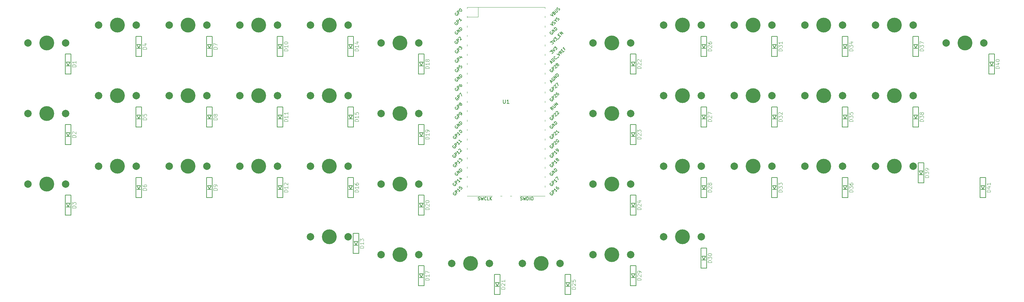
<source format=gto>
G04 #@! TF.GenerationSoftware,KiCad,Pcbnew,8.0.4*
G04 #@! TF.CreationDate,2024-09-08T18:40:02+09:00*
G04 #@! TF.ProjectId,first_keyboard,66697273-745f-46b6-9579-626f6172642e,rev?*
G04 #@! TF.SameCoordinates,Original*
G04 #@! TF.FileFunction,Legend,Top*
G04 #@! TF.FilePolarity,Positive*
%FSLAX46Y46*%
G04 Gerber Fmt 4.6, Leading zero omitted, Abs format (unit mm)*
G04 Created by KiCad (PCBNEW 8.0.4) date 2024-09-08 18:40:02*
%MOMM*%
%LPD*%
G01*
G04 APERTURE LIST*
%ADD10C,0.150000*%
%ADD11C,0.125000*%
%ADD12C,0.120000*%
%ADD13C,2.000000*%
%ADD14C,4.000000*%
G04 APERTURE END LIST*
D10*
X201644395Y-143917319D02*
X201644395Y-144726842D01*
X201644395Y-144726842D02*
X201692014Y-144822080D01*
X201692014Y-144822080D02*
X201739633Y-144869700D01*
X201739633Y-144869700D02*
X201834871Y-144917319D01*
X201834871Y-144917319D02*
X202025347Y-144917319D01*
X202025347Y-144917319D02*
X202120585Y-144869700D01*
X202120585Y-144869700D02*
X202168204Y-144822080D01*
X202168204Y-144822080D02*
X202215823Y-144726842D01*
X202215823Y-144726842D02*
X202215823Y-143917319D01*
X203215823Y-144917319D02*
X202644395Y-144917319D01*
X202930109Y-144917319D02*
X202930109Y-143917319D01*
X202930109Y-143917319D02*
X202834871Y-144060176D01*
X202834871Y-144060176D02*
X202739633Y-144155414D01*
X202739633Y-144155414D02*
X202644395Y-144203033D01*
X214504298Y-158823368D02*
X214423485Y-158850305D01*
X214423485Y-158850305D02*
X214342673Y-158931118D01*
X214342673Y-158931118D02*
X214288798Y-159038867D01*
X214288798Y-159038867D02*
X214288798Y-159146617D01*
X214288798Y-159146617D02*
X214315736Y-159227429D01*
X214315736Y-159227429D02*
X214396548Y-159362116D01*
X214396548Y-159362116D02*
X214477360Y-159442928D01*
X214477360Y-159442928D02*
X214612047Y-159523741D01*
X214612047Y-159523741D02*
X214692860Y-159550678D01*
X214692860Y-159550678D02*
X214800609Y-159550678D01*
X214800609Y-159550678D02*
X214908359Y-159496803D01*
X214908359Y-159496803D02*
X214962234Y-159442928D01*
X214962234Y-159442928D02*
X215016108Y-159335179D01*
X215016108Y-159335179D02*
X215016108Y-159281304D01*
X215016108Y-159281304D02*
X214827547Y-159092742D01*
X214827547Y-159092742D02*
X214719797Y-159200492D01*
X215312420Y-159092742D02*
X214746734Y-158527057D01*
X214746734Y-158527057D02*
X214962234Y-158311557D01*
X214962234Y-158311557D02*
X215043046Y-158284620D01*
X215043046Y-158284620D02*
X215096921Y-158284620D01*
X215096921Y-158284620D02*
X215177733Y-158311557D01*
X215177733Y-158311557D02*
X215258545Y-158392370D01*
X215258545Y-158392370D02*
X215285482Y-158473182D01*
X215285482Y-158473182D02*
X215285482Y-158527057D01*
X215285482Y-158527057D02*
X215258545Y-158607869D01*
X215258545Y-158607869D02*
X215043046Y-158823368D01*
X216174417Y-158230745D02*
X215851168Y-158553994D01*
X216012792Y-158392370D02*
X215447107Y-157826684D01*
X215447107Y-157826684D02*
X215474044Y-157961371D01*
X215474044Y-157961371D02*
X215474044Y-158069121D01*
X215474044Y-158069121D02*
X215447107Y-158149933D01*
X216443791Y-157961371D02*
X216551540Y-157853621D01*
X216551540Y-157853621D02*
X216578478Y-157772809D01*
X216578478Y-157772809D02*
X216578478Y-157718934D01*
X216578478Y-157718934D02*
X216551540Y-157584247D01*
X216551540Y-157584247D02*
X216470728Y-157449560D01*
X216470728Y-157449560D02*
X216255229Y-157234061D01*
X216255229Y-157234061D02*
X216174417Y-157207124D01*
X216174417Y-157207124D02*
X216120542Y-157207124D01*
X216120542Y-157207124D02*
X216039730Y-157234061D01*
X216039730Y-157234061D02*
X215931980Y-157341811D01*
X215931980Y-157341811D02*
X215905043Y-157422623D01*
X215905043Y-157422623D02*
X215905043Y-157476498D01*
X215905043Y-157476498D02*
X215931980Y-157557310D01*
X215931980Y-157557310D02*
X216066667Y-157691997D01*
X216066667Y-157691997D02*
X216147479Y-157718934D01*
X216147479Y-157718934D02*
X216201354Y-157718934D01*
X216201354Y-157718934D02*
X216282166Y-157691997D01*
X216282166Y-157691997D02*
X216389916Y-157584247D01*
X216389916Y-157584247D02*
X216416853Y-157503435D01*
X216416853Y-157503435D02*
X216416853Y-157449560D01*
X216416853Y-157449560D02*
X216389916Y-157368748D01*
X188919672Y-133153994D02*
X188838860Y-133180931D01*
X188838860Y-133180931D02*
X188758048Y-133261743D01*
X188758048Y-133261743D02*
X188704173Y-133369493D01*
X188704173Y-133369493D02*
X188704173Y-133477242D01*
X188704173Y-133477242D02*
X188731110Y-133558055D01*
X188731110Y-133558055D02*
X188811923Y-133692742D01*
X188811923Y-133692742D02*
X188892735Y-133773554D01*
X188892735Y-133773554D02*
X189027422Y-133854366D01*
X189027422Y-133854366D02*
X189108234Y-133881303D01*
X189108234Y-133881303D02*
X189215984Y-133881303D01*
X189215984Y-133881303D02*
X189323733Y-133827429D01*
X189323733Y-133827429D02*
X189377608Y-133773554D01*
X189377608Y-133773554D02*
X189431483Y-133665804D01*
X189431483Y-133665804D02*
X189431483Y-133611929D01*
X189431483Y-133611929D02*
X189242921Y-133423368D01*
X189242921Y-133423368D02*
X189135171Y-133531117D01*
X189727794Y-133423368D02*
X189162109Y-132857682D01*
X189162109Y-132857682D02*
X189377608Y-132642183D01*
X189377608Y-132642183D02*
X189458420Y-132615246D01*
X189458420Y-132615246D02*
X189512295Y-132615246D01*
X189512295Y-132615246D02*
X189593107Y-132642183D01*
X189593107Y-132642183D02*
X189673919Y-132722995D01*
X189673919Y-132722995D02*
X189700857Y-132803807D01*
X189700857Y-132803807D02*
X189700857Y-132857682D01*
X189700857Y-132857682D02*
X189673919Y-132938494D01*
X189673919Y-132938494D02*
X189458420Y-133153994D01*
X190158793Y-132238122D02*
X190535916Y-132615246D01*
X189808606Y-132157310D02*
X190077980Y-132696058D01*
X190077980Y-132696058D02*
X190428167Y-132345872D01*
X188396298Y-161363368D02*
X188315485Y-161390305D01*
X188315485Y-161390305D02*
X188234673Y-161471118D01*
X188234673Y-161471118D02*
X188180798Y-161578867D01*
X188180798Y-161578867D02*
X188180798Y-161686617D01*
X188180798Y-161686617D02*
X188207736Y-161767429D01*
X188207736Y-161767429D02*
X188288548Y-161902116D01*
X188288548Y-161902116D02*
X188369360Y-161982928D01*
X188369360Y-161982928D02*
X188504047Y-162063741D01*
X188504047Y-162063741D02*
X188584860Y-162090678D01*
X188584860Y-162090678D02*
X188692609Y-162090678D01*
X188692609Y-162090678D02*
X188800359Y-162036803D01*
X188800359Y-162036803D02*
X188854234Y-161982928D01*
X188854234Y-161982928D02*
X188908108Y-161875179D01*
X188908108Y-161875179D02*
X188908108Y-161821304D01*
X188908108Y-161821304D02*
X188719547Y-161632742D01*
X188719547Y-161632742D02*
X188611797Y-161740492D01*
X189204420Y-161632742D02*
X188638734Y-161067057D01*
X188638734Y-161067057D02*
X188854234Y-160851557D01*
X188854234Y-160851557D02*
X188935046Y-160824620D01*
X188935046Y-160824620D02*
X188988921Y-160824620D01*
X188988921Y-160824620D02*
X189069733Y-160851557D01*
X189069733Y-160851557D02*
X189150545Y-160932370D01*
X189150545Y-160932370D02*
X189177482Y-161013182D01*
X189177482Y-161013182D02*
X189177482Y-161067057D01*
X189177482Y-161067057D02*
X189150545Y-161147869D01*
X189150545Y-161147869D02*
X188935046Y-161363368D01*
X190066417Y-160770745D02*
X189743168Y-161093994D01*
X189904792Y-160932370D02*
X189339107Y-160366684D01*
X189339107Y-160366684D02*
X189366044Y-160501371D01*
X189366044Y-160501371D02*
X189366044Y-160609121D01*
X189366044Y-160609121D02*
X189339107Y-160689933D01*
X189689293Y-160016498D02*
X190039479Y-159666312D01*
X190039479Y-159666312D02*
X190066417Y-160070373D01*
X190066417Y-160070373D02*
X190147229Y-159989560D01*
X190147229Y-159989560D02*
X190228041Y-159962623D01*
X190228041Y-159962623D02*
X190281916Y-159962623D01*
X190281916Y-159962623D02*
X190362728Y-159989560D01*
X190362728Y-159989560D02*
X190497415Y-160124247D01*
X190497415Y-160124247D02*
X190524353Y-160205060D01*
X190524353Y-160205060D02*
X190524353Y-160258934D01*
X190524353Y-160258934D02*
X190497415Y-160339747D01*
X190497415Y-160339747D02*
X190335791Y-160501371D01*
X190335791Y-160501371D02*
X190254979Y-160528308D01*
X190254979Y-160528308D02*
X190201104Y-160528308D01*
X188396298Y-168983368D02*
X188315485Y-169010305D01*
X188315485Y-169010305D02*
X188234673Y-169091118D01*
X188234673Y-169091118D02*
X188180798Y-169198867D01*
X188180798Y-169198867D02*
X188180798Y-169306617D01*
X188180798Y-169306617D02*
X188207736Y-169387429D01*
X188207736Y-169387429D02*
X188288548Y-169522116D01*
X188288548Y-169522116D02*
X188369360Y-169602928D01*
X188369360Y-169602928D02*
X188504047Y-169683741D01*
X188504047Y-169683741D02*
X188584860Y-169710678D01*
X188584860Y-169710678D02*
X188692609Y-169710678D01*
X188692609Y-169710678D02*
X188800359Y-169656803D01*
X188800359Y-169656803D02*
X188854234Y-169602928D01*
X188854234Y-169602928D02*
X188908108Y-169495179D01*
X188908108Y-169495179D02*
X188908108Y-169441304D01*
X188908108Y-169441304D02*
X188719547Y-169252742D01*
X188719547Y-169252742D02*
X188611797Y-169360492D01*
X189204420Y-169252742D02*
X188638734Y-168687057D01*
X188638734Y-168687057D02*
X188854234Y-168471557D01*
X188854234Y-168471557D02*
X188935046Y-168444620D01*
X188935046Y-168444620D02*
X188988921Y-168444620D01*
X188988921Y-168444620D02*
X189069733Y-168471557D01*
X189069733Y-168471557D02*
X189150545Y-168552370D01*
X189150545Y-168552370D02*
X189177482Y-168633182D01*
X189177482Y-168633182D02*
X189177482Y-168687057D01*
X189177482Y-168687057D02*
X189150545Y-168767869D01*
X189150545Y-168767869D02*
X188935046Y-168983368D01*
X190066417Y-168390745D02*
X189743168Y-168713994D01*
X189904792Y-168552370D02*
X189339107Y-167986684D01*
X189339107Y-167986684D02*
X189366044Y-168121371D01*
X189366044Y-168121371D02*
X189366044Y-168229121D01*
X189366044Y-168229121D02*
X189339107Y-168309933D01*
X190012542Y-167313249D02*
X189743168Y-167582623D01*
X189743168Y-167582623D02*
X189985605Y-167878934D01*
X189985605Y-167878934D02*
X189985605Y-167825060D01*
X189985605Y-167825060D02*
X190012542Y-167744247D01*
X190012542Y-167744247D02*
X190147229Y-167609560D01*
X190147229Y-167609560D02*
X190228041Y-167582623D01*
X190228041Y-167582623D02*
X190281916Y-167582623D01*
X190281916Y-167582623D02*
X190362728Y-167609560D01*
X190362728Y-167609560D02*
X190497415Y-167744247D01*
X190497415Y-167744247D02*
X190524353Y-167825060D01*
X190524353Y-167825060D02*
X190524353Y-167878934D01*
X190524353Y-167878934D02*
X190497415Y-167959747D01*
X190497415Y-167959747D02*
X190362728Y-168094434D01*
X190362728Y-168094434D02*
X190281916Y-168121371D01*
X190281916Y-168121371D02*
X190228041Y-168121371D01*
X214504298Y-156283368D02*
X214423485Y-156310305D01*
X214423485Y-156310305D02*
X214342673Y-156391118D01*
X214342673Y-156391118D02*
X214288798Y-156498867D01*
X214288798Y-156498867D02*
X214288798Y-156606617D01*
X214288798Y-156606617D02*
X214315736Y-156687429D01*
X214315736Y-156687429D02*
X214396548Y-156822116D01*
X214396548Y-156822116D02*
X214477360Y-156902928D01*
X214477360Y-156902928D02*
X214612047Y-156983741D01*
X214612047Y-156983741D02*
X214692860Y-157010678D01*
X214692860Y-157010678D02*
X214800609Y-157010678D01*
X214800609Y-157010678D02*
X214908359Y-156956803D01*
X214908359Y-156956803D02*
X214962234Y-156902928D01*
X214962234Y-156902928D02*
X215016108Y-156795179D01*
X215016108Y-156795179D02*
X215016108Y-156741304D01*
X215016108Y-156741304D02*
X214827547Y-156552742D01*
X214827547Y-156552742D02*
X214719797Y-156660492D01*
X215312420Y-156552742D02*
X214746734Y-155987057D01*
X214746734Y-155987057D02*
X214962234Y-155771557D01*
X214962234Y-155771557D02*
X215043046Y-155744620D01*
X215043046Y-155744620D02*
X215096921Y-155744620D01*
X215096921Y-155744620D02*
X215177733Y-155771557D01*
X215177733Y-155771557D02*
X215258545Y-155852370D01*
X215258545Y-155852370D02*
X215285482Y-155933182D01*
X215285482Y-155933182D02*
X215285482Y-155987057D01*
X215285482Y-155987057D02*
X215258545Y-156067869D01*
X215258545Y-156067869D02*
X215043046Y-156283368D01*
X215339357Y-155502183D02*
X215339357Y-155448309D01*
X215339357Y-155448309D02*
X215366295Y-155367496D01*
X215366295Y-155367496D02*
X215500982Y-155232809D01*
X215500982Y-155232809D02*
X215581794Y-155205872D01*
X215581794Y-155205872D02*
X215635669Y-155205872D01*
X215635669Y-155205872D02*
X215716481Y-155232809D01*
X215716481Y-155232809D02*
X215770356Y-155286684D01*
X215770356Y-155286684D02*
X215824230Y-155394434D01*
X215824230Y-155394434D02*
X215824230Y-156040931D01*
X215824230Y-156040931D02*
X216174417Y-155690745D01*
X215958918Y-154774873D02*
X216012792Y-154720999D01*
X216012792Y-154720999D02*
X216093605Y-154694061D01*
X216093605Y-154694061D02*
X216147479Y-154694061D01*
X216147479Y-154694061D02*
X216228292Y-154720999D01*
X216228292Y-154720999D02*
X216362979Y-154801811D01*
X216362979Y-154801811D02*
X216497666Y-154936498D01*
X216497666Y-154936498D02*
X216578478Y-155071185D01*
X216578478Y-155071185D02*
X216605415Y-155151997D01*
X216605415Y-155151997D02*
X216605415Y-155205872D01*
X216605415Y-155205872D02*
X216578478Y-155286684D01*
X216578478Y-155286684D02*
X216524603Y-155340559D01*
X216524603Y-155340559D02*
X216443791Y-155367496D01*
X216443791Y-155367496D02*
X216389916Y-155367496D01*
X216389916Y-155367496D02*
X216309104Y-155340559D01*
X216309104Y-155340559D02*
X216174417Y-155259747D01*
X216174417Y-155259747D02*
X216039730Y-155125060D01*
X216039730Y-155125060D02*
X215958918Y-154990373D01*
X215958918Y-154990373D02*
X215931980Y-154909560D01*
X215931980Y-154909560D02*
X215931980Y-154855686D01*
X215931980Y-154855686D02*
X215958918Y-154774873D01*
X188892735Y-138260931D02*
X188811923Y-138287868D01*
X188811923Y-138287868D02*
X188731111Y-138368680D01*
X188731111Y-138368680D02*
X188677236Y-138476430D01*
X188677236Y-138476430D02*
X188677236Y-138584180D01*
X188677236Y-138584180D02*
X188704173Y-138664992D01*
X188704173Y-138664992D02*
X188784985Y-138799679D01*
X188784985Y-138799679D02*
X188865798Y-138880491D01*
X188865798Y-138880491D02*
X189000485Y-138961303D01*
X189000485Y-138961303D02*
X189081297Y-138988241D01*
X189081297Y-138988241D02*
X189189046Y-138988241D01*
X189189046Y-138988241D02*
X189296796Y-138934366D01*
X189296796Y-138934366D02*
X189350671Y-138880491D01*
X189350671Y-138880491D02*
X189404546Y-138772741D01*
X189404546Y-138772741D02*
X189404546Y-138718867D01*
X189404546Y-138718867D02*
X189215984Y-138530305D01*
X189215984Y-138530305D02*
X189108234Y-138638054D01*
X189700857Y-138530305D02*
X189135172Y-137964619D01*
X189135172Y-137964619D02*
X190024106Y-138207056D01*
X190024106Y-138207056D02*
X189458420Y-137641371D01*
X190293480Y-137937682D02*
X189727794Y-137371997D01*
X189727794Y-137371997D02*
X189862481Y-137237310D01*
X189862481Y-137237310D02*
X189970231Y-137183435D01*
X189970231Y-137183435D02*
X190077980Y-137183435D01*
X190077980Y-137183435D02*
X190158793Y-137210372D01*
X190158793Y-137210372D02*
X190293480Y-137291185D01*
X190293480Y-137291185D02*
X190374292Y-137371997D01*
X190374292Y-137371997D02*
X190455104Y-137506684D01*
X190455104Y-137506684D02*
X190482041Y-137587496D01*
X190482041Y-137587496D02*
X190482041Y-137695246D01*
X190482041Y-137695246D02*
X190428167Y-137802995D01*
X190428167Y-137802995D02*
X190293480Y-137937682D01*
X188919672Y-120453994D02*
X188838860Y-120480931D01*
X188838860Y-120480931D02*
X188758048Y-120561743D01*
X188758048Y-120561743D02*
X188704173Y-120669493D01*
X188704173Y-120669493D02*
X188704173Y-120777242D01*
X188704173Y-120777242D02*
X188731110Y-120858055D01*
X188731110Y-120858055D02*
X188811923Y-120992742D01*
X188811923Y-120992742D02*
X188892735Y-121073554D01*
X188892735Y-121073554D02*
X189027422Y-121154366D01*
X189027422Y-121154366D02*
X189108234Y-121181303D01*
X189108234Y-121181303D02*
X189215984Y-121181303D01*
X189215984Y-121181303D02*
X189323733Y-121127429D01*
X189323733Y-121127429D02*
X189377608Y-121073554D01*
X189377608Y-121073554D02*
X189431483Y-120965804D01*
X189431483Y-120965804D02*
X189431483Y-120911929D01*
X189431483Y-120911929D02*
X189242921Y-120723368D01*
X189242921Y-120723368D02*
X189135171Y-120831117D01*
X189727794Y-120723368D02*
X189162109Y-120157682D01*
X189162109Y-120157682D02*
X189377608Y-119942183D01*
X189377608Y-119942183D02*
X189458420Y-119915246D01*
X189458420Y-119915246D02*
X189512295Y-119915246D01*
X189512295Y-119915246D02*
X189593107Y-119942183D01*
X189593107Y-119942183D02*
X189673919Y-120022995D01*
X189673919Y-120022995D02*
X189700857Y-120103807D01*
X189700857Y-120103807D02*
X189700857Y-120157682D01*
X189700857Y-120157682D02*
X189673919Y-120238494D01*
X189673919Y-120238494D02*
X189458420Y-120453994D01*
X189835544Y-119484247D02*
X189889419Y-119430372D01*
X189889419Y-119430372D02*
X189970231Y-119403435D01*
X189970231Y-119403435D02*
X190024106Y-119403435D01*
X190024106Y-119403435D02*
X190104918Y-119430372D01*
X190104918Y-119430372D02*
X190239605Y-119511185D01*
X190239605Y-119511185D02*
X190374292Y-119645872D01*
X190374292Y-119645872D02*
X190455104Y-119780559D01*
X190455104Y-119780559D02*
X190482041Y-119861371D01*
X190482041Y-119861371D02*
X190482041Y-119915246D01*
X190482041Y-119915246D02*
X190455104Y-119996058D01*
X190455104Y-119996058D02*
X190401229Y-120049933D01*
X190401229Y-120049933D02*
X190320417Y-120076870D01*
X190320417Y-120076870D02*
X190266542Y-120076870D01*
X190266542Y-120076870D02*
X190185730Y-120049933D01*
X190185730Y-120049933D02*
X190051043Y-119969120D01*
X190051043Y-119969120D02*
X189916356Y-119834433D01*
X189916356Y-119834433D02*
X189835544Y-119699746D01*
X189835544Y-119699746D02*
X189808606Y-119618934D01*
X189808606Y-119618934D02*
X189808606Y-119565059D01*
X189808606Y-119565059D02*
X189835544Y-119484247D01*
X188919672Y-140773994D02*
X188838860Y-140800931D01*
X188838860Y-140800931D02*
X188758048Y-140881743D01*
X188758048Y-140881743D02*
X188704173Y-140989493D01*
X188704173Y-140989493D02*
X188704173Y-141097242D01*
X188704173Y-141097242D02*
X188731110Y-141178055D01*
X188731110Y-141178055D02*
X188811923Y-141312742D01*
X188811923Y-141312742D02*
X188892735Y-141393554D01*
X188892735Y-141393554D02*
X189027422Y-141474366D01*
X189027422Y-141474366D02*
X189108234Y-141501303D01*
X189108234Y-141501303D02*
X189215984Y-141501303D01*
X189215984Y-141501303D02*
X189323733Y-141447429D01*
X189323733Y-141447429D02*
X189377608Y-141393554D01*
X189377608Y-141393554D02*
X189431483Y-141285804D01*
X189431483Y-141285804D02*
X189431483Y-141231929D01*
X189431483Y-141231929D02*
X189242921Y-141043368D01*
X189242921Y-141043368D02*
X189135171Y-141151117D01*
X189727794Y-141043368D02*
X189162109Y-140477682D01*
X189162109Y-140477682D02*
X189377608Y-140262183D01*
X189377608Y-140262183D02*
X189458420Y-140235246D01*
X189458420Y-140235246D02*
X189512295Y-140235246D01*
X189512295Y-140235246D02*
X189593107Y-140262183D01*
X189593107Y-140262183D02*
X189673919Y-140342995D01*
X189673919Y-140342995D02*
X189700857Y-140423807D01*
X189700857Y-140423807D02*
X189700857Y-140477682D01*
X189700857Y-140477682D02*
X189673919Y-140558494D01*
X189673919Y-140558494D02*
X189458420Y-140773994D01*
X189970231Y-139669560D02*
X189862481Y-139777310D01*
X189862481Y-139777310D02*
X189835544Y-139858122D01*
X189835544Y-139858122D02*
X189835544Y-139911997D01*
X189835544Y-139911997D02*
X189862481Y-140046684D01*
X189862481Y-140046684D02*
X189943293Y-140181371D01*
X189943293Y-140181371D02*
X190158793Y-140396870D01*
X190158793Y-140396870D02*
X190239605Y-140423807D01*
X190239605Y-140423807D02*
X190293480Y-140423807D01*
X190293480Y-140423807D02*
X190374292Y-140396870D01*
X190374292Y-140396870D02*
X190482041Y-140289120D01*
X190482041Y-140289120D02*
X190508979Y-140208308D01*
X190508979Y-140208308D02*
X190508979Y-140154433D01*
X190508979Y-140154433D02*
X190482041Y-140073621D01*
X190482041Y-140073621D02*
X190347354Y-139938934D01*
X190347354Y-139938934D02*
X190266542Y-139911997D01*
X190266542Y-139911997D02*
X190212667Y-139911997D01*
X190212667Y-139911997D02*
X190131855Y-139938934D01*
X190131855Y-139938934D02*
X190024106Y-140046684D01*
X190024106Y-140046684D02*
X189997168Y-140127496D01*
X189997168Y-140127496D02*
X189997168Y-140181371D01*
X189997168Y-140181371D02*
X190024106Y-140262183D01*
X188892735Y-125560931D02*
X188811923Y-125587868D01*
X188811923Y-125587868D02*
X188731111Y-125668680D01*
X188731111Y-125668680D02*
X188677236Y-125776430D01*
X188677236Y-125776430D02*
X188677236Y-125884180D01*
X188677236Y-125884180D02*
X188704173Y-125964992D01*
X188704173Y-125964992D02*
X188784985Y-126099679D01*
X188784985Y-126099679D02*
X188865798Y-126180491D01*
X188865798Y-126180491D02*
X189000485Y-126261303D01*
X189000485Y-126261303D02*
X189081297Y-126288241D01*
X189081297Y-126288241D02*
X189189046Y-126288241D01*
X189189046Y-126288241D02*
X189296796Y-126234366D01*
X189296796Y-126234366D02*
X189350671Y-126180491D01*
X189350671Y-126180491D02*
X189404546Y-126072741D01*
X189404546Y-126072741D02*
X189404546Y-126018867D01*
X189404546Y-126018867D02*
X189215984Y-125830305D01*
X189215984Y-125830305D02*
X189108234Y-125938054D01*
X189700857Y-125830305D02*
X189135172Y-125264619D01*
X189135172Y-125264619D02*
X190024106Y-125507056D01*
X190024106Y-125507056D02*
X189458420Y-124941371D01*
X190293480Y-125237682D02*
X189727794Y-124671997D01*
X189727794Y-124671997D02*
X189862481Y-124537310D01*
X189862481Y-124537310D02*
X189970231Y-124483435D01*
X189970231Y-124483435D02*
X190077980Y-124483435D01*
X190077980Y-124483435D02*
X190158793Y-124510372D01*
X190158793Y-124510372D02*
X190293480Y-124591185D01*
X190293480Y-124591185D02*
X190374292Y-124671997D01*
X190374292Y-124671997D02*
X190455104Y-124806684D01*
X190455104Y-124806684D02*
X190482041Y-124887496D01*
X190482041Y-124887496D02*
X190482041Y-124995246D01*
X190482041Y-124995246D02*
X190428167Y-125102995D01*
X190428167Y-125102995D02*
X190293480Y-125237682D01*
X214504298Y-135709368D02*
X214423485Y-135736305D01*
X214423485Y-135736305D02*
X214342673Y-135817118D01*
X214342673Y-135817118D02*
X214288798Y-135924867D01*
X214288798Y-135924867D02*
X214288798Y-136032617D01*
X214288798Y-136032617D02*
X214315736Y-136113429D01*
X214315736Y-136113429D02*
X214396548Y-136248116D01*
X214396548Y-136248116D02*
X214477360Y-136328928D01*
X214477360Y-136328928D02*
X214612047Y-136409741D01*
X214612047Y-136409741D02*
X214692860Y-136436678D01*
X214692860Y-136436678D02*
X214800609Y-136436678D01*
X214800609Y-136436678D02*
X214908359Y-136382803D01*
X214908359Y-136382803D02*
X214962234Y-136328928D01*
X214962234Y-136328928D02*
X215016108Y-136221179D01*
X215016108Y-136221179D02*
X215016108Y-136167304D01*
X215016108Y-136167304D02*
X214827547Y-135978742D01*
X214827547Y-135978742D02*
X214719797Y-136086492D01*
X215312420Y-135978742D02*
X214746734Y-135413057D01*
X214746734Y-135413057D02*
X214962234Y-135197557D01*
X214962234Y-135197557D02*
X215043046Y-135170620D01*
X215043046Y-135170620D02*
X215096921Y-135170620D01*
X215096921Y-135170620D02*
X215177733Y-135197557D01*
X215177733Y-135197557D02*
X215258545Y-135278370D01*
X215258545Y-135278370D02*
X215285482Y-135359182D01*
X215285482Y-135359182D02*
X215285482Y-135413057D01*
X215285482Y-135413057D02*
X215258545Y-135493869D01*
X215258545Y-135493869D02*
X215043046Y-135709368D01*
X215339357Y-134928183D02*
X215339357Y-134874309D01*
X215339357Y-134874309D02*
X215366295Y-134793496D01*
X215366295Y-134793496D02*
X215500982Y-134658809D01*
X215500982Y-134658809D02*
X215581794Y-134631872D01*
X215581794Y-134631872D02*
X215635669Y-134631872D01*
X215635669Y-134631872D02*
X215716481Y-134658809D01*
X215716481Y-134658809D02*
X215770356Y-134712684D01*
X215770356Y-134712684D02*
X215824230Y-134820434D01*
X215824230Y-134820434D02*
X215824230Y-135466931D01*
X215824230Y-135466931D02*
X216174417Y-135116745D01*
X216174417Y-134470247D02*
X216093605Y-134497185D01*
X216093605Y-134497185D02*
X216039730Y-134497185D01*
X216039730Y-134497185D02*
X215958918Y-134470247D01*
X215958918Y-134470247D02*
X215931980Y-134443310D01*
X215931980Y-134443310D02*
X215905043Y-134362498D01*
X215905043Y-134362498D02*
X215905043Y-134308623D01*
X215905043Y-134308623D02*
X215931980Y-134227811D01*
X215931980Y-134227811D02*
X216039730Y-134120061D01*
X216039730Y-134120061D02*
X216120542Y-134093124D01*
X216120542Y-134093124D02*
X216174417Y-134093124D01*
X216174417Y-134093124D02*
X216255229Y-134120061D01*
X216255229Y-134120061D02*
X216282166Y-134146999D01*
X216282166Y-134146999D02*
X216309104Y-134227811D01*
X216309104Y-134227811D02*
X216309104Y-134281686D01*
X216309104Y-134281686D02*
X216282166Y-134362498D01*
X216282166Y-134362498D02*
X216174417Y-134470247D01*
X216174417Y-134470247D02*
X216147479Y-134551060D01*
X216147479Y-134551060D02*
X216147479Y-134604934D01*
X216147479Y-134604934D02*
X216174417Y-134685747D01*
X216174417Y-134685747D02*
X216282166Y-134793496D01*
X216282166Y-134793496D02*
X216362979Y-134820434D01*
X216362979Y-134820434D02*
X216416853Y-134820434D01*
X216416853Y-134820434D02*
X216497666Y-134793496D01*
X216497666Y-134793496D02*
X216605415Y-134685747D01*
X216605415Y-134685747D02*
X216632353Y-134604934D01*
X216632353Y-134604934D02*
X216632353Y-134551060D01*
X216632353Y-134551060D02*
X216605415Y-134470247D01*
X216605415Y-134470247D02*
X216497666Y-134362498D01*
X216497666Y-134362498D02*
X216416853Y-134335560D01*
X216416853Y-134335560D02*
X216362979Y-134335560D01*
X216362979Y-134335560D02*
X216282166Y-134362498D01*
X214504298Y-153753368D02*
X214423485Y-153780305D01*
X214423485Y-153780305D02*
X214342673Y-153861118D01*
X214342673Y-153861118D02*
X214288798Y-153968867D01*
X214288798Y-153968867D02*
X214288798Y-154076617D01*
X214288798Y-154076617D02*
X214315736Y-154157429D01*
X214315736Y-154157429D02*
X214396548Y-154292116D01*
X214396548Y-154292116D02*
X214477360Y-154372928D01*
X214477360Y-154372928D02*
X214612047Y-154453741D01*
X214612047Y-154453741D02*
X214692860Y-154480678D01*
X214692860Y-154480678D02*
X214800609Y-154480678D01*
X214800609Y-154480678D02*
X214908359Y-154426803D01*
X214908359Y-154426803D02*
X214962234Y-154372928D01*
X214962234Y-154372928D02*
X215016108Y-154265179D01*
X215016108Y-154265179D02*
X215016108Y-154211304D01*
X215016108Y-154211304D02*
X214827547Y-154022742D01*
X214827547Y-154022742D02*
X214719797Y-154130492D01*
X215312420Y-154022742D02*
X214746734Y-153457057D01*
X214746734Y-153457057D02*
X214962234Y-153241557D01*
X214962234Y-153241557D02*
X215043046Y-153214620D01*
X215043046Y-153214620D02*
X215096921Y-153214620D01*
X215096921Y-153214620D02*
X215177733Y-153241557D01*
X215177733Y-153241557D02*
X215258545Y-153322370D01*
X215258545Y-153322370D02*
X215285482Y-153403182D01*
X215285482Y-153403182D02*
X215285482Y-153457057D01*
X215285482Y-153457057D02*
X215258545Y-153537869D01*
X215258545Y-153537869D02*
X215043046Y-153753368D01*
X215339357Y-152972183D02*
X215339357Y-152918309D01*
X215339357Y-152918309D02*
X215366295Y-152837496D01*
X215366295Y-152837496D02*
X215500982Y-152702809D01*
X215500982Y-152702809D02*
X215581794Y-152675872D01*
X215581794Y-152675872D02*
X215635669Y-152675872D01*
X215635669Y-152675872D02*
X215716481Y-152702809D01*
X215716481Y-152702809D02*
X215770356Y-152756684D01*
X215770356Y-152756684D02*
X215824230Y-152864434D01*
X215824230Y-152864434D02*
X215824230Y-153510931D01*
X215824230Y-153510931D02*
X216174417Y-153160745D01*
X216713165Y-152621997D02*
X216389916Y-152945246D01*
X216551540Y-152783621D02*
X215985855Y-152217936D01*
X215985855Y-152217936D02*
X216012792Y-152352623D01*
X216012792Y-152352623D02*
X216012792Y-152460373D01*
X216012792Y-152460373D02*
X215985855Y-152541185D01*
X214359706Y-120990085D02*
X215113953Y-121367209D01*
X215113953Y-121367209D02*
X214736829Y-120612962D01*
X215383327Y-120505212D02*
X215491076Y-120451338D01*
X215491076Y-120451338D02*
X215544951Y-120451338D01*
X215544951Y-120451338D02*
X215625763Y-120478275D01*
X215625763Y-120478275D02*
X215706576Y-120559087D01*
X215706576Y-120559087D02*
X215733513Y-120639899D01*
X215733513Y-120639899D02*
X215733513Y-120693774D01*
X215733513Y-120693774D02*
X215706576Y-120774586D01*
X215706576Y-120774586D02*
X215491076Y-120990086D01*
X215491076Y-120990086D02*
X214925391Y-120424400D01*
X214925391Y-120424400D02*
X215113953Y-120235838D01*
X215113953Y-120235838D02*
X215194765Y-120208901D01*
X215194765Y-120208901D02*
X215248640Y-120208901D01*
X215248640Y-120208901D02*
X215329452Y-120235838D01*
X215329452Y-120235838D02*
X215383327Y-120289713D01*
X215383327Y-120289713D02*
X215410264Y-120370525D01*
X215410264Y-120370525D02*
X215410264Y-120424400D01*
X215410264Y-120424400D02*
X215383327Y-120505212D01*
X215383327Y-120505212D02*
X215194765Y-120693774D01*
X215491076Y-119858715D02*
X215949012Y-120316651D01*
X215949012Y-120316651D02*
X216029824Y-120343588D01*
X216029824Y-120343588D02*
X216083699Y-120343588D01*
X216083699Y-120343588D02*
X216164511Y-120316651D01*
X216164511Y-120316651D02*
X216272261Y-120208901D01*
X216272261Y-120208901D02*
X216299198Y-120128089D01*
X216299198Y-120128089D02*
X216299198Y-120074214D01*
X216299198Y-120074214D02*
X216272261Y-119993402D01*
X216272261Y-119993402D02*
X215814325Y-119535466D01*
X216595510Y-119831777D02*
X216703259Y-119777903D01*
X216703259Y-119777903D02*
X216837946Y-119643216D01*
X216837946Y-119643216D02*
X216864884Y-119562403D01*
X216864884Y-119562403D02*
X216864884Y-119508529D01*
X216864884Y-119508529D02*
X216837946Y-119427716D01*
X216837946Y-119427716D02*
X216784071Y-119373842D01*
X216784071Y-119373842D02*
X216703259Y-119346904D01*
X216703259Y-119346904D02*
X216649384Y-119346904D01*
X216649384Y-119346904D02*
X216568572Y-119373842D01*
X216568572Y-119373842D02*
X216433885Y-119454654D01*
X216433885Y-119454654D02*
X216353073Y-119481591D01*
X216353073Y-119481591D02*
X216299198Y-119481591D01*
X216299198Y-119481591D02*
X216218386Y-119454654D01*
X216218386Y-119454654D02*
X216164511Y-119400779D01*
X216164511Y-119400779D02*
X216137574Y-119319967D01*
X216137574Y-119319967D02*
X216137574Y-119266092D01*
X216137574Y-119266092D02*
X216164511Y-119185280D01*
X216164511Y-119185280D02*
X216299198Y-119050593D01*
X216299198Y-119050593D02*
X216406948Y-118996718D01*
X188919672Y-135693994D02*
X188838860Y-135720931D01*
X188838860Y-135720931D02*
X188758048Y-135801743D01*
X188758048Y-135801743D02*
X188704173Y-135909493D01*
X188704173Y-135909493D02*
X188704173Y-136017242D01*
X188704173Y-136017242D02*
X188731110Y-136098055D01*
X188731110Y-136098055D02*
X188811923Y-136232742D01*
X188811923Y-136232742D02*
X188892735Y-136313554D01*
X188892735Y-136313554D02*
X189027422Y-136394366D01*
X189027422Y-136394366D02*
X189108234Y-136421303D01*
X189108234Y-136421303D02*
X189215984Y-136421303D01*
X189215984Y-136421303D02*
X189323733Y-136367429D01*
X189323733Y-136367429D02*
X189377608Y-136313554D01*
X189377608Y-136313554D02*
X189431483Y-136205804D01*
X189431483Y-136205804D02*
X189431483Y-136151929D01*
X189431483Y-136151929D02*
X189242921Y-135963368D01*
X189242921Y-135963368D02*
X189135171Y-136071117D01*
X189727794Y-135963368D02*
X189162109Y-135397682D01*
X189162109Y-135397682D02*
X189377608Y-135182183D01*
X189377608Y-135182183D02*
X189458420Y-135155246D01*
X189458420Y-135155246D02*
X189512295Y-135155246D01*
X189512295Y-135155246D02*
X189593107Y-135182183D01*
X189593107Y-135182183D02*
X189673919Y-135262995D01*
X189673919Y-135262995D02*
X189700857Y-135343807D01*
X189700857Y-135343807D02*
X189700857Y-135397682D01*
X189700857Y-135397682D02*
X189673919Y-135478494D01*
X189673919Y-135478494D02*
X189458420Y-135693994D01*
X189997168Y-134562623D02*
X189727794Y-134831997D01*
X189727794Y-134831997D02*
X189970231Y-135128308D01*
X189970231Y-135128308D02*
X189970231Y-135074433D01*
X189970231Y-135074433D02*
X189997168Y-134993621D01*
X189997168Y-134993621D02*
X190131855Y-134858934D01*
X190131855Y-134858934D02*
X190212667Y-134831997D01*
X190212667Y-134831997D02*
X190266542Y-134831997D01*
X190266542Y-134831997D02*
X190347354Y-134858934D01*
X190347354Y-134858934D02*
X190482041Y-134993621D01*
X190482041Y-134993621D02*
X190508979Y-135074433D01*
X190508979Y-135074433D02*
X190508979Y-135128308D01*
X190508979Y-135128308D02*
X190482041Y-135209120D01*
X190482041Y-135209120D02*
X190347354Y-135343807D01*
X190347354Y-135343807D02*
X190266542Y-135370745D01*
X190266542Y-135370745D02*
X190212667Y-135370745D01*
X214492735Y-150960931D02*
X214411923Y-150987868D01*
X214411923Y-150987868D02*
X214331111Y-151068680D01*
X214331111Y-151068680D02*
X214277236Y-151176430D01*
X214277236Y-151176430D02*
X214277236Y-151284180D01*
X214277236Y-151284180D02*
X214304173Y-151364992D01*
X214304173Y-151364992D02*
X214384985Y-151499679D01*
X214384985Y-151499679D02*
X214465798Y-151580491D01*
X214465798Y-151580491D02*
X214600485Y-151661303D01*
X214600485Y-151661303D02*
X214681297Y-151688241D01*
X214681297Y-151688241D02*
X214789046Y-151688241D01*
X214789046Y-151688241D02*
X214896796Y-151634366D01*
X214896796Y-151634366D02*
X214950671Y-151580491D01*
X214950671Y-151580491D02*
X215004546Y-151472741D01*
X215004546Y-151472741D02*
X215004546Y-151418867D01*
X215004546Y-151418867D02*
X214815984Y-151230305D01*
X214815984Y-151230305D02*
X214708234Y-151338054D01*
X215300857Y-151230305D02*
X214735172Y-150664619D01*
X214735172Y-150664619D02*
X215624106Y-150907056D01*
X215624106Y-150907056D02*
X215058420Y-150341371D01*
X215893480Y-150637682D02*
X215327794Y-150071997D01*
X215327794Y-150071997D02*
X215462481Y-149937310D01*
X215462481Y-149937310D02*
X215570231Y-149883435D01*
X215570231Y-149883435D02*
X215677980Y-149883435D01*
X215677980Y-149883435D02*
X215758793Y-149910372D01*
X215758793Y-149910372D02*
X215893480Y-149991185D01*
X215893480Y-149991185D02*
X215974292Y-150071997D01*
X215974292Y-150071997D02*
X216055104Y-150206684D01*
X216055104Y-150206684D02*
X216082041Y-150287496D01*
X216082041Y-150287496D02*
X216082041Y-150395246D01*
X216082041Y-150395246D02*
X216028167Y-150502995D01*
X216028167Y-150502995D02*
X215893480Y-150637682D01*
X188919672Y-130613994D02*
X188838860Y-130640931D01*
X188838860Y-130640931D02*
X188758048Y-130721743D01*
X188758048Y-130721743D02*
X188704173Y-130829493D01*
X188704173Y-130829493D02*
X188704173Y-130937242D01*
X188704173Y-130937242D02*
X188731110Y-131018055D01*
X188731110Y-131018055D02*
X188811923Y-131152742D01*
X188811923Y-131152742D02*
X188892735Y-131233554D01*
X188892735Y-131233554D02*
X189027422Y-131314366D01*
X189027422Y-131314366D02*
X189108234Y-131341303D01*
X189108234Y-131341303D02*
X189215984Y-131341303D01*
X189215984Y-131341303D02*
X189323733Y-131287429D01*
X189323733Y-131287429D02*
X189377608Y-131233554D01*
X189377608Y-131233554D02*
X189431483Y-131125804D01*
X189431483Y-131125804D02*
X189431483Y-131071929D01*
X189431483Y-131071929D02*
X189242921Y-130883368D01*
X189242921Y-130883368D02*
X189135171Y-130991117D01*
X189727794Y-130883368D02*
X189162109Y-130317682D01*
X189162109Y-130317682D02*
X189377608Y-130102183D01*
X189377608Y-130102183D02*
X189458420Y-130075246D01*
X189458420Y-130075246D02*
X189512295Y-130075246D01*
X189512295Y-130075246D02*
X189593107Y-130102183D01*
X189593107Y-130102183D02*
X189673919Y-130182995D01*
X189673919Y-130182995D02*
X189700857Y-130263807D01*
X189700857Y-130263807D02*
X189700857Y-130317682D01*
X189700857Y-130317682D02*
X189673919Y-130398494D01*
X189673919Y-130398494D02*
X189458420Y-130613994D01*
X189673919Y-129805872D02*
X190024106Y-129455685D01*
X190024106Y-129455685D02*
X190051043Y-129859746D01*
X190051043Y-129859746D02*
X190131855Y-129778934D01*
X190131855Y-129778934D02*
X190212667Y-129751997D01*
X190212667Y-129751997D02*
X190266542Y-129751997D01*
X190266542Y-129751997D02*
X190347354Y-129778934D01*
X190347354Y-129778934D02*
X190482041Y-129913621D01*
X190482041Y-129913621D02*
X190508979Y-129994433D01*
X190508979Y-129994433D02*
X190508979Y-130048308D01*
X190508979Y-130048308D02*
X190482041Y-130129120D01*
X190482041Y-130129120D02*
X190320417Y-130290745D01*
X190320417Y-130290745D02*
X190239605Y-130317682D01*
X190239605Y-130317682D02*
X190185730Y-130317682D01*
X214296423Y-130953368D02*
X214646609Y-130603182D01*
X214646609Y-130603182D02*
X214673547Y-131007243D01*
X214673547Y-131007243D02*
X214754359Y-130926431D01*
X214754359Y-130926431D02*
X214835171Y-130899493D01*
X214835171Y-130899493D02*
X214889046Y-130899493D01*
X214889046Y-130899493D02*
X214969858Y-130926431D01*
X214969858Y-130926431D02*
X215104545Y-131061118D01*
X215104545Y-131061118D02*
X215131482Y-131141930D01*
X215131482Y-131141930D02*
X215131482Y-131195805D01*
X215131482Y-131195805D02*
X215104545Y-131276617D01*
X215104545Y-131276617D02*
X214942921Y-131438241D01*
X214942921Y-131438241D02*
X214862108Y-131465179D01*
X214862108Y-131465179D02*
X214808234Y-131465179D01*
X214808234Y-130441557D02*
X215562481Y-130818681D01*
X215562481Y-130818681D02*
X215185357Y-130064434D01*
X215320044Y-129929747D02*
X215670230Y-129579561D01*
X215670230Y-129579561D02*
X215697168Y-129983622D01*
X215697168Y-129983622D02*
X215777980Y-129902809D01*
X215777980Y-129902809D02*
X215858792Y-129875872D01*
X215858792Y-129875872D02*
X215912667Y-129875872D01*
X215912667Y-129875872D02*
X215993479Y-129902809D01*
X215993479Y-129902809D02*
X216128166Y-130037496D01*
X216128166Y-130037496D02*
X216155104Y-130118309D01*
X216155104Y-130118309D02*
X216155104Y-130172183D01*
X216155104Y-130172183D02*
X216128166Y-130252996D01*
X216128166Y-130252996D02*
X215966542Y-130414620D01*
X215966542Y-130414620D02*
X215885730Y-130441557D01*
X215885730Y-130441557D02*
X215831855Y-130441557D01*
X188819672Y-128073994D02*
X188738860Y-128100931D01*
X188738860Y-128100931D02*
X188658048Y-128181743D01*
X188658048Y-128181743D02*
X188604173Y-128289493D01*
X188604173Y-128289493D02*
X188604173Y-128397242D01*
X188604173Y-128397242D02*
X188631110Y-128478055D01*
X188631110Y-128478055D02*
X188711923Y-128612742D01*
X188711923Y-128612742D02*
X188792735Y-128693554D01*
X188792735Y-128693554D02*
X188927422Y-128774366D01*
X188927422Y-128774366D02*
X189008234Y-128801303D01*
X189008234Y-128801303D02*
X189115984Y-128801303D01*
X189115984Y-128801303D02*
X189223733Y-128747429D01*
X189223733Y-128747429D02*
X189277608Y-128693554D01*
X189277608Y-128693554D02*
X189331483Y-128585804D01*
X189331483Y-128585804D02*
X189331483Y-128531929D01*
X189331483Y-128531929D02*
X189142921Y-128343368D01*
X189142921Y-128343368D02*
X189035171Y-128451117D01*
X189627794Y-128343368D02*
X189062109Y-127777682D01*
X189062109Y-127777682D02*
X189277608Y-127562183D01*
X189277608Y-127562183D02*
X189358420Y-127535246D01*
X189358420Y-127535246D02*
X189412295Y-127535246D01*
X189412295Y-127535246D02*
X189493107Y-127562183D01*
X189493107Y-127562183D02*
X189573919Y-127642995D01*
X189573919Y-127642995D02*
X189600857Y-127723807D01*
X189600857Y-127723807D02*
X189600857Y-127777682D01*
X189600857Y-127777682D02*
X189573919Y-127858494D01*
X189573919Y-127858494D02*
X189358420Y-128073994D01*
X189654732Y-127292809D02*
X189654732Y-127238934D01*
X189654732Y-127238934D02*
X189681669Y-127158122D01*
X189681669Y-127158122D02*
X189816356Y-127023435D01*
X189816356Y-127023435D02*
X189897168Y-126996498D01*
X189897168Y-126996498D02*
X189951043Y-126996498D01*
X189951043Y-126996498D02*
X190031855Y-127023435D01*
X190031855Y-127023435D02*
X190085730Y-127077310D01*
X190085730Y-127077310D02*
X190139605Y-127185059D01*
X190139605Y-127185059D02*
X190139605Y-127831557D01*
X190139605Y-127831557D02*
X190489791Y-127481371D01*
X188919672Y-148393994D02*
X188838860Y-148420931D01*
X188838860Y-148420931D02*
X188758048Y-148501743D01*
X188758048Y-148501743D02*
X188704173Y-148609493D01*
X188704173Y-148609493D02*
X188704173Y-148717242D01*
X188704173Y-148717242D02*
X188731110Y-148798055D01*
X188731110Y-148798055D02*
X188811923Y-148932742D01*
X188811923Y-148932742D02*
X188892735Y-149013554D01*
X188892735Y-149013554D02*
X189027422Y-149094366D01*
X189027422Y-149094366D02*
X189108234Y-149121303D01*
X189108234Y-149121303D02*
X189215984Y-149121303D01*
X189215984Y-149121303D02*
X189323733Y-149067429D01*
X189323733Y-149067429D02*
X189377608Y-149013554D01*
X189377608Y-149013554D02*
X189431483Y-148905804D01*
X189431483Y-148905804D02*
X189431483Y-148851929D01*
X189431483Y-148851929D02*
X189242921Y-148663368D01*
X189242921Y-148663368D02*
X189135171Y-148771117D01*
X189727794Y-148663368D02*
X189162109Y-148097682D01*
X189162109Y-148097682D02*
X189377608Y-147882183D01*
X189377608Y-147882183D02*
X189458420Y-147855246D01*
X189458420Y-147855246D02*
X189512295Y-147855246D01*
X189512295Y-147855246D02*
X189593107Y-147882183D01*
X189593107Y-147882183D02*
X189673919Y-147962995D01*
X189673919Y-147962995D02*
X189700857Y-148043807D01*
X189700857Y-148043807D02*
X189700857Y-148097682D01*
X189700857Y-148097682D02*
X189673919Y-148178494D01*
X189673919Y-148178494D02*
X189458420Y-148393994D01*
X190320417Y-148070745D02*
X190428167Y-147962995D01*
X190428167Y-147962995D02*
X190455104Y-147882183D01*
X190455104Y-147882183D02*
X190455104Y-147828308D01*
X190455104Y-147828308D02*
X190428167Y-147693621D01*
X190428167Y-147693621D02*
X190347354Y-147558934D01*
X190347354Y-147558934D02*
X190131855Y-147343435D01*
X190131855Y-147343435D02*
X190051043Y-147316498D01*
X190051043Y-147316498D02*
X189997168Y-147316498D01*
X189997168Y-147316498D02*
X189916356Y-147343435D01*
X189916356Y-147343435D02*
X189808606Y-147451185D01*
X189808606Y-147451185D02*
X189781669Y-147531997D01*
X189781669Y-147531997D02*
X189781669Y-147585872D01*
X189781669Y-147585872D02*
X189808606Y-147666684D01*
X189808606Y-147666684D02*
X189943293Y-147801371D01*
X189943293Y-147801371D02*
X190024106Y-147828308D01*
X190024106Y-147828308D02*
X190077980Y-147828308D01*
X190077980Y-147828308D02*
X190158793Y-147801371D01*
X190158793Y-147801371D02*
X190266542Y-147693621D01*
X190266542Y-147693621D02*
X190293480Y-147612809D01*
X190293480Y-147612809D02*
X190293480Y-147558934D01*
X190293480Y-147558934D02*
X190266542Y-147478122D01*
X215244951Y-146406210D02*
X214787016Y-146325398D01*
X214921703Y-146729459D02*
X214356017Y-146163774D01*
X214356017Y-146163774D02*
X214571516Y-145948275D01*
X214571516Y-145948275D02*
X214652329Y-145921337D01*
X214652329Y-145921337D02*
X214706203Y-145921337D01*
X214706203Y-145921337D02*
X214787016Y-145948275D01*
X214787016Y-145948275D02*
X214867828Y-146029087D01*
X214867828Y-146029087D02*
X214894765Y-146109899D01*
X214894765Y-146109899D02*
X214894765Y-146163774D01*
X214894765Y-146163774D02*
X214867828Y-146244586D01*
X214867828Y-146244586D02*
X214652329Y-146460085D01*
X214921703Y-145598088D02*
X215379638Y-146056024D01*
X215379638Y-146056024D02*
X215460451Y-146082962D01*
X215460451Y-146082962D02*
X215514325Y-146082962D01*
X215514325Y-146082962D02*
X215595138Y-146056024D01*
X215595138Y-146056024D02*
X215702887Y-145948275D01*
X215702887Y-145948275D02*
X215729825Y-145867462D01*
X215729825Y-145867462D02*
X215729825Y-145813588D01*
X215729825Y-145813588D02*
X215702887Y-145732775D01*
X215702887Y-145732775D02*
X215244951Y-145274840D01*
X216080011Y-145571151D02*
X215514325Y-145005466D01*
X215514325Y-145005466D02*
X216403259Y-145247902D01*
X216403259Y-145247902D02*
X215837574Y-144682217D01*
X188919672Y-145853994D02*
X188838860Y-145880931D01*
X188838860Y-145880931D02*
X188758048Y-145961743D01*
X188758048Y-145961743D02*
X188704173Y-146069493D01*
X188704173Y-146069493D02*
X188704173Y-146177242D01*
X188704173Y-146177242D02*
X188731110Y-146258055D01*
X188731110Y-146258055D02*
X188811923Y-146392742D01*
X188811923Y-146392742D02*
X188892735Y-146473554D01*
X188892735Y-146473554D02*
X189027422Y-146554366D01*
X189027422Y-146554366D02*
X189108234Y-146581303D01*
X189108234Y-146581303D02*
X189215984Y-146581303D01*
X189215984Y-146581303D02*
X189323733Y-146527429D01*
X189323733Y-146527429D02*
X189377608Y-146473554D01*
X189377608Y-146473554D02*
X189431483Y-146365804D01*
X189431483Y-146365804D02*
X189431483Y-146311929D01*
X189431483Y-146311929D02*
X189242921Y-146123368D01*
X189242921Y-146123368D02*
X189135171Y-146231117D01*
X189727794Y-146123368D02*
X189162109Y-145557682D01*
X189162109Y-145557682D02*
X189377608Y-145342183D01*
X189377608Y-145342183D02*
X189458420Y-145315246D01*
X189458420Y-145315246D02*
X189512295Y-145315246D01*
X189512295Y-145315246D02*
X189593107Y-145342183D01*
X189593107Y-145342183D02*
X189673919Y-145422995D01*
X189673919Y-145422995D02*
X189700857Y-145503807D01*
X189700857Y-145503807D02*
X189700857Y-145557682D01*
X189700857Y-145557682D02*
X189673919Y-145638494D01*
X189673919Y-145638494D02*
X189458420Y-145853994D01*
X190051043Y-145153621D02*
X189970231Y-145180559D01*
X189970231Y-145180559D02*
X189916356Y-145180559D01*
X189916356Y-145180559D02*
X189835544Y-145153621D01*
X189835544Y-145153621D02*
X189808606Y-145126684D01*
X189808606Y-145126684D02*
X189781669Y-145045872D01*
X189781669Y-145045872D02*
X189781669Y-144991997D01*
X189781669Y-144991997D02*
X189808606Y-144911185D01*
X189808606Y-144911185D02*
X189916356Y-144803435D01*
X189916356Y-144803435D02*
X189997168Y-144776498D01*
X189997168Y-144776498D02*
X190051043Y-144776498D01*
X190051043Y-144776498D02*
X190131855Y-144803435D01*
X190131855Y-144803435D02*
X190158793Y-144830372D01*
X190158793Y-144830372D02*
X190185730Y-144911185D01*
X190185730Y-144911185D02*
X190185730Y-144965059D01*
X190185730Y-144965059D02*
X190158793Y-145045872D01*
X190158793Y-145045872D02*
X190051043Y-145153621D01*
X190051043Y-145153621D02*
X190024106Y-145234433D01*
X190024106Y-145234433D02*
X190024106Y-145288308D01*
X190024106Y-145288308D02*
X190051043Y-145369120D01*
X190051043Y-145369120D02*
X190158793Y-145476870D01*
X190158793Y-145476870D02*
X190239605Y-145503807D01*
X190239605Y-145503807D02*
X190293480Y-145503807D01*
X190293480Y-145503807D02*
X190374292Y-145476870D01*
X190374292Y-145476870D02*
X190482041Y-145369120D01*
X190482041Y-145369120D02*
X190508979Y-145288308D01*
X190508979Y-145288308D02*
X190508979Y-145234433D01*
X190508979Y-145234433D02*
X190482041Y-145153621D01*
X190482041Y-145153621D02*
X190374292Y-145045872D01*
X190374292Y-145045872D02*
X190293480Y-145018934D01*
X190293480Y-145018934D02*
X190239605Y-145018934D01*
X190239605Y-145018934D02*
X190158793Y-145045872D01*
X214504298Y-148663368D02*
X214423485Y-148690305D01*
X214423485Y-148690305D02*
X214342673Y-148771118D01*
X214342673Y-148771118D02*
X214288798Y-148878867D01*
X214288798Y-148878867D02*
X214288798Y-148986617D01*
X214288798Y-148986617D02*
X214315736Y-149067429D01*
X214315736Y-149067429D02*
X214396548Y-149202116D01*
X214396548Y-149202116D02*
X214477360Y-149282928D01*
X214477360Y-149282928D02*
X214612047Y-149363741D01*
X214612047Y-149363741D02*
X214692860Y-149390678D01*
X214692860Y-149390678D02*
X214800609Y-149390678D01*
X214800609Y-149390678D02*
X214908359Y-149336803D01*
X214908359Y-149336803D02*
X214962234Y-149282928D01*
X214962234Y-149282928D02*
X215016108Y-149175179D01*
X215016108Y-149175179D02*
X215016108Y-149121304D01*
X215016108Y-149121304D02*
X214827547Y-148932742D01*
X214827547Y-148932742D02*
X214719797Y-149040492D01*
X215312420Y-148932742D02*
X214746734Y-148367057D01*
X214746734Y-148367057D02*
X214962234Y-148151557D01*
X214962234Y-148151557D02*
X215043046Y-148124620D01*
X215043046Y-148124620D02*
X215096921Y-148124620D01*
X215096921Y-148124620D02*
X215177733Y-148151557D01*
X215177733Y-148151557D02*
X215258545Y-148232370D01*
X215258545Y-148232370D02*
X215285482Y-148313182D01*
X215285482Y-148313182D02*
X215285482Y-148367057D01*
X215285482Y-148367057D02*
X215258545Y-148447869D01*
X215258545Y-148447869D02*
X215043046Y-148663368D01*
X215339357Y-147882183D02*
X215339357Y-147828309D01*
X215339357Y-147828309D02*
X215366295Y-147747496D01*
X215366295Y-147747496D02*
X215500982Y-147612809D01*
X215500982Y-147612809D02*
X215581794Y-147585872D01*
X215581794Y-147585872D02*
X215635669Y-147585872D01*
X215635669Y-147585872D02*
X215716481Y-147612809D01*
X215716481Y-147612809D02*
X215770356Y-147666684D01*
X215770356Y-147666684D02*
X215824230Y-147774434D01*
X215824230Y-147774434D02*
X215824230Y-148420931D01*
X215824230Y-148420931D02*
X216174417Y-148070745D01*
X215878105Y-147343435D02*
X215878105Y-147289560D01*
X215878105Y-147289560D02*
X215905043Y-147208748D01*
X215905043Y-147208748D02*
X216039730Y-147074061D01*
X216039730Y-147074061D02*
X216120542Y-147047124D01*
X216120542Y-147047124D02*
X216174417Y-147047124D01*
X216174417Y-147047124D02*
X216255229Y-147074061D01*
X216255229Y-147074061D02*
X216309104Y-147127936D01*
X216309104Y-147127936D02*
X216362979Y-147235686D01*
X216362979Y-147235686D02*
X216362979Y-147882183D01*
X216362979Y-147882183D02*
X216713165Y-147531997D01*
X214504298Y-161363368D02*
X214423485Y-161390305D01*
X214423485Y-161390305D02*
X214342673Y-161471118D01*
X214342673Y-161471118D02*
X214288798Y-161578867D01*
X214288798Y-161578867D02*
X214288798Y-161686617D01*
X214288798Y-161686617D02*
X214315736Y-161767429D01*
X214315736Y-161767429D02*
X214396548Y-161902116D01*
X214396548Y-161902116D02*
X214477360Y-161982928D01*
X214477360Y-161982928D02*
X214612047Y-162063741D01*
X214612047Y-162063741D02*
X214692860Y-162090678D01*
X214692860Y-162090678D02*
X214800609Y-162090678D01*
X214800609Y-162090678D02*
X214908359Y-162036803D01*
X214908359Y-162036803D02*
X214962234Y-161982928D01*
X214962234Y-161982928D02*
X215016108Y-161875179D01*
X215016108Y-161875179D02*
X215016108Y-161821304D01*
X215016108Y-161821304D02*
X214827547Y-161632742D01*
X214827547Y-161632742D02*
X214719797Y-161740492D01*
X215312420Y-161632742D02*
X214746734Y-161067057D01*
X214746734Y-161067057D02*
X214962234Y-160851557D01*
X214962234Y-160851557D02*
X215043046Y-160824620D01*
X215043046Y-160824620D02*
X215096921Y-160824620D01*
X215096921Y-160824620D02*
X215177733Y-160851557D01*
X215177733Y-160851557D02*
X215258545Y-160932370D01*
X215258545Y-160932370D02*
X215285482Y-161013182D01*
X215285482Y-161013182D02*
X215285482Y-161067057D01*
X215285482Y-161067057D02*
X215258545Y-161147869D01*
X215258545Y-161147869D02*
X215043046Y-161363368D01*
X216174417Y-160770745D02*
X215851168Y-161093994D01*
X216012792Y-160932370D02*
X215447107Y-160366684D01*
X215447107Y-160366684D02*
X215474044Y-160501371D01*
X215474044Y-160501371D02*
X215474044Y-160609121D01*
X215474044Y-160609121D02*
X215447107Y-160689933D01*
X216174417Y-160124247D02*
X216093605Y-160151185D01*
X216093605Y-160151185D02*
X216039730Y-160151185D01*
X216039730Y-160151185D02*
X215958918Y-160124247D01*
X215958918Y-160124247D02*
X215931980Y-160097310D01*
X215931980Y-160097310D02*
X215905043Y-160016498D01*
X215905043Y-160016498D02*
X215905043Y-159962623D01*
X215905043Y-159962623D02*
X215931980Y-159881811D01*
X215931980Y-159881811D02*
X216039730Y-159774061D01*
X216039730Y-159774061D02*
X216120542Y-159747124D01*
X216120542Y-159747124D02*
X216174417Y-159747124D01*
X216174417Y-159747124D02*
X216255229Y-159774061D01*
X216255229Y-159774061D02*
X216282166Y-159800999D01*
X216282166Y-159800999D02*
X216309104Y-159881811D01*
X216309104Y-159881811D02*
X216309104Y-159935686D01*
X216309104Y-159935686D02*
X216282166Y-160016498D01*
X216282166Y-160016498D02*
X216174417Y-160124247D01*
X216174417Y-160124247D02*
X216147479Y-160205060D01*
X216147479Y-160205060D02*
X216147479Y-160258934D01*
X216147479Y-160258934D02*
X216174417Y-160339747D01*
X216174417Y-160339747D02*
X216282166Y-160447496D01*
X216282166Y-160447496D02*
X216362979Y-160474434D01*
X216362979Y-160474434D02*
X216416853Y-160474434D01*
X216416853Y-160474434D02*
X216497666Y-160447496D01*
X216497666Y-160447496D02*
X216605415Y-160339747D01*
X216605415Y-160339747D02*
X216632353Y-160258934D01*
X216632353Y-160258934D02*
X216632353Y-160205060D01*
X216632353Y-160205060D02*
X216605415Y-160124247D01*
X216605415Y-160124247D02*
X216497666Y-160016498D01*
X216497666Y-160016498D02*
X216416853Y-159989560D01*
X216416853Y-159989560D02*
X216362979Y-159989560D01*
X216362979Y-159989560D02*
X216282166Y-160016498D01*
X189019672Y-143283994D02*
X188938860Y-143310931D01*
X188938860Y-143310931D02*
X188858048Y-143391743D01*
X188858048Y-143391743D02*
X188804173Y-143499493D01*
X188804173Y-143499493D02*
X188804173Y-143607242D01*
X188804173Y-143607242D02*
X188831110Y-143688055D01*
X188831110Y-143688055D02*
X188911923Y-143822742D01*
X188911923Y-143822742D02*
X188992735Y-143903554D01*
X188992735Y-143903554D02*
X189127422Y-143984366D01*
X189127422Y-143984366D02*
X189208234Y-144011303D01*
X189208234Y-144011303D02*
X189315984Y-144011303D01*
X189315984Y-144011303D02*
X189423733Y-143957429D01*
X189423733Y-143957429D02*
X189477608Y-143903554D01*
X189477608Y-143903554D02*
X189531483Y-143795804D01*
X189531483Y-143795804D02*
X189531483Y-143741929D01*
X189531483Y-143741929D02*
X189342921Y-143553368D01*
X189342921Y-143553368D02*
X189235171Y-143661117D01*
X189827794Y-143553368D02*
X189262109Y-142987682D01*
X189262109Y-142987682D02*
X189477608Y-142772183D01*
X189477608Y-142772183D02*
X189558420Y-142745246D01*
X189558420Y-142745246D02*
X189612295Y-142745246D01*
X189612295Y-142745246D02*
X189693107Y-142772183D01*
X189693107Y-142772183D02*
X189773919Y-142852995D01*
X189773919Y-142852995D02*
X189800857Y-142933807D01*
X189800857Y-142933807D02*
X189800857Y-142987682D01*
X189800857Y-142987682D02*
X189773919Y-143068494D01*
X189773919Y-143068494D02*
X189558420Y-143283994D01*
X189773919Y-142475872D02*
X190151043Y-142098748D01*
X190151043Y-142098748D02*
X190474292Y-142906870D01*
X188819672Y-122983994D02*
X188738860Y-123010931D01*
X188738860Y-123010931D02*
X188658048Y-123091743D01*
X188658048Y-123091743D02*
X188604173Y-123199493D01*
X188604173Y-123199493D02*
X188604173Y-123307242D01*
X188604173Y-123307242D02*
X188631110Y-123388055D01*
X188631110Y-123388055D02*
X188711923Y-123522742D01*
X188711923Y-123522742D02*
X188792735Y-123603554D01*
X188792735Y-123603554D02*
X188927422Y-123684366D01*
X188927422Y-123684366D02*
X189008234Y-123711303D01*
X189008234Y-123711303D02*
X189115984Y-123711303D01*
X189115984Y-123711303D02*
X189223733Y-123657429D01*
X189223733Y-123657429D02*
X189277608Y-123603554D01*
X189277608Y-123603554D02*
X189331483Y-123495804D01*
X189331483Y-123495804D02*
X189331483Y-123441929D01*
X189331483Y-123441929D02*
X189142921Y-123253368D01*
X189142921Y-123253368D02*
X189035171Y-123361117D01*
X189627794Y-123253368D02*
X189062109Y-122687682D01*
X189062109Y-122687682D02*
X189277608Y-122472183D01*
X189277608Y-122472183D02*
X189358420Y-122445246D01*
X189358420Y-122445246D02*
X189412295Y-122445246D01*
X189412295Y-122445246D02*
X189493107Y-122472183D01*
X189493107Y-122472183D02*
X189573919Y-122552995D01*
X189573919Y-122552995D02*
X189600857Y-122633807D01*
X189600857Y-122633807D02*
X189600857Y-122687682D01*
X189600857Y-122687682D02*
X189573919Y-122768494D01*
X189573919Y-122768494D02*
X189358420Y-122983994D01*
X190489791Y-122391371D02*
X190166542Y-122714620D01*
X190328167Y-122552995D02*
X189762481Y-121987310D01*
X189762481Y-121987310D02*
X189789419Y-122121997D01*
X189789419Y-122121997D02*
X189789419Y-122229746D01*
X189789419Y-122229746D02*
X189762481Y-122310559D01*
X188892735Y-150960931D02*
X188811923Y-150987868D01*
X188811923Y-150987868D02*
X188731111Y-151068680D01*
X188731111Y-151068680D02*
X188677236Y-151176430D01*
X188677236Y-151176430D02*
X188677236Y-151284180D01*
X188677236Y-151284180D02*
X188704173Y-151364992D01*
X188704173Y-151364992D02*
X188784985Y-151499679D01*
X188784985Y-151499679D02*
X188865798Y-151580491D01*
X188865798Y-151580491D02*
X189000485Y-151661303D01*
X189000485Y-151661303D02*
X189081297Y-151688241D01*
X189081297Y-151688241D02*
X189189046Y-151688241D01*
X189189046Y-151688241D02*
X189296796Y-151634366D01*
X189296796Y-151634366D02*
X189350671Y-151580491D01*
X189350671Y-151580491D02*
X189404546Y-151472741D01*
X189404546Y-151472741D02*
X189404546Y-151418867D01*
X189404546Y-151418867D02*
X189215984Y-151230305D01*
X189215984Y-151230305D02*
X189108234Y-151338054D01*
X189700857Y-151230305D02*
X189135172Y-150664619D01*
X189135172Y-150664619D02*
X190024106Y-150907056D01*
X190024106Y-150907056D02*
X189458420Y-150341371D01*
X190293480Y-150637682D02*
X189727794Y-150071997D01*
X189727794Y-150071997D02*
X189862481Y-149937310D01*
X189862481Y-149937310D02*
X189970231Y-149883435D01*
X189970231Y-149883435D02*
X190077980Y-149883435D01*
X190077980Y-149883435D02*
X190158793Y-149910372D01*
X190158793Y-149910372D02*
X190293480Y-149991185D01*
X190293480Y-149991185D02*
X190374292Y-150071997D01*
X190374292Y-150071997D02*
X190455104Y-150206684D01*
X190455104Y-150206684D02*
X190482041Y-150287496D01*
X190482041Y-150287496D02*
X190482041Y-150395246D01*
X190482041Y-150395246D02*
X190428167Y-150502995D01*
X190428167Y-150502995D02*
X190293480Y-150637682D01*
X214328707Y-128421084D02*
X214678893Y-128070898D01*
X214678893Y-128070898D02*
X214705831Y-128474959D01*
X214705831Y-128474959D02*
X214786643Y-128394146D01*
X214786643Y-128394146D02*
X214867455Y-128367209D01*
X214867455Y-128367209D02*
X214921330Y-128367209D01*
X214921330Y-128367209D02*
X215002142Y-128394146D01*
X215002142Y-128394146D02*
X215136829Y-128528833D01*
X215136829Y-128528833D02*
X215163767Y-128609646D01*
X215163767Y-128609646D02*
X215163767Y-128663520D01*
X215163767Y-128663520D02*
X215136829Y-128744333D01*
X215136829Y-128744333D02*
X214975205Y-128905957D01*
X214975205Y-128905957D02*
X214894393Y-128932894D01*
X214894393Y-128932894D02*
X214840518Y-128932894D01*
X214840518Y-127909273D02*
X215594765Y-128286397D01*
X215594765Y-128286397D02*
X215217642Y-127532149D01*
X215352328Y-127397463D02*
X215702515Y-127047276D01*
X215702515Y-127047276D02*
X215729452Y-127451337D01*
X215729452Y-127451337D02*
X215810264Y-127370525D01*
X215810264Y-127370525D02*
X215891076Y-127343588D01*
X215891076Y-127343588D02*
X215944951Y-127343588D01*
X215944951Y-127343588D02*
X216025764Y-127370525D01*
X216025764Y-127370525D02*
X216160451Y-127505212D01*
X216160451Y-127505212D02*
X216187388Y-127586024D01*
X216187388Y-127586024D02*
X216187388Y-127639899D01*
X216187388Y-127639899D02*
X216160451Y-127720711D01*
X216160451Y-127720711D02*
X215998826Y-127882336D01*
X215998826Y-127882336D02*
X215918014Y-127909273D01*
X215918014Y-127909273D02*
X215864139Y-127909273D01*
X216429825Y-127559087D02*
X216860823Y-127128088D01*
X216645324Y-126643215D02*
X216833886Y-126454653D01*
X217211009Y-126670152D02*
X216941635Y-126939526D01*
X216941635Y-126939526D02*
X216375950Y-126373841D01*
X216375950Y-126373841D02*
X216645324Y-126104467D01*
X217453446Y-126427715D02*
X216887761Y-125862030D01*
X216887761Y-125862030D02*
X217776695Y-126104467D01*
X217776695Y-126104467D02*
X217211010Y-125538781D01*
X214327049Y-123532742D02*
X215081296Y-123909866D01*
X215081296Y-123909866D02*
X214704173Y-123155618D01*
X215404545Y-123532742D02*
X215512295Y-123478867D01*
X215512295Y-123478867D02*
X215646982Y-123344180D01*
X215646982Y-123344180D02*
X215673919Y-123263368D01*
X215673919Y-123263368D02*
X215673919Y-123209493D01*
X215673919Y-123209493D02*
X215646982Y-123128681D01*
X215646982Y-123128681D02*
X215593107Y-123074806D01*
X215593107Y-123074806D02*
X215512295Y-123047869D01*
X215512295Y-123047869D02*
X215458420Y-123047869D01*
X215458420Y-123047869D02*
X215377608Y-123074806D01*
X215377608Y-123074806D02*
X215242921Y-123155618D01*
X215242921Y-123155618D02*
X215162108Y-123182556D01*
X215162108Y-123182556D02*
X215108234Y-123182556D01*
X215108234Y-123182556D02*
X215027421Y-123155618D01*
X215027421Y-123155618D02*
X214973547Y-123101744D01*
X214973547Y-123101744D02*
X214946609Y-123020931D01*
X214946609Y-123020931D02*
X214946609Y-122967057D01*
X214946609Y-122967057D02*
X214973547Y-122886244D01*
X214973547Y-122886244D02*
X215108234Y-122751557D01*
X215108234Y-122751557D02*
X215215983Y-122697683D01*
X215835544Y-122616870D02*
X216104918Y-122886244D01*
X215350670Y-122509121D02*
X215835544Y-122616870D01*
X215835544Y-122616870D02*
X215727794Y-122131997D01*
X216428166Y-122509121D02*
X216535916Y-122455246D01*
X216535916Y-122455246D02*
X216670603Y-122320559D01*
X216670603Y-122320559D02*
X216697540Y-122239747D01*
X216697540Y-122239747D02*
X216697540Y-122185872D01*
X216697540Y-122185872D02*
X216670603Y-122105060D01*
X216670603Y-122105060D02*
X216616728Y-122051185D01*
X216616728Y-122051185D02*
X216535916Y-122024248D01*
X216535916Y-122024248D02*
X216482041Y-122024248D01*
X216482041Y-122024248D02*
X216401229Y-122051185D01*
X216401229Y-122051185D02*
X216266542Y-122131997D01*
X216266542Y-122131997D02*
X216185730Y-122158935D01*
X216185730Y-122158935D02*
X216131855Y-122158935D01*
X216131855Y-122158935D02*
X216051043Y-122131997D01*
X216051043Y-122131997D02*
X215997168Y-122078122D01*
X215997168Y-122078122D02*
X215970230Y-121997310D01*
X215970230Y-121997310D02*
X215970230Y-121943435D01*
X215970230Y-121943435D02*
X215997168Y-121862623D01*
X215997168Y-121862623D02*
X216131855Y-121727936D01*
X216131855Y-121727936D02*
X216239604Y-121674061D01*
X214492735Y-163660931D02*
X214411923Y-163687868D01*
X214411923Y-163687868D02*
X214331111Y-163768680D01*
X214331111Y-163768680D02*
X214277236Y-163876430D01*
X214277236Y-163876430D02*
X214277236Y-163984180D01*
X214277236Y-163984180D02*
X214304173Y-164064992D01*
X214304173Y-164064992D02*
X214384985Y-164199679D01*
X214384985Y-164199679D02*
X214465798Y-164280491D01*
X214465798Y-164280491D02*
X214600485Y-164361303D01*
X214600485Y-164361303D02*
X214681297Y-164388241D01*
X214681297Y-164388241D02*
X214789046Y-164388241D01*
X214789046Y-164388241D02*
X214896796Y-164334366D01*
X214896796Y-164334366D02*
X214950671Y-164280491D01*
X214950671Y-164280491D02*
X215004546Y-164172741D01*
X215004546Y-164172741D02*
X215004546Y-164118867D01*
X215004546Y-164118867D02*
X214815984Y-163930305D01*
X214815984Y-163930305D02*
X214708234Y-164038054D01*
X215300857Y-163930305D02*
X214735172Y-163364619D01*
X214735172Y-163364619D02*
X215624106Y-163607056D01*
X215624106Y-163607056D02*
X215058420Y-163041371D01*
X215893480Y-163337682D02*
X215327794Y-162771997D01*
X215327794Y-162771997D02*
X215462481Y-162637310D01*
X215462481Y-162637310D02*
X215570231Y-162583435D01*
X215570231Y-162583435D02*
X215677980Y-162583435D01*
X215677980Y-162583435D02*
X215758793Y-162610372D01*
X215758793Y-162610372D02*
X215893480Y-162691185D01*
X215893480Y-162691185D02*
X215974292Y-162771997D01*
X215974292Y-162771997D02*
X216055104Y-162906684D01*
X216055104Y-162906684D02*
X216082041Y-162987496D01*
X216082041Y-162987496D02*
X216082041Y-163095246D01*
X216082041Y-163095246D02*
X216028167Y-163202995D01*
X216028167Y-163202995D02*
X215893480Y-163337682D01*
X214504298Y-166443368D02*
X214423485Y-166470305D01*
X214423485Y-166470305D02*
X214342673Y-166551118D01*
X214342673Y-166551118D02*
X214288798Y-166658867D01*
X214288798Y-166658867D02*
X214288798Y-166766617D01*
X214288798Y-166766617D02*
X214315736Y-166847429D01*
X214315736Y-166847429D02*
X214396548Y-166982116D01*
X214396548Y-166982116D02*
X214477360Y-167062928D01*
X214477360Y-167062928D02*
X214612047Y-167143741D01*
X214612047Y-167143741D02*
X214692860Y-167170678D01*
X214692860Y-167170678D02*
X214800609Y-167170678D01*
X214800609Y-167170678D02*
X214908359Y-167116803D01*
X214908359Y-167116803D02*
X214962234Y-167062928D01*
X214962234Y-167062928D02*
X215016108Y-166955179D01*
X215016108Y-166955179D02*
X215016108Y-166901304D01*
X215016108Y-166901304D02*
X214827547Y-166712742D01*
X214827547Y-166712742D02*
X214719797Y-166820492D01*
X215312420Y-166712742D02*
X214746734Y-166147057D01*
X214746734Y-166147057D02*
X214962234Y-165931557D01*
X214962234Y-165931557D02*
X215043046Y-165904620D01*
X215043046Y-165904620D02*
X215096921Y-165904620D01*
X215096921Y-165904620D02*
X215177733Y-165931557D01*
X215177733Y-165931557D02*
X215258545Y-166012370D01*
X215258545Y-166012370D02*
X215285482Y-166093182D01*
X215285482Y-166093182D02*
X215285482Y-166147057D01*
X215285482Y-166147057D02*
X215258545Y-166227869D01*
X215258545Y-166227869D02*
X215043046Y-166443368D01*
X216174417Y-165850745D02*
X215851168Y-166173994D01*
X216012792Y-166012370D02*
X215447107Y-165446684D01*
X215447107Y-165446684D02*
X215474044Y-165581371D01*
X215474044Y-165581371D02*
X215474044Y-165689121D01*
X215474044Y-165689121D02*
X215447107Y-165769933D01*
X215797293Y-165096498D02*
X216174417Y-164719374D01*
X216174417Y-164719374D02*
X216497666Y-165527496D01*
X214504298Y-168983368D02*
X214423485Y-169010305D01*
X214423485Y-169010305D02*
X214342673Y-169091118D01*
X214342673Y-169091118D02*
X214288798Y-169198867D01*
X214288798Y-169198867D02*
X214288798Y-169306617D01*
X214288798Y-169306617D02*
X214315736Y-169387429D01*
X214315736Y-169387429D02*
X214396548Y-169522116D01*
X214396548Y-169522116D02*
X214477360Y-169602928D01*
X214477360Y-169602928D02*
X214612047Y-169683741D01*
X214612047Y-169683741D02*
X214692860Y-169710678D01*
X214692860Y-169710678D02*
X214800609Y-169710678D01*
X214800609Y-169710678D02*
X214908359Y-169656803D01*
X214908359Y-169656803D02*
X214962234Y-169602928D01*
X214962234Y-169602928D02*
X215016108Y-169495179D01*
X215016108Y-169495179D02*
X215016108Y-169441304D01*
X215016108Y-169441304D02*
X214827547Y-169252742D01*
X214827547Y-169252742D02*
X214719797Y-169360492D01*
X215312420Y-169252742D02*
X214746734Y-168687057D01*
X214746734Y-168687057D02*
X214962234Y-168471557D01*
X214962234Y-168471557D02*
X215043046Y-168444620D01*
X215043046Y-168444620D02*
X215096921Y-168444620D01*
X215096921Y-168444620D02*
X215177733Y-168471557D01*
X215177733Y-168471557D02*
X215258545Y-168552370D01*
X215258545Y-168552370D02*
X215285482Y-168633182D01*
X215285482Y-168633182D02*
X215285482Y-168687057D01*
X215285482Y-168687057D02*
X215258545Y-168767869D01*
X215258545Y-168767869D02*
X215043046Y-168983368D01*
X216174417Y-168390745D02*
X215851168Y-168713994D01*
X216012792Y-168552370D02*
X215447107Y-167986684D01*
X215447107Y-167986684D02*
X215474044Y-168121371D01*
X215474044Y-168121371D02*
X215474044Y-168229121D01*
X215474044Y-168229121D02*
X215447107Y-168309933D01*
X216093605Y-167340186D02*
X215985855Y-167447936D01*
X215985855Y-167447936D02*
X215958918Y-167528748D01*
X215958918Y-167528748D02*
X215958918Y-167582623D01*
X215958918Y-167582623D02*
X215985855Y-167717310D01*
X215985855Y-167717310D02*
X216066667Y-167851997D01*
X216066667Y-167851997D02*
X216282166Y-168067496D01*
X216282166Y-168067496D02*
X216362979Y-168094434D01*
X216362979Y-168094434D02*
X216416853Y-168094434D01*
X216416853Y-168094434D02*
X216497666Y-168067496D01*
X216497666Y-168067496D02*
X216605415Y-167959747D01*
X216605415Y-167959747D02*
X216632353Y-167878934D01*
X216632353Y-167878934D02*
X216632353Y-167825060D01*
X216632353Y-167825060D02*
X216605415Y-167744247D01*
X216605415Y-167744247D02*
X216470728Y-167609560D01*
X216470728Y-167609560D02*
X216389916Y-167582623D01*
X216389916Y-167582623D02*
X216336041Y-167582623D01*
X216336041Y-167582623D02*
X216255229Y-167609560D01*
X216255229Y-167609560D02*
X216147479Y-167717310D01*
X216147479Y-167717310D02*
X216120542Y-167798122D01*
X216120542Y-167798122D02*
X216120542Y-167851997D01*
X216120542Y-167851997D02*
X216147479Y-167932809D01*
X214558173Y-139203740D02*
X214827547Y-138934366D01*
X214665923Y-139419239D02*
X214288799Y-138664992D01*
X214288799Y-138664992D02*
X215043046Y-139042115D01*
X214989171Y-138018494D02*
X214908359Y-138045432D01*
X214908359Y-138045432D02*
X214827547Y-138126244D01*
X214827547Y-138126244D02*
X214773672Y-138233994D01*
X214773672Y-138233994D02*
X214773672Y-138341743D01*
X214773672Y-138341743D02*
X214800610Y-138422555D01*
X214800610Y-138422555D02*
X214881422Y-138557242D01*
X214881422Y-138557242D02*
X214962234Y-138638055D01*
X214962234Y-138638055D02*
X215096921Y-138718867D01*
X215096921Y-138718867D02*
X215177733Y-138745804D01*
X215177733Y-138745804D02*
X215285483Y-138745804D01*
X215285483Y-138745804D02*
X215393232Y-138691929D01*
X215393232Y-138691929D02*
X215447107Y-138638055D01*
X215447107Y-138638055D02*
X215500982Y-138530305D01*
X215500982Y-138530305D02*
X215500982Y-138476430D01*
X215500982Y-138476430D02*
X215312420Y-138287868D01*
X215312420Y-138287868D02*
X215204671Y-138395618D01*
X215797293Y-138287868D02*
X215231608Y-137722183D01*
X215231608Y-137722183D02*
X216120542Y-137964620D01*
X216120542Y-137964620D02*
X215554857Y-137398934D01*
X216389916Y-137695246D02*
X215824231Y-137129560D01*
X215824231Y-137129560D02*
X215958918Y-136994873D01*
X215958918Y-136994873D02*
X216066667Y-136940998D01*
X216066667Y-136940998D02*
X216174417Y-136940998D01*
X216174417Y-136940998D02*
X216255229Y-136967936D01*
X216255229Y-136967936D02*
X216389916Y-137048748D01*
X216389916Y-137048748D02*
X216470728Y-137129560D01*
X216470728Y-137129560D02*
X216551541Y-137264247D01*
X216551541Y-137264247D02*
X216578478Y-137345060D01*
X216578478Y-137345060D02*
X216578478Y-137452809D01*
X216578478Y-137452809D02*
X216524603Y-137560559D01*
X216524603Y-137560559D02*
X216389916Y-137695246D01*
X188250298Y-156283368D02*
X188169485Y-156310305D01*
X188169485Y-156310305D02*
X188088673Y-156391118D01*
X188088673Y-156391118D02*
X188034798Y-156498867D01*
X188034798Y-156498867D02*
X188034798Y-156606617D01*
X188034798Y-156606617D02*
X188061736Y-156687429D01*
X188061736Y-156687429D02*
X188142548Y-156822116D01*
X188142548Y-156822116D02*
X188223360Y-156902928D01*
X188223360Y-156902928D02*
X188358047Y-156983741D01*
X188358047Y-156983741D02*
X188438860Y-157010678D01*
X188438860Y-157010678D02*
X188546609Y-157010678D01*
X188546609Y-157010678D02*
X188654359Y-156956803D01*
X188654359Y-156956803D02*
X188708234Y-156902928D01*
X188708234Y-156902928D02*
X188762108Y-156795179D01*
X188762108Y-156795179D02*
X188762108Y-156741304D01*
X188762108Y-156741304D02*
X188573547Y-156552742D01*
X188573547Y-156552742D02*
X188465797Y-156660492D01*
X189058420Y-156552742D02*
X188492734Y-155987057D01*
X188492734Y-155987057D02*
X188708234Y-155771557D01*
X188708234Y-155771557D02*
X188789046Y-155744620D01*
X188789046Y-155744620D02*
X188842921Y-155744620D01*
X188842921Y-155744620D02*
X188923733Y-155771557D01*
X188923733Y-155771557D02*
X189004545Y-155852370D01*
X189004545Y-155852370D02*
X189031482Y-155933182D01*
X189031482Y-155933182D02*
X189031482Y-155987057D01*
X189031482Y-155987057D02*
X189004545Y-156067869D01*
X189004545Y-156067869D02*
X188789046Y-156283368D01*
X189920417Y-155690745D02*
X189597168Y-156013994D01*
X189758792Y-155852370D02*
X189193107Y-155286684D01*
X189193107Y-155286684D02*
X189220044Y-155421371D01*
X189220044Y-155421371D02*
X189220044Y-155529121D01*
X189220044Y-155529121D02*
X189193107Y-155609933D01*
X190459165Y-155151997D02*
X190135916Y-155475246D01*
X190297540Y-155313621D02*
X189731855Y-154747936D01*
X189731855Y-154747936D02*
X189758792Y-154882623D01*
X189758792Y-154882623D02*
X189758792Y-154990373D01*
X189758792Y-154990373D02*
X189731855Y-155071185D01*
X214504298Y-143583368D02*
X214423485Y-143610305D01*
X214423485Y-143610305D02*
X214342673Y-143691118D01*
X214342673Y-143691118D02*
X214288798Y-143798867D01*
X214288798Y-143798867D02*
X214288798Y-143906617D01*
X214288798Y-143906617D02*
X214315736Y-143987429D01*
X214315736Y-143987429D02*
X214396548Y-144122116D01*
X214396548Y-144122116D02*
X214477360Y-144202928D01*
X214477360Y-144202928D02*
X214612047Y-144283741D01*
X214612047Y-144283741D02*
X214692860Y-144310678D01*
X214692860Y-144310678D02*
X214800609Y-144310678D01*
X214800609Y-144310678D02*
X214908359Y-144256803D01*
X214908359Y-144256803D02*
X214962234Y-144202928D01*
X214962234Y-144202928D02*
X215016108Y-144095179D01*
X215016108Y-144095179D02*
X215016108Y-144041304D01*
X215016108Y-144041304D02*
X214827547Y-143852742D01*
X214827547Y-143852742D02*
X214719797Y-143960492D01*
X215312420Y-143852742D02*
X214746734Y-143287057D01*
X214746734Y-143287057D02*
X214962234Y-143071557D01*
X214962234Y-143071557D02*
X215043046Y-143044620D01*
X215043046Y-143044620D02*
X215096921Y-143044620D01*
X215096921Y-143044620D02*
X215177733Y-143071557D01*
X215177733Y-143071557D02*
X215258545Y-143152370D01*
X215258545Y-143152370D02*
X215285482Y-143233182D01*
X215285482Y-143233182D02*
X215285482Y-143287057D01*
X215285482Y-143287057D02*
X215258545Y-143367869D01*
X215258545Y-143367869D02*
X215043046Y-143583368D01*
X215339357Y-142802183D02*
X215339357Y-142748309D01*
X215339357Y-142748309D02*
X215366295Y-142667496D01*
X215366295Y-142667496D02*
X215500982Y-142532809D01*
X215500982Y-142532809D02*
X215581794Y-142505872D01*
X215581794Y-142505872D02*
X215635669Y-142505872D01*
X215635669Y-142505872D02*
X215716481Y-142532809D01*
X215716481Y-142532809D02*
X215770356Y-142586684D01*
X215770356Y-142586684D02*
X215824230Y-142694434D01*
X215824230Y-142694434D02*
X215824230Y-143340931D01*
X215824230Y-143340931D02*
X216174417Y-142990745D01*
X216093605Y-141940186D02*
X215985855Y-142047936D01*
X215985855Y-142047936D02*
X215958918Y-142128748D01*
X215958918Y-142128748D02*
X215958918Y-142182623D01*
X215958918Y-142182623D02*
X215985855Y-142317310D01*
X215985855Y-142317310D02*
X216066667Y-142451997D01*
X216066667Y-142451997D02*
X216282166Y-142667496D01*
X216282166Y-142667496D02*
X216362979Y-142694434D01*
X216362979Y-142694434D02*
X216416853Y-142694434D01*
X216416853Y-142694434D02*
X216497666Y-142667496D01*
X216497666Y-142667496D02*
X216605415Y-142559747D01*
X216605415Y-142559747D02*
X216632353Y-142478934D01*
X216632353Y-142478934D02*
X216632353Y-142425060D01*
X216632353Y-142425060D02*
X216605415Y-142344247D01*
X216605415Y-142344247D02*
X216470728Y-142209560D01*
X216470728Y-142209560D02*
X216389916Y-142182623D01*
X216389916Y-142182623D02*
X216336041Y-142182623D01*
X216336041Y-142182623D02*
X216255229Y-142209560D01*
X216255229Y-142209560D02*
X216147479Y-142317310D01*
X216147479Y-142317310D02*
X216120542Y-142398122D01*
X216120542Y-142398122D02*
X216120542Y-142451997D01*
X216120542Y-142451997D02*
X216147479Y-142532809D01*
X188396298Y-153743368D02*
X188315485Y-153770305D01*
X188315485Y-153770305D02*
X188234673Y-153851118D01*
X188234673Y-153851118D02*
X188180798Y-153958867D01*
X188180798Y-153958867D02*
X188180798Y-154066617D01*
X188180798Y-154066617D02*
X188207736Y-154147429D01*
X188207736Y-154147429D02*
X188288548Y-154282116D01*
X188288548Y-154282116D02*
X188369360Y-154362928D01*
X188369360Y-154362928D02*
X188504047Y-154443741D01*
X188504047Y-154443741D02*
X188584860Y-154470678D01*
X188584860Y-154470678D02*
X188692609Y-154470678D01*
X188692609Y-154470678D02*
X188800359Y-154416803D01*
X188800359Y-154416803D02*
X188854234Y-154362928D01*
X188854234Y-154362928D02*
X188908108Y-154255179D01*
X188908108Y-154255179D02*
X188908108Y-154201304D01*
X188908108Y-154201304D02*
X188719547Y-154012742D01*
X188719547Y-154012742D02*
X188611797Y-154120492D01*
X189204420Y-154012742D02*
X188638734Y-153447057D01*
X188638734Y-153447057D02*
X188854234Y-153231557D01*
X188854234Y-153231557D02*
X188935046Y-153204620D01*
X188935046Y-153204620D02*
X188988921Y-153204620D01*
X188988921Y-153204620D02*
X189069733Y-153231557D01*
X189069733Y-153231557D02*
X189150545Y-153312370D01*
X189150545Y-153312370D02*
X189177482Y-153393182D01*
X189177482Y-153393182D02*
X189177482Y-153447057D01*
X189177482Y-153447057D02*
X189150545Y-153527869D01*
X189150545Y-153527869D02*
X188935046Y-153743368D01*
X190066417Y-153150745D02*
X189743168Y-153473994D01*
X189904792Y-153312370D02*
X189339107Y-152746684D01*
X189339107Y-152746684D02*
X189366044Y-152881371D01*
X189366044Y-152881371D02*
X189366044Y-152989121D01*
X189366044Y-152989121D02*
X189339107Y-153069933D01*
X189850918Y-152234873D02*
X189904792Y-152180999D01*
X189904792Y-152180999D02*
X189985605Y-152154061D01*
X189985605Y-152154061D02*
X190039479Y-152154061D01*
X190039479Y-152154061D02*
X190120292Y-152180999D01*
X190120292Y-152180999D02*
X190254979Y-152261811D01*
X190254979Y-152261811D02*
X190389666Y-152396498D01*
X190389666Y-152396498D02*
X190470478Y-152531185D01*
X190470478Y-152531185D02*
X190497415Y-152611997D01*
X190497415Y-152611997D02*
X190497415Y-152665872D01*
X190497415Y-152665872D02*
X190470478Y-152746684D01*
X190470478Y-152746684D02*
X190416603Y-152800559D01*
X190416603Y-152800559D02*
X190335791Y-152827496D01*
X190335791Y-152827496D02*
X190281916Y-152827496D01*
X190281916Y-152827496D02*
X190201104Y-152800559D01*
X190201104Y-152800559D02*
X190066417Y-152719747D01*
X190066417Y-152719747D02*
X189931730Y-152585060D01*
X189931730Y-152585060D02*
X189850918Y-152450373D01*
X189850918Y-152450373D02*
X189823980Y-152369560D01*
X189823980Y-152369560D02*
X189823980Y-152315686D01*
X189823980Y-152315686D02*
X189850918Y-152234873D01*
X214561364Y-133996549D02*
X214830738Y-133727175D01*
X214669113Y-134212049D02*
X214291990Y-133457801D01*
X214291990Y-133457801D02*
X215046237Y-133834925D01*
X215234799Y-133646363D02*
X214669113Y-133080678D01*
X214669113Y-133080678D02*
X214803800Y-132945991D01*
X214803800Y-132945991D02*
X214911550Y-132892116D01*
X214911550Y-132892116D02*
X215019299Y-132892116D01*
X215019299Y-132892116D02*
X215100112Y-132919053D01*
X215100112Y-132919053D02*
X215234799Y-132999866D01*
X215234799Y-132999866D02*
X215315611Y-133080678D01*
X215315611Y-133080678D02*
X215396423Y-133215365D01*
X215396423Y-133215365D02*
X215423360Y-133296177D01*
X215423360Y-133296177D02*
X215423360Y-133403927D01*
X215423360Y-133403927D02*
X215369486Y-133511676D01*
X215369486Y-133511676D02*
X215234799Y-133646363D01*
X216069858Y-132703554D02*
X216069858Y-132757429D01*
X216069858Y-132757429D02*
X216015983Y-132865179D01*
X216015983Y-132865179D02*
X215962108Y-132919053D01*
X215962108Y-132919053D02*
X215854359Y-132972928D01*
X215854359Y-132972928D02*
X215746609Y-132972928D01*
X215746609Y-132972928D02*
X215665797Y-132945991D01*
X215665797Y-132945991D02*
X215531110Y-132865179D01*
X215531110Y-132865179D02*
X215450298Y-132784366D01*
X215450298Y-132784366D02*
X215369486Y-132649679D01*
X215369486Y-132649679D02*
X215342548Y-132568867D01*
X215342548Y-132568867D02*
X215342548Y-132461118D01*
X215342548Y-132461118D02*
X215396423Y-132353368D01*
X215396423Y-132353368D02*
X215450298Y-132299493D01*
X215450298Y-132299493D02*
X215558047Y-132245618D01*
X215558047Y-132245618D02*
X215611922Y-132245618D01*
X216285357Y-132703554D02*
X216716356Y-132272556D01*
X216150670Y-131599121D02*
X216904918Y-131976244D01*
X216904918Y-131976244D02*
X216527794Y-131221997D01*
X217605290Y-131275872D02*
X217147354Y-131195060D01*
X217282041Y-131599121D02*
X216716356Y-131033435D01*
X216716356Y-131033435D02*
X216931855Y-130817936D01*
X216931855Y-130817936D02*
X217012667Y-130790999D01*
X217012667Y-130790999D02*
X217066542Y-130790999D01*
X217066542Y-130790999D02*
X217147354Y-130817936D01*
X217147354Y-130817936D02*
X217228166Y-130898748D01*
X217228166Y-130898748D02*
X217255104Y-130979561D01*
X217255104Y-130979561D02*
X217255104Y-131033435D01*
X217255104Y-131033435D02*
X217228166Y-131114248D01*
X217228166Y-131114248D02*
X217012667Y-131329747D01*
X217551415Y-130737124D02*
X217739977Y-130548562D01*
X218117100Y-130764061D02*
X217847726Y-131033435D01*
X217847726Y-131033435D02*
X217282041Y-130467750D01*
X217282041Y-130467750D02*
X217551415Y-130198376D01*
X218251788Y-130036751D02*
X218063226Y-130225313D01*
X218359537Y-130521625D02*
X217793852Y-129955939D01*
X217793852Y-129955939D02*
X218063226Y-129686565D01*
X194896775Y-170986700D02*
X195011061Y-171024795D01*
X195011061Y-171024795D02*
X195201537Y-171024795D01*
X195201537Y-171024795D02*
X195277728Y-170986700D01*
X195277728Y-170986700D02*
X195315823Y-170948604D01*
X195315823Y-170948604D02*
X195353918Y-170872414D01*
X195353918Y-170872414D02*
X195353918Y-170796223D01*
X195353918Y-170796223D02*
X195315823Y-170720033D01*
X195315823Y-170720033D02*
X195277728Y-170681938D01*
X195277728Y-170681938D02*
X195201537Y-170643842D01*
X195201537Y-170643842D02*
X195049156Y-170605747D01*
X195049156Y-170605747D02*
X194972966Y-170567652D01*
X194972966Y-170567652D02*
X194934871Y-170529557D01*
X194934871Y-170529557D02*
X194896775Y-170453366D01*
X194896775Y-170453366D02*
X194896775Y-170377176D01*
X194896775Y-170377176D02*
X194934871Y-170300985D01*
X194934871Y-170300985D02*
X194972966Y-170262890D01*
X194972966Y-170262890D02*
X195049156Y-170224795D01*
X195049156Y-170224795D02*
X195239633Y-170224795D01*
X195239633Y-170224795D02*
X195353918Y-170262890D01*
X195620585Y-170224795D02*
X195811061Y-171024795D01*
X195811061Y-171024795D02*
X195963442Y-170453366D01*
X195963442Y-170453366D02*
X196115823Y-171024795D01*
X196115823Y-171024795D02*
X196306300Y-170224795D01*
X197068205Y-170948604D02*
X197030109Y-170986700D01*
X197030109Y-170986700D02*
X196915824Y-171024795D01*
X196915824Y-171024795D02*
X196839633Y-171024795D01*
X196839633Y-171024795D02*
X196725347Y-170986700D01*
X196725347Y-170986700D02*
X196649157Y-170910509D01*
X196649157Y-170910509D02*
X196611062Y-170834319D01*
X196611062Y-170834319D02*
X196572966Y-170681938D01*
X196572966Y-170681938D02*
X196572966Y-170567652D01*
X196572966Y-170567652D02*
X196611062Y-170415271D01*
X196611062Y-170415271D02*
X196649157Y-170339080D01*
X196649157Y-170339080D02*
X196725347Y-170262890D01*
X196725347Y-170262890D02*
X196839633Y-170224795D01*
X196839633Y-170224795D02*
X196915824Y-170224795D01*
X196915824Y-170224795D02*
X197030109Y-170262890D01*
X197030109Y-170262890D02*
X197068205Y-170300985D01*
X197792014Y-171024795D02*
X197411062Y-171024795D01*
X197411062Y-171024795D02*
X197411062Y-170224795D01*
X198058681Y-171024795D02*
X198058681Y-170224795D01*
X198515824Y-171024795D02*
X198172966Y-170567652D01*
X198515824Y-170224795D02*
X198058681Y-170681938D01*
X188350298Y-166443368D02*
X188269485Y-166470305D01*
X188269485Y-166470305D02*
X188188673Y-166551118D01*
X188188673Y-166551118D02*
X188134798Y-166658867D01*
X188134798Y-166658867D02*
X188134798Y-166766617D01*
X188134798Y-166766617D02*
X188161736Y-166847429D01*
X188161736Y-166847429D02*
X188242548Y-166982116D01*
X188242548Y-166982116D02*
X188323360Y-167062928D01*
X188323360Y-167062928D02*
X188458047Y-167143741D01*
X188458047Y-167143741D02*
X188538860Y-167170678D01*
X188538860Y-167170678D02*
X188646609Y-167170678D01*
X188646609Y-167170678D02*
X188754359Y-167116803D01*
X188754359Y-167116803D02*
X188808234Y-167062928D01*
X188808234Y-167062928D02*
X188862108Y-166955179D01*
X188862108Y-166955179D02*
X188862108Y-166901304D01*
X188862108Y-166901304D02*
X188673547Y-166712742D01*
X188673547Y-166712742D02*
X188565797Y-166820492D01*
X189158420Y-166712742D02*
X188592734Y-166147057D01*
X188592734Y-166147057D02*
X188808234Y-165931557D01*
X188808234Y-165931557D02*
X188889046Y-165904620D01*
X188889046Y-165904620D02*
X188942921Y-165904620D01*
X188942921Y-165904620D02*
X189023733Y-165931557D01*
X189023733Y-165931557D02*
X189104545Y-166012370D01*
X189104545Y-166012370D02*
X189131482Y-166093182D01*
X189131482Y-166093182D02*
X189131482Y-166147057D01*
X189131482Y-166147057D02*
X189104545Y-166227869D01*
X189104545Y-166227869D02*
X188889046Y-166443368D01*
X190020417Y-165850745D02*
X189697168Y-166173994D01*
X189858792Y-166012370D02*
X189293107Y-165446684D01*
X189293107Y-165446684D02*
X189320044Y-165581371D01*
X189320044Y-165581371D02*
X189320044Y-165689121D01*
X189320044Y-165689121D02*
X189293107Y-165769933D01*
X190128166Y-164988748D02*
X190505290Y-165365872D01*
X189777980Y-164907936D02*
X190047354Y-165446684D01*
X190047354Y-165446684D02*
X190397540Y-165096498D01*
X206311061Y-170986700D02*
X206425347Y-171024795D01*
X206425347Y-171024795D02*
X206615823Y-171024795D01*
X206615823Y-171024795D02*
X206692014Y-170986700D01*
X206692014Y-170986700D02*
X206730109Y-170948604D01*
X206730109Y-170948604D02*
X206768204Y-170872414D01*
X206768204Y-170872414D02*
X206768204Y-170796223D01*
X206768204Y-170796223D02*
X206730109Y-170720033D01*
X206730109Y-170720033D02*
X206692014Y-170681938D01*
X206692014Y-170681938D02*
X206615823Y-170643842D01*
X206615823Y-170643842D02*
X206463442Y-170605747D01*
X206463442Y-170605747D02*
X206387252Y-170567652D01*
X206387252Y-170567652D02*
X206349157Y-170529557D01*
X206349157Y-170529557D02*
X206311061Y-170453366D01*
X206311061Y-170453366D02*
X206311061Y-170377176D01*
X206311061Y-170377176D02*
X206349157Y-170300985D01*
X206349157Y-170300985D02*
X206387252Y-170262890D01*
X206387252Y-170262890D02*
X206463442Y-170224795D01*
X206463442Y-170224795D02*
X206653919Y-170224795D01*
X206653919Y-170224795D02*
X206768204Y-170262890D01*
X207034871Y-170224795D02*
X207225347Y-171024795D01*
X207225347Y-171024795D02*
X207377728Y-170453366D01*
X207377728Y-170453366D02*
X207530109Y-171024795D01*
X207530109Y-171024795D02*
X207720586Y-170224795D01*
X208025348Y-171024795D02*
X208025348Y-170224795D01*
X208025348Y-170224795D02*
X208215824Y-170224795D01*
X208215824Y-170224795D02*
X208330110Y-170262890D01*
X208330110Y-170262890D02*
X208406300Y-170339080D01*
X208406300Y-170339080D02*
X208444395Y-170415271D01*
X208444395Y-170415271D02*
X208482491Y-170567652D01*
X208482491Y-170567652D02*
X208482491Y-170681938D01*
X208482491Y-170681938D02*
X208444395Y-170834319D01*
X208444395Y-170834319D02*
X208406300Y-170910509D01*
X208406300Y-170910509D02*
X208330110Y-170986700D01*
X208330110Y-170986700D02*
X208215824Y-171024795D01*
X208215824Y-171024795D02*
X208025348Y-171024795D01*
X208825348Y-171024795D02*
X208825348Y-170224795D01*
X209358681Y-170224795D02*
X209511062Y-170224795D01*
X209511062Y-170224795D02*
X209587252Y-170262890D01*
X209587252Y-170262890D02*
X209663443Y-170339080D01*
X209663443Y-170339080D02*
X209701538Y-170491461D01*
X209701538Y-170491461D02*
X209701538Y-170758128D01*
X209701538Y-170758128D02*
X209663443Y-170910509D01*
X209663443Y-170910509D02*
X209587252Y-170986700D01*
X209587252Y-170986700D02*
X209511062Y-171024795D01*
X209511062Y-171024795D02*
X209358681Y-171024795D01*
X209358681Y-171024795D02*
X209282490Y-170986700D01*
X209282490Y-170986700D02*
X209206300Y-170910509D01*
X209206300Y-170910509D02*
X209168204Y-170758128D01*
X209168204Y-170758128D02*
X209168204Y-170491461D01*
X209168204Y-170491461D02*
X209206300Y-170339080D01*
X209206300Y-170339080D02*
X209282490Y-170262890D01*
X209282490Y-170262890D02*
X209358681Y-170224795D01*
X188892735Y-163660931D02*
X188811923Y-163687868D01*
X188811923Y-163687868D02*
X188731111Y-163768680D01*
X188731111Y-163768680D02*
X188677236Y-163876430D01*
X188677236Y-163876430D02*
X188677236Y-163984180D01*
X188677236Y-163984180D02*
X188704173Y-164064992D01*
X188704173Y-164064992D02*
X188784985Y-164199679D01*
X188784985Y-164199679D02*
X188865798Y-164280491D01*
X188865798Y-164280491D02*
X189000485Y-164361303D01*
X189000485Y-164361303D02*
X189081297Y-164388241D01*
X189081297Y-164388241D02*
X189189046Y-164388241D01*
X189189046Y-164388241D02*
X189296796Y-164334366D01*
X189296796Y-164334366D02*
X189350671Y-164280491D01*
X189350671Y-164280491D02*
X189404546Y-164172741D01*
X189404546Y-164172741D02*
X189404546Y-164118867D01*
X189404546Y-164118867D02*
X189215984Y-163930305D01*
X189215984Y-163930305D02*
X189108234Y-164038054D01*
X189700857Y-163930305D02*
X189135172Y-163364619D01*
X189135172Y-163364619D02*
X190024106Y-163607056D01*
X190024106Y-163607056D02*
X189458420Y-163041371D01*
X190293480Y-163337682D02*
X189727794Y-162771997D01*
X189727794Y-162771997D02*
X189862481Y-162637310D01*
X189862481Y-162637310D02*
X189970231Y-162583435D01*
X189970231Y-162583435D02*
X190077980Y-162583435D01*
X190077980Y-162583435D02*
X190158793Y-162610372D01*
X190158793Y-162610372D02*
X190293480Y-162691185D01*
X190293480Y-162691185D02*
X190374292Y-162771997D01*
X190374292Y-162771997D02*
X190455104Y-162906684D01*
X190455104Y-162906684D02*
X190482041Y-162987496D01*
X190482041Y-162987496D02*
X190482041Y-163095246D01*
X190482041Y-163095246D02*
X190428167Y-163202995D01*
X190428167Y-163202995D02*
X190293480Y-163337682D01*
X214504298Y-141053368D02*
X214423485Y-141080305D01*
X214423485Y-141080305D02*
X214342673Y-141161118D01*
X214342673Y-141161118D02*
X214288798Y-141268867D01*
X214288798Y-141268867D02*
X214288798Y-141376617D01*
X214288798Y-141376617D02*
X214315736Y-141457429D01*
X214315736Y-141457429D02*
X214396548Y-141592116D01*
X214396548Y-141592116D02*
X214477360Y-141672928D01*
X214477360Y-141672928D02*
X214612047Y-141753741D01*
X214612047Y-141753741D02*
X214692860Y-141780678D01*
X214692860Y-141780678D02*
X214800609Y-141780678D01*
X214800609Y-141780678D02*
X214908359Y-141726803D01*
X214908359Y-141726803D02*
X214962234Y-141672928D01*
X214962234Y-141672928D02*
X215016108Y-141565179D01*
X215016108Y-141565179D02*
X215016108Y-141511304D01*
X215016108Y-141511304D02*
X214827547Y-141322742D01*
X214827547Y-141322742D02*
X214719797Y-141430492D01*
X215312420Y-141322742D02*
X214746734Y-140757057D01*
X214746734Y-140757057D02*
X214962234Y-140541557D01*
X214962234Y-140541557D02*
X215043046Y-140514620D01*
X215043046Y-140514620D02*
X215096921Y-140514620D01*
X215096921Y-140514620D02*
X215177733Y-140541557D01*
X215177733Y-140541557D02*
X215258545Y-140622370D01*
X215258545Y-140622370D02*
X215285482Y-140703182D01*
X215285482Y-140703182D02*
X215285482Y-140757057D01*
X215285482Y-140757057D02*
X215258545Y-140837869D01*
X215258545Y-140837869D02*
X215043046Y-141053368D01*
X215339357Y-140272183D02*
X215339357Y-140218309D01*
X215339357Y-140218309D02*
X215366295Y-140137496D01*
X215366295Y-140137496D02*
X215500982Y-140002809D01*
X215500982Y-140002809D02*
X215581794Y-139975872D01*
X215581794Y-139975872D02*
X215635669Y-139975872D01*
X215635669Y-139975872D02*
X215716481Y-140002809D01*
X215716481Y-140002809D02*
X215770356Y-140056684D01*
X215770356Y-140056684D02*
X215824230Y-140164434D01*
X215824230Y-140164434D02*
X215824230Y-140810931D01*
X215824230Y-140810931D02*
X216174417Y-140460745D01*
X215797293Y-139706498D02*
X216174417Y-139329374D01*
X216174417Y-139329374D02*
X216497666Y-140137496D01*
X188250298Y-158823368D02*
X188169485Y-158850305D01*
X188169485Y-158850305D02*
X188088673Y-158931118D01*
X188088673Y-158931118D02*
X188034798Y-159038867D01*
X188034798Y-159038867D02*
X188034798Y-159146617D01*
X188034798Y-159146617D02*
X188061736Y-159227429D01*
X188061736Y-159227429D02*
X188142548Y-159362116D01*
X188142548Y-159362116D02*
X188223360Y-159442928D01*
X188223360Y-159442928D02*
X188358047Y-159523741D01*
X188358047Y-159523741D02*
X188438860Y-159550678D01*
X188438860Y-159550678D02*
X188546609Y-159550678D01*
X188546609Y-159550678D02*
X188654359Y-159496803D01*
X188654359Y-159496803D02*
X188708234Y-159442928D01*
X188708234Y-159442928D02*
X188762108Y-159335179D01*
X188762108Y-159335179D02*
X188762108Y-159281304D01*
X188762108Y-159281304D02*
X188573547Y-159092742D01*
X188573547Y-159092742D02*
X188465797Y-159200492D01*
X189058420Y-159092742D02*
X188492734Y-158527057D01*
X188492734Y-158527057D02*
X188708234Y-158311557D01*
X188708234Y-158311557D02*
X188789046Y-158284620D01*
X188789046Y-158284620D02*
X188842921Y-158284620D01*
X188842921Y-158284620D02*
X188923733Y-158311557D01*
X188923733Y-158311557D02*
X189004545Y-158392370D01*
X189004545Y-158392370D02*
X189031482Y-158473182D01*
X189031482Y-158473182D02*
X189031482Y-158527057D01*
X189031482Y-158527057D02*
X189004545Y-158607869D01*
X189004545Y-158607869D02*
X188789046Y-158823368D01*
X189920417Y-158230745D02*
X189597168Y-158553994D01*
X189758792Y-158392370D02*
X189193107Y-157826684D01*
X189193107Y-157826684D02*
X189220044Y-157961371D01*
X189220044Y-157961371D02*
X189220044Y-158069121D01*
X189220044Y-158069121D02*
X189193107Y-158149933D01*
X189624105Y-157503435D02*
X189624105Y-157449560D01*
X189624105Y-157449560D02*
X189651043Y-157368748D01*
X189651043Y-157368748D02*
X189785730Y-157234061D01*
X189785730Y-157234061D02*
X189866542Y-157207124D01*
X189866542Y-157207124D02*
X189920417Y-157207124D01*
X189920417Y-157207124D02*
X190001229Y-157234061D01*
X190001229Y-157234061D02*
X190055104Y-157287936D01*
X190055104Y-157287936D02*
X190108979Y-157395686D01*
X190108979Y-157395686D02*
X190108979Y-158042183D01*
X190108979Y-158042183D02*
X190459165Y-157691997D01*
X214492735Y-125560931D02*
X214411923Y-125587868D01*
X214411923Y-125587868D02*
X214331111Y-125668680D01*
X214331111Y-125668680D02*
X214277236Y-125776430D01*
X214277236Y-125776430D02*
X214277236Y-125884180D01*
X214277236Y-125884180D02*
X214304173Y-125964992D01*
X214304173Y-125964992D02*
X214384985Y-126099679D01*
X214384985Y-126099679D02*
X214465798Y-126180491D01*
X214465798Y-126180491D02*
X214600485Y-126261303D01*
X214600485Y-126261303D02*
X214681297Y-126288241D01*
X214681297Y-126288241D02*
X214789046Y-126288241D01*
X214789046Y-126288241D02*
X214896796Y-126234366D01*
X214896796Y-126234366D02*
X214950671Y-126180491D01*
X214950671Y-126180491D02*
X215004546Y-126072741D01*
X215004546Y-126072741D02*
X215004546Y-126018867D01*
X215004546Y-126018867D02*
X214815984Y-125830305D01*
X214815984Y-125830305D02*
X214708234Y-125938054D01*
X215300857Y-125830305D02*
X214735172Y-125264619D01*
X214735172Y-125264619D02*
X215624106Y-125507056D01*
X215624106Y-125507056D02*
X215058420Y-124941371D01*
X215893480Y-125237682D02*
X215327794Y-124671997D01*
X215327794Y-124671997D02*
X215462481Y-124537310D01*
X215462481Y-124537310D02*
X215570231Y-124483435D01*
X215570231Y-124483435D02*
X215677980Y-124483435D01*
X215677980Y-124483435D02*
X215758793Y-124510372D01*
X215758793Y-124510372D02*
X215893480Y-124591185D01*
X215893480Y-124591185D02*
X215974292Y-124671997D01*
X215974292Y-124671997D02*
X216055104Y-124806684D01*
X216055104Y-124806684D02*
X216082041Y-124887496D01*
X216082041Y-124887496D02*
X216082041Y-124995246D01*
X216082041Y-124995246D02*
X216028167Y-125102995D01*
X216028167Y-125102995D02*
X215893480Y-125237682D01*
D11*
X295932919Y-149804285D02*
X294932919Y-149804285D01*
X294932919Y-149804285D02*
X294932919Y-149566190D01*
X294932919Y-149566190D02*
X294980538Y-149423333D01*
X294980538Y-149423333D02*
X295075776Y-149328095D01*
X295075776Y-149328095D02*
X295171014Y-149280476D01*
X295171014Y-149280476D02*
X295361490Y-149232857D01*
X295361490Y-149232857D02*
X295504347Y-149232857D01*
X295504347Y-149232857D02*
X295694823Y-149280476D01*
X295694823Y-149280476D02*
X295790061Y-149328095D01*
X295790061Y-149328095D02*
X295885300Y-149423333D01*
X295885300Y-149423333D02*
X295932919Y-149566190D01*
X295932919Y-149566190D02*
X295932919Y-149804285D01*
X294932919Y-148899523D02*
X294932919Y-148280476D01*
X294932919Y-148280476D02*
X295313871Y-148613809D01*
X295313871Y-148613809D02*
X295313871Y-148470952D01*
X295313871Y-148470952D02*
X295361490Y-148375714D01*
X295361490Y-148375714D02*
X295409109Y-148328095D01*
X295409109Y-148328095D02*
X295504347Y-148280476D01*
X295504347Y-148280476D02*
X295742442Y-148280476D01*
X295742442Y-148280476D02*
X295837680Y-148328095D01*
X295837680Y-148328095D02*
X295885300Y-148375714D01*
X295885300Y-148375714D02*
X295932919Y-148470952D01*
X295932919Y-148470952D02*
X295932919Y-148756666D01*
X295932919Y-148756666D02*
X295885300Y-148851904D01*
X295885300Y-148851904D02*
X295837680Y-148899523D01*
X294932919Y-147375714D02*
X294932919Y-147851904D01*
X294932919Y-147851904D02*
X295409109Y-147899523D01*
X295409109Y-147899523D02*
X295361490Y-147851904D01*
X295361490Y-147851904D02*
X295313871Y-147756666D01*
X295313871Y-147756666D02*
X295313871Y-147518571D01*
X295313871Y-147518571D02*
X295361490Y-147423333D01*
X295361490Y-147423333D02*
X295409109Y-147375714D01*
X295409109Y-147375714D02*
X295504347Y-147328095D01*
X295504347Y-147328095D02*
X295742442Y-147328095D01*
X295742442Y-147328095D02*
X295837680Y-147375714D01*
X295837680Y-147375714D02*
X295885300Y-147423333D01*
X295885300Y-147423333D02*
X295932919Y-147518571D01*
X295932919Y-147518571D02*
X295932919Y-147756666D01*
X295932919Y-147756666D02*
X295885300Y-147851904D01*
X295885300Y-147851904D02*
X295837680Y-147899523D01*
X164011119Y-183964285D02*
X163011119Y-183964285D01*
X163011119Y-183964285D02*
X163011119Y-183726190D01*
X163011119Y-183726190D02*
X163058738Y-183583333D01*
X163058738Y-183583333D02*
X163153976Y-183488095D01*
X163153976Y-183488095D02*
X163249214Y-183440476D01*
X163249214Y-183440476D02*
X163439690Y-183392857D01*
X163439690Y-183392857D02*
X163582547Y-183392857D01*
X163582547Y-183392857D02*
X163773023Y-183440476D01*
X163773023Y-183440476D02*
X163868261Y-183488095D01*
X163868261Y-183488095D02*
X163963500Y-183583333D01*
X163963500Y-183583333D02*
X164011119Y-183726190D01*
X164011119Y-183726190D02*
X164011119Y-183964285D01*
X164011119Y-182440476D02*
X164011119Y-183011904D01*
X164011119Y-182726190D02*
X163011119Y-182726190D01*
X163011119Y-182726190D02*
X163153976Y-182821428D01*
X163153976Y-182821428D02*
X163249214Y-182916666D01*
X163249214Y-182916666D02*
X163296833Y-183011904D01*
X163011119Y-182107142D02*
X163011119Y-181488095D01*
X163011119Y-181488095D02*
X163392071Y-181821428D01*
X163392071Y-181821428D02*
X163392071Y-181678571D01*
X163392071Y-181678571D02*
X163439690Y-181583333D01*
X163439690Y-181583333D02*
X163487309Y-181535714D01*
X163487309Y-181535714D02*
X163582547Y-181488095D01*
X163582547Y-181488095D02*
X163820642Y-181488095D01*
X163820642Y-181488095D02*
X163915880Y-181535714D01*
X163915880Y-181535714D02*
X163963500Y-181583333D01*
X163963500Y-181583333D02*
X164011119Y-181678571D01*
X164011119Y-181678571D02*
X164011119Y-181964285D01*
X164011119Y-181964285D02*
X163963500Y-182059523D01*
X163963500Y-182059523D02*
X163915880Y-182107142D01*
X238782919Y-135516785D02*
X237782919Y-135516785D01*
X237782919Y-135516785D02*
X237782919Y-135278690D01*
X237782919Y-135278690D02*
X237830538Y-135135833D01*
X237830538Y-135135833D02*
X237925776Y-135040595D01*
X237925776Y-135040595D02*
X238021014Y-134992976D01*
X238021014Y-134992976D02*
X238211490Y-134945357D01*
X238211490Y-134945357D02*
X238354347Y-134945357D01*
X238354347Y-134945357D02*
X238544823Y-134992976D01*
X238544823Y-134992976D02*
X238640061Y-135040595D01*
X238640061Y-135040595D02*
X238735300Y-135135833D01*
X238735300Y-135135833D02*
X238782919Y-135278690D01*
X238782919Y-135278690D02*
X238782919Y-135516785D01*
X237878157Y-134564404D02*
X237830538Y-134516785D01*
X237830538Y-134516785D02*
X237782919Y-134421547D01*
X237782919Y-134421547D02*
X237782919Y-134183452D01*
X237782919Y-134183452D02*
X237830538Y-134088214D01*
X237830538Y-134088214D02*
X237878157Y-134040595D01*
X237878157Y-134040595D02*
X237973395Y-133992976D01*
X237973395Y-133992976D02*
X238068633Y-133992976D01*
X238068633Y-133992976D02*
X238211490Y-134040595D01*
X238211490Y-134040595D02*
X238782919Y-134612023D01*
X238782919Y-134612023D02*
X238782919Y-133992976D01*
X237878157Y-133612023D02*
X237830538Y-133564404D01*
X237830538Y-133564404D02*
X237782919Y-133469166D01*
X237782919Y-133469166D02*
X237782919Y-133231071D01*
X237782919Y-133231071D02*
X237830538Y-133135833D01*
X237830538Y-133135833D02*
X237878157Y-133088214D01*
X237878157Y-133088214D02*
X237973395Y-133040595D01*
X237973395Y-133040595D02*
X238068633Y-133040595D01*
X238068633Y-133040595D02*
X238211490Y-133088214D01*
X238211490Y-133088214D02*
X238782919Y-133659642D01*
X238782919Y-133659642D02*
X238782919Y-133040595D01*
X105432919Y-168378094D02*
X104432919Y-168378094D01*
X104432919Y-168378094D02*
X104432919Y-168139999D01*
X104432919Y-168139999D02*
X104480538Y-167997142D01*
X104480538Y-167997142D02*
X104575776Y-167901904D01*
X104575776Y-167901904D02*
X104671014Y-167854285D01*
X104671014Y-167854285D02*
X104861490Y-167806666D01*
X104861490Y-167806666D02*
X105004347Y-167806666D01*
X105004347Y-167806666D02*
X105194823Y-167854285D01*
X105194823Y-167854285D02*
X105290061Y-167901904D01*
X105290061Y-167901904D02*
X105385300Y-167997142D01*
X105385300Y-167997142D02*
X105432919Y-168139999D01*
X105432919Y-168139999D02*
X105432919Y-168378094D01*
X104432919Y-166949523D02*
X104432919Y-167139999D01*
X104432919Y-167139999D02*
X104480538Y-167235237D01*
X104480538Y-167235237D02*
X104528157Y-167282856D01*
X104528157Y-167282856D02*
X104671014Y-167378094D01*
X104671014Y-167378094D02*
X104861490Y-167425713D01*
X104861490Y-167425713D02*
X105242442Y-167425713D01*
X105242442Y-167425713D02*
X105337680Y-167378094D01*
X105337680Y-167378094D02*
X105385300Y-167330475D01*
X105385300Y-167330475D02*
X105432919Y-167235237D01*
X105432919Y-167235237D02*
X105432919Y-167044761D01*
X105432919Y-167044761D02*
X105385300Y-166949523D01*
X105385300Y-166949523D02*
X105337680Y-166901904D01*
X105337680Y-166901904D02*
X105242442Y-166854285D01*
X105242442Y-166854285D02*
X105004347Y-166854285D01*
X105004347Y-166854285D02*
X104909109Y-166901904D01*
X104909109Y-166901904D02*
X104861490Y-166949523D01*
X104861490Y-166949523D02*
X104813871Y-167044761D01*
X104813871Y-167044761D02*
X104813871Y-167235237D01*
X104813871Y-167235237D02*
X104861490Y-167330475D01*
X104861490Y-167330475D02*
X104909109Y-167378094D01*
X104909109Y-167378094D02*
X105004347Y-167425713D01*
X181632919Y-135516785D02*
X180632919Y-135516785D01*
X180632919Y-135516785D02*
X180632919Y-135278690D01*
X180632919Y-135278690D02*
X180680538Y-135135833D01*
X180680538Y-135135833D02*
X180775776Y-135040595D01*
X180775776Y-135040595D02*
X180871014Y-134992976D01*
X180871014Y-134992976D02*
X181061490Y-134945357D01*
X181061490Y-134945357D02*
X181204347Y-134945357D01*
X181204347Y-134945357D02*
X181394823Y-134992976D01*
X181394823Y-134992976D02*
X181490061Y-135040595D01*
X181490061Y-135040595D02*
X181585300Y-135135833D01*
X181585300Y-135135833D02*
X181632919Y-135278690D01*
X181632919Y-135278690D02*
X181632919Y-135516785D01*
X181632919Y-133992976D02*
X181632919Y-134564404D01*
X181632919Y-134278690D02*
X180632919Y-134278690D01*
X180632919Y-134278690D02*
X180775776Y-134373928D01*
X180775776Y-134373928D02*
X180871014Y-134469166D01*
X180871014Y-134469166D02*
X180918633Y-134564404D01*
X181061490Y-133421547D02*
X181013871Y-133516785D01*
X181013871Y-133516785D02*
X180966252Y-133564404D01*
X180966252Y-133564404D02*
X180871014Y-133612023D01*
X180871014Y-133612023D02*
X180823395Y-133612023D01*
X180823395Y-133612023D02*
X180728157Y-133564404D01*
X180728157Y-133564404D02*
X180680538Y-133516785D01*
X180680538Y-133516785D02*
X180632919Y-133421547D01*
X180632919Y-133421547D02*
X180632919Y-133231071D01*
X180632919Y-133231071D02*
X180680538Y-133135833D01*
X180680538Y-133135833D02*
X180728157Y-133088214D01*
X180728157Y-133088214D02*
X180823395Y-133040595D01*
X180823395Y-133040595D02*
X180871014Y-133040595D01*
X180871014Y-133040595D02*
X180966252Y-133088214D01*
X180966252Y-133088214D02*
X181013871Y-133135833D01*
X181013871Y-133135833D02*
X181061490Y-133231071D01*
X181061490Y-133231071D02*
X181061490Y-133421547D01*
X181061490Y-133421547D02*
X181109109Y-133516785D01*
X181109109Y-133516785D02*
X181156728Y-133564404D01*
X181156728Y-133564404D02*
X181251966Y-133612023D01*
X181251966Y-133612023D02*
X181442442Y-133612023D01*
X181442442Y-133612023D02*
X181537680Y-133564404D01*
X181537680Y-133564404D02*
X181585300Y-133516785D01*
X181585300Y-133516785D02*
X181632919Y-133421547D01*
X181632919Y-133421547D02*
X181632919Y-133231071D01*
X181632919Y-133231071D02*
X181585300Y-133135833D01*
X181585300Y-133135833D02*
X181537680Y-133088214D01*
X181537680Y-133088214D02*
X181442442Y-133040595D01*
X181442442Y-133040595D02*
X181251966Y-133040595D01*
X181251966Y-133040595D02*
X181156728Y-133088214D01*
X181156728Y-133088214D02*
X181109109Y-133135833D01*
X181109109Y-133135833D02*
X181061490Y-133231071D01*
X143532919Y-168854285D02*
X142532919Y-168854285D01*
X142532919Y-168854285D02*
X142532919Y-168616190D01*
X142532919Y-168616190D02*
X142580538Y-168473333D01*
X142580538Y-168473333D02*
X142675776Y-168378095D01*
X142675776Y-168378095D02*
X142771014Y-168330476D01*
X142771014Y-168330476D02*
X142961490Y-168282857D01*
X142961490Y-168282857D02*
X143104347Y-168282857D01*
X143104347Y-168282857D02*
X143294823Y-168330476D01*
X143294823Y-168330476D02*
X143390061Y-168378095D01*
X143390061Y-168378095D02*
X143485300Y-168473333D01*
X143485300Y-168473333D02*
X143532919Y-168616190D01*
X143532919Y-168616190D02*
X143532919Y-168854285D01*
X143532919Y-167330476D02*
X143532919Y-167901904D01*
X143532919Y-167616190D02*
X142532919Y-167616190D01*
X142532919Y-167616190D02*
X142675776Y-167711428D01*
X142675776Y-167711428D02*
X142771014Y-167806666D01*
X142771014Y-167806666D02*
X142818633Y-167901904D01*
X142628157Y-166949523D02*
X142580538Y-166901904D01*
X142580538Y-166901904D02*
X142532919Y-166806666D01*
X142532919Y-166806666D02*
X142532919Y-166568571D01*
X142532919Y-166568571D02*
X142580538Y-166473333D01*
X142580538Y-166473333D02*
X142628157Y-166425714D01*
X142628157Y-166425714D02*
X142723395Y-166378095D01*
X142723395Y-166378095D02*
X142818633Y-166378095D01*
X142818633Y-166378095D02*
X142961490Y-166425714D01*
X142961490Y-166425714D02*
X143532919Y-166997142D01*
X143532919Y-166997142D02*
X143532919Y-166378095D01*
X105432919Y-130278094D02*
X104432919Y-130278094D01*
X104432919Y-130278094D02*
X104432919Y-130039999D01*
X104432919Y-130039999D02*
X104480538Y-129897142D01*
X104480538Y-129897142D02*
X104575776Y-129801904D01*
X104575776Y-129801904D02*
X104671014Y-129754285D01*
X104671014Y-129754285D02*
X104861490Y-129706666D01*
X104861490Y-129706666D02*
X105004347Y-129706666D01*
X105004347Y-129706666D02*
X105194823Y-129754285D01*
X105194823Y-129754285D02*
X105290061Y-129801904D01*
X105290061Y-129801904D02*
X105385300Y-129897142D01*
X105385300Y-129897142D02*
X105432919Y-130039999D01*
X105432919Y-130039999D02*
X105432919Y-130278094D01*
X104766252Y-128849523D02*
X105432919Y-128849523D01*
X104385300Y-129087618D02*
X105099585Y-129325713D01*
X105099585Y-129325713D02*
X105099585Y-128706666D01*
X124482919Y-149328094D02*
X123482919Y-149328094D01*
X123482919Y-149328094D02*
X123482919Y-149089999D01*
X123482919Y-149089999D02*
X123530538Y-148947142D01*
X123530538Y-148947142D02*
X123625776Y-148851904D01*
X123625776Y-148851904D02*
X123721014Y-148804285D01*
X123721014Y-148804285D02*
X123911490Y-148756666D01*
X123911490Y-148756666D02*
X124054347Y-148756666D01*
X124054347Y-148756666D02*
X124244823Y-148804285D01*
X124244823Y-148804285D02*
X124340061Y-148851904D01*
X124340061Y-148851904D02*
X124435300Y-148947142D01*
X124435300Y-148947142D02*
X124482919Y-149089999D01*
X124482919Y-149089999D02*
X124482919Y-149328094D01*
X123911490Y-148185237D02*
X123863871Y-148280475D01*
X123863871Y-148280475D02*
X123816252Y-148328094D01*
X123816252Y-148328094D02*
X123721014Y-148375713D01*
X123721014Y-148375713D02*
X123673395Y-148375713D01*
X123673395Y-148375713D02*
X123578157Y-148328094D01*
X123578157Y-148328094D02*
X123530538Y-148280475D01*
X123530538Y-148280475D02*
X123482919Y-148185237D01*
X123482919Y-148185237D02*
X123482919Y-147994761D01*
X123482919Y-147994761D02*
X123530538Y-147899523D01*
X123530538Y-147899523D02*
X123578157Y-147851904D01*
X123578157Y-147851904D02*
X123673395Y-147804285D01*
X123673395Y-147804285D02*
X123721014Y-147804285D01*
X123721014Y-147804285D02*
X123816252Y-147851904D01*
X123816252Y-147851904D02*
X123863871Y-147899523D01*
X123863871Y-147899523D02*
X123911490Y-147994761D01*
X123911490Y-147994761D02*
X123911490Y-148185237D01*
X123911490Y-148185237D02*
X123959109Y-148280475D01*
X123959109Y-148280475D02*
X124006728Y-148328094D01*
X124006728Y-148328094D02*
X124101966Y-148375713D01*
X124101966Y-148375713D02*
X124292442Y-148375713D01*
X124292442Y-148375713D02*
X124387680Y-148328094D01*
X124387680Y-148328094D02*
X124435300Y-148280475D01*
X124435300Y-148280475D02*
X124482919Y-148185237D01*
X124482919Y-148185237D02*
X124482919Y-147994761D01*
X124482919Y-147994761D02*
X124435300Y-147899523D01*
X124435300Y-147899523D02*
X124387680Y-147851904D01*
X124387680Y-147851904D02*
X124292442Y-147804285D01*
X124292442Y-147804285D02*
X124101966Y-147804285D01*
X124101966Y-147804285D02*
X124006728Y-147851904D01*
X124006728Y-147851904D02*
X123959109Y-147899523D01*
X123959109Y-147899523D02*
X123911490Y-147994761D01*
X202111119Y-195047985D02*
X201111119Y-195047985D01*
X201111119Y-195047985D02*
X201111119Y-194809890D01*
X201111119Y-194809890D02*
X201158738Y-194667033D01*
X201158738Y-194667033D02*
X201253976Y-194571795D01*
X201253976Y-194571795D02*
X201349214Y-194524176D01*
X201349214Y-194524176D02*
X201539690Y-194476557D01*
X201539690Y-194476557D02*
X201682547Y-194476557D01*
X201682547Y-194476557D02*
X201873023Y-194524176D01*
X201873023Y-194524176D02*
X201968261Y-194571795D01*
X201968261Y-194571795D02*
X202063500Y-194667033D01*
X202063500Y-194667033D02*
X202111119Y-194809890D01*
X202111119Y-194809890D02*
X202111119Y-195047985D01*
X201206357Y-194095604D02*
X201158738Y-194047985D01*
X201158738Y-194047985D02*
X201111119Y-193952747D01*
X201111119Y-193952747D02*
X201111119Y-193714652D01*
X201111119Y-193714652D02*
X201158738Y-193619414D01*
X201158738Y-193619414D02*
X201206357Y-193571795D01*
X201206357Y-193571795D02*
X201301595Y-193524176D01*
X201301595Y-193524176D02*
X201396833Y-193524176D01*
X201396833Y-193524176D02*
X201539690Y-193571795D01*
X201539690Y-193571795D02*
X202111119Y-194143223D01*
X202111119Y-194143223D02*
X202111119Y-193524176D01*
X202111119Y-192571795D02*
X202111119Y-193143223D01*
X202111119Y-192857509D02*
X201111119Y-192857509D01*
X201111119Y-192857509D02*
X201253976Y-192952747D01*
X201253976Y-192952747D02*
X201349214Y-193047985D01*
X201349214Y-193047985D02*
X201396833Y-193143223D01*
X86382919Y-154090594D02*
X85382919Y-154090594D01*
X85382919Y-154090594D02*
X85382919Y-153852499D01*
X85382919Y-153852499D02*
X85430538Y-153709642D01*
X85430538Y-153709642D02*
X85525776Y-153614404D01*
X85525776Y-153614404D02*
X85621014Y-153566785D01*
X85621014Y-153566785D02*
X85811490Y-153519166D01*
X85811490Y-153519166D02*
X85954347Y-153519166D01*
X85954347Y-153519166D02*
X86144823Y-153566785D01*
X86144823Y-153566785D02*
X86240061Y-153614404D01*
X86240061Y-153614404D02*
X86335300Y-153709642D01*
X86335300Y-153709642D02*
X86382919Y-153852499D01*
X86382919Y-153852499D02*
X86382919Y-154090594D01*
X85478157Y-153138213D02*
X85430538Y-153090594D01*
X85430538Y-153090594D02*
X85382919Y-152995356D01*
X85382919Y-152995356D02*
X85382919Y-152757261D01*
X85382919Y-152757261D02*
X85430538Y-152662023D01*
X85430538Y-152662023D02*
X85478157Y-152614404D01*
X85478157Y-152614404D02*
X85573395Y-152566785D01*
X85573395Y-152566785D02*
X85668633Y-152566785D01*
X85668633Y-152566785D02*
X85811490Y-152614404D01*
X85811490Y-152614404D02*
X86382919Y-153185832D01*
X86382919Y-153185832D02*
X86382919Y-152566785D01*
X124482919Y-130278094D02*
X123482919Y-130278094D01*
X123482919Y-130278094D02*
X123482919Y-130039999D01*
X123482919Y-130039999D02*
X123530538Y-129897142D01*
X123530538Y-129897142D02*
X123625776Y-129801904D01*
X123625776Y-129801904D02*
X123721014Y-129754285D01*
X123721014Y-129754285D02*
X123911490Y-129706666D01*
X123911490Y-129706666D02*
X124054347Y-129706666D01*
X124054347Y-129706666D02*
X124244823Y-129754285D01*
X124244823Y-129754285D02*
X124340061Y-129801904D01*
X124340061Y-129801904D02*
X124435300Y-129897142D01*
X124435300Y-129897142D02*
X124482919Y-130039999D01*
X124482919Y-130039999D02*
X124482919Y-130278094D01*
X123482919Y-129373332D02*
X123482919Y-128706666D01*
X123482919Y-128706666D02*
X124482919Y-129135237D01*
X124482919Y-168378094D02*
X123482919Y-168378094D01*
X123482919Y-168378094D02*
X123482919Y-168139999D01*
X123482919Y-168139999D02*
X123530538Y-167997142D01*
X123530538Y-167997142D02*
X123625776Y-167901904D01*
X123625776Y-167901904D02*
X123721014Y-167854285D01*
X123721014Y-167854285D02*
X123911490Y-167806666D01*
X123911490Y-167806666D02*
X124054347Y-167806666D01*
X124054347Y-167806666D02*
X124244823Y-167854285D01*
X124244823Y-167854285D02*
X124340061Y-167901904D01*
X124340061Y-167901904D02*
X124435300Y-167997142D01*
X124435300Y-167997142D02*
X124482919Y-168139999D01*
X124482919Y-168139999D02*
X124482919Y-168378094D01*
X124482919Y-167330475D02*
X124482919Y-167139999D01*
X124482919Y-167139999D02*
X124435300Y-167044761D01*
X124435300Y-167044761D02*
X124387680Y-166997142D01*
X124387680Y-166997142D02*
X124244823Y-166901904D01*
X124244823Y-166901904D02*
X124054347Y-166854285D01*
X124054347Y-166854285D02*
X123673395Y-166854285D01*
X123673395Y-166854285D02*
X123578157Y-166901904D01*
X123578157Y-166901904D02*
X123530538Y-166949523D01*
X123530538Y-166949523D02*
X123482919Y-167044761D01*
X123482919Y-167044761D02*
X123482919Y-167235237D01*
X123482919Y-167235237D02*
X123530538Y-167330475D01*
X123530538Y-167330475D02*
X123578157Y-167378094D01*
X123578157Y-167378094D02*
X123673395Y-167425713D01*
X123673395Y-167425713D02*
X123911490Y-167425713D01*
X123911490Y-167425713D02*
X124006728Y-167378094D01*
X124006728Y-167378094D02*
X124054347Y-167330475D01*
X124054347Y-167330475D02*
X124101966Y-167235237D01*
X124101966Y-167235237D02*
X124101966Y-167044761D01*
X124101966Y-167044761D02*
X124054347Y-166949523D01*
X124054347Y-166949523D02*
X124006728Y-166901904D01*
X124006728Y-166901904D02*
X123911490Y-166854285D01*
X221161119Y-195047985D02*
X220161119Y-195047985D01*
X220161119Y-195047985D02*
X220161119Y-194809890D01*
X220161119Y-194809890D02*
X220208738Y-194667033D01*
X220208738Y-194667033D02*
X220303976Y-194571795D01*
X220303976Y-194571795D02*
X220399214Y-194524176D01*
X220399214Y-194524176D02*
X220589690Y-194476557D01*
X220589690Y-194476557D02*
X220732547Y-194476557D01*
X220732547Y-194476557D02*
X220923023Y-194524176D01*
X220923023Y-194524176D02*
X221018261Y-194571795D01*
X221018261Y-194571795D02*
X221113500Y-194667033D01*
X221113500Y-194667033D02*
X221161119Y-194809890D01*
X221161119Y-194809890D02*
X221161119Y-195047985D01*
X220256357Y-194095604D02*
X220208738Y-194047985D01*
X220208738Y-194047985D02*
X220161119Y-193952747D01*
X220161119Y-193952747D02*
X220161119Y-193714652D01*
X220161119Y-193714652D02*
X220208738Y-193619414D01*
X220208738Y-193619414D02*
X220256357Y-193571795D01*
X220256357Y-193571795D02*
X220351595Y-193524176D01*
X220351595Y-193524176D02*
X220446833Y-193524176D01*
X220446833Y-193524176D02*
X220589690Y-193571795D01*
X220589690Y-193571795D02*
X221161119Y-194143223D01*
X221161119Y-194143223D02*
X221161119Y-193524176D01*
X220161119Y-192619414D02*
X220161119Y-193095604D01*
X220161119Y-193095604D02*
X220637309Y-193143223D01*
X220637309Y-193143223D02*
X220589690Y-193095604D01*
X220589690Y-193095604D02*
X220542071Y-193000366D01*
X220542071Y-193000366D02*
X220542071Y-192762271D01*
X220542071Y-192762271D02*
X220589690Y-192667033D01*
X220589690Y-192667033D02*
X220637309Y-192619414D01*
X220637309Y-192619414D02*
X220732547Y-192571795D01*
X220732547Y-192571795D02*
X220970642Y-192571795D01*
X220970642Y-192571795D02*
X221065880Y-192619414D01*
X221065880Y-192619414D02*
X221113500Y-192667033D01*
X221113500Y-192667033D02*
X221161119Y-192762271D01*
X221161119Y-192762271D02*
X221161119Y-193000366D01*
X221161119Y-193000366D02*
X221113500Y-193095604D01*
X221113500Y-193095604D02*
X221065880Y-193143223D01*
X257832919Y-168854285D02*
X256832919Y-168854285D01*
X256832919Y-168854285D02*
X256832919Y-168616190D01*
X256832919Y-168616190D02*
X256880538Y-168473333D01*
X256880538Y-168473333D02*
X256975776Y-168378095D01*
X256975776Y-168378095D02*
X257071014Y-168330476D01*
X257071014Y-168330476D02*
X257261490Y-168282857D01*
X257261490Y-168282857D02*
X257404347Y-168282857D01*
X257404347Y-168282857D02*
X257594823Y-168330476D01*
X257594823Y-168330476D02*
X257690061Y-168378095D01*
X257690061Y-168378095D02*
X257785300Y-168473333D01*
X257785300Y-168473333D02*
X257832919Y-168616190D01*
X257832919Y-168616190D02*
X257832919Y-168854285D01*
X256928157Y-167901904D02*
X256880538Y-167854285D01*
X256880538Y-167854285D02*
X256832919Y-167759047D01*
X256832919Y-167759047D02*
X256832919Y-167520952D01*
X256832919Y-167520952D02*
X256880538Y-167425714D01*
X256880538Y-167425714D02*
X256928157Y-167378095D01*
X256928157Y-167378095D02*
X257023395Y-167330476D01*
X257023395Y-167330476D02*
X257118633Y-167330476D01*
X257118633Y-167330476D02*
X257261490Y-167378095D01*
X257261490Y-167378095D02*
X257832919Y-167949523D01*
X257832919Y-167949523D02*
X257832919Y-167330476D01*
X257261490Y-166759047D02*
X257213871Y-166854285D01*
X257213871Y-166854285D02*
X257166252Y-166901904D01*
X257166252Y-166901904D02*
X257071014Y-166949523D01*
X257071014Y-166949523D02*
X257023395Y-166949523D01*
X257023395Y-166949523D02*
X256928157Y-166901904D01*
X256928157Y-166901904D02*
X256880538Y-166854285D01*
X256880538Y-166854285D02*
X256832919Y-166759047D01*
X256832919Y-166759047D02*
X256832919Y-166568571D01*
X256832919Y-166568571D02*
X256880538Y-166473333D01*
X256880538Y-166473333D02*
X256928157Y-166425714D01*
X256928157Y-166425714D02*
X257023395Y-166378095D01*
X257023395Y-166378095D02*
X257071014Y-166378095D01*
X257071014Y-166378095D02*
X257166252Y-166425714D01*
X257166252Y-166425714D02*
X257213871Y-166473333D01*
X257213871Y-166473333D02*
X257261490Y-166568571D01*
X257261490Y-166568571D02*
X257261490Y-166759047D01*
X257261490Y-166759047D02*
X257309109Y-166854285D01*
X257309109Y-166854285D02*
X257356728Y-166901904D01*
X257356728Y-166901904D02*
X257451966Y-166949523D01*
X257451966Y-166949523D02*
X257642442Y-166949523D01*
X257642442Y-166949523D02*
X257737680Y-166901904D01*
X257737680Y-166901904D02*
X257785300Y-166854285D01*
X257785300Y-166854285D02*
X257832919Y-166759047D01*
X257832919Y-166759047D02*
X257832919Y-166568571D01*
X257832919Y-166568571D02*
X257785300Y-166473333D01*
X257785300Y-166473333D02*
X257737680Y-166425714D01*
X257737680Y-166425714D02*
X257642442Y-166378095D01*
X257642442Y-166378095D02*
X257451966Y-166378095D01*
X257451966Y-166378095D02*
X257356728Y-166425714D01*
X257356728Y-166425714D02*
X257309109Y-166473333D01*
X257309109Y-166473333D02*
X257261490Y-166568571D01*
X86382919Y-173140594D02*
X85382919Y-173140594D01*
X85382919Y-173140594D02*
X85382919Y-172902499D01*
X85382919Y-172902499D02*
X85430538Y-172759642D01*
X85430538Y-172759642D02*
X85525776Y-172664404D01*
X85525776Y-172664404D02*
X85621014Y-172616785D01*
X85621014Y-172616785D02*
X85811490Y-172569166D01*
X85811490Y-172569166D02*
X85954347Y-172569166D01*
X85954347Y-172569166D02*
X86144823Y-172616785D01*
X86144823Y-172616785D02*
X86240061Y-172664404D01*
X86240061Y-172664404D02*
X86335300Y-172759642D01*
X86335300Y-172759642D02*
X86382919Y-172902499D01*
X86382919Y-172902499D02*
X86382919Y-173140594D01*
X85382919Y-172235832D02*
X85382919Y-171616785D01*
X85382919Y-171616785D02*
X85763871Y-171950118D01*
X85763871Y-171950118D02*
X85763871Y-171807261D01*
X85763871Y-171807261D02*
X85811490Y-171712023D01*
X85811490Y-171712023D02*
X85859109Y-171664404D01*
X85859109Y-171664404D02*
X85954347Y-171616785D01*
X85954347Y-171616785D02*
X86192442Y-171616785D01*
X86192442Y-171616785D02*
X86287680Y-171664404D01*
X86287680Y-171664404D02*
X86335300Y-171712023D01*
X86335300Y-171712023D02*
X86382919Y-171807261D01*
X86382919Y-171807261D02*
X86382919Y-172092975D01*
X86382919Y-172092975D02*
X86335300Y-172188213D01*
X86335300Y-172188213D02*
X86287680Y-172235832D01*
X181632919Y-173616785D02*
X180632919Y-173616785D01*
X180632919Y-173616785D02*
X180632919Y-173378690D01*
X180632919Y-173378690D02*
X180680538Y-173235833D01*
X180680538Y-173235833D02*
X180775776Y-173140595D01*
X180775776Y-173140595D02*
X180871014Y-173092976D01*
X180871014Y-173092976D02*
X181061490Y-173045357D01*
X181061490Y-173045357D02*
X181204347Y-173045357D01*
X181204347Y-173045357D02*
X181394823Y-173092976D01*
X181394823Y-173092976D02*
X181490061Y-173140595D01*
X181490061Y-173140595D02*
X181585300Y-173235833D01*
X181585300Y-173235833D02*
X181632919Y-173378690D01*
X181632919Y-173378690D02*
X181632919Y-173616785D01*
X180728157Y-172664404D02*
X180680538Y-172616785D01*
X180680538Y-172616785D02*
X180632919Y-172521547D01*
X180632919Y-172521547D02*
X180632919Y-172283452D01*
X180632919Y-172283452D02*
X180680538Y-172188214D01*
X180680538Y-172188214D02*
X180728157Y-172140595D01*
X180728157Y-172140595D02*
X180823395Y-172092976D01*
X180823395Y-172092976D02*
X180918633Y-172092976D01*
X180918633Y-172092976D02*
X181061490Y-172140595D01*
X181061490Y-172140595D02*
X181632919Y-172712023D01*
X181632919Y-172712023D02*
X181632919Y-172092976D01*
X180632919Y-171473928D02*
X180632919Y-171378690D01*
X180632919Y-171378690D02*
X180680538Y-171283452D01*
X180680538Y-171283452D02*
X180728157Y-171235833D01*
X180728157Y-171235833D02*
X180823395Y-171188214D01*
X180823395Y-171188214D02*
X181013871Y-171140595D01*
X181013871Y-171140595D02*
X181251966Y-171140595D01*
X181251966Y-171140595D02*
X181442442Y-171188214D01*
X181442442Y-171188214D02*
X181537680Y-171235833D01*
X181537680Y-171235833D02*
X181585300Y-171283452D01*
X181585300Y-171283452D02*
X181632919Y-171378690D01*
X181632919Y-171378690D02*
X181632919Y-171473928D01*
X181632919Y-171473928D02*
X181585300Y-171569166D01*
X181585300Y-171569166D02*
X181537680Y-171616785D01*
X181537680Y-171616785D02*
X181442442Y-171664404D01*
X181442442Y-171664404D02*
X181251966Y-171712023D01*
X181251966Y-171712023D02*
X181013871Y-171712023D01*
X181013871Y-171712023D02*
X180823395Y-171664404D01*
X180823395Y-171664404D02*
X180728157Y-171616785D01*
X180728157Y-171616785D02*
X180680538Y-171569166D01*
X180680538Y-171569166D02*
X180632919Y-171473928D01*
X162582919Y-149804285D02*
X161582919Y-149804285D01*
X161582919Y-149804285D02*
X161582919Y-149566190D01*
X161582919Y-149566190D02*
X161630538Y-149423333D01*
X161630538Y-149423333D02*
X161725776Y-149328095D01*
X161725776Y-149328095D02*
X161821014Y-149280476D01*
X161821014Y-149280476D02*
X162011490Y-149232857D01*
X162011490Y-149232857D02*
X162154347Y-149232857D01*
X162154347Y-149232857D02*
X162344823Y-149280476D01*
X162344823Y-149280476D02*
X162440061Y-149328095D01*
X162440061Y-149328095D02*
X162535300Y-149423333D01*
X162535300Y-149423333D02*
X162582919Y-149566190D01*
X162582919Y-149566190D02*
X162582919Y-149804285D01*
X162582919Y-148280476D02*
X162582919Y-148851904D01*
X162582919Y-148566190D02*
X161582919Y-148566190D01*
X161582919Y-148566190D02*
X161725776Y-148661428D01*
X161725776Y-148661428D02*
X161821014Y-148756666D01*
X161821014Y-148756666D02*
X161868633Y-148851904D01*
X161582919Y-147375714D02*
X161582919Y-147851904D01*
X161582919Y-147851904D02*
X162059109Y-147899523D01*
X162059109Y-147899523D02*
X162011490Y-147851904D01*
X162011490Y-147851904D02*
X161963871Y-147756666D01*
X161963871Y-147756666D02*
X161963871Y-147518571D01*
X161963871Y-147518571D02*
X162011490Y-147423333D01*
X162011490Y-147423333D02*
X162059109Y-147375714D01*
X162059109Y-147375714D02*
X162154347Y-147328095D01*
X162154347Y-147328095D02*
X162392442Y-147328095D01*
X162392442Y-147328095D02*
X162487680Y-147375714D01*
X162487680Y-147375714D02*
X162535300Y-147423333D01*
X162535300Y-147423333D02*
X162582919Y-147518571D01*
X162582919Y-147518571D02*
X162582919Y-147756666D01*
X162582919Y-147756666D02*
X162535300Y-147851904D01*
X162535300Y-147851904D02*
X162487680Y-147899523D01*
X295932919Y-168854285D02*
X294932919Y-168854285D01*
X294932919Y-168854285D02*
X294932919Y-168616190D01*
X294932919Y-168616190D02*
X294980538Y-168473333D01*
X294980538Y-168473333D02*
X295075776Y-168378095D01*
X295075776Y-168378095D02*
X295171014Y-168330476D01*
X295171014Y-168330476D02*
X295361490Y-168282857D01*
X295361490Y-168282857D02*
X295504347Y-168282857D01*
X295504347Y-168282857D02*
X295694823Y-168330476D01*
X295694823Y-168330476D02*
X295790061Y-168378095D01*
X295790061Y-168378095D02*
X295885300Y-168473333D01*
X295885300Y-168473333D02*
X295932919Y-168616190D01*
X295932919Y-168616190D02*
X295932919Y-168854285D01*
X294932919Y-167949523D02*
X294932919Y-167330476D01*
X294932919Y-167330476D02*
X295313871Y-167663809D01*
X295313871Y-167663809D02*
X295313871Y-167520952D01*
X295313871Y-167520952D02*
X295361490Y-167425714D01*
X295361490Y-167425714D02*
X295409109Y-167378095D01*
X295409109Y-167378095D02*
X295504347Y-167330476D01*
X295504347Y-167330476D02*
X295742442Y-167330476D01*
X295742442Y-167330476D02*
X295837680Y-167378095D01*
X295837680Y-167378095D02*
X295885300Y-167425714D01*
X295885300Y-167425714D02*
X295932919Y-167520952D01*
X295932919Y-167520952D02*
X295932919Y-167806666D01*
X295932919Y-167806666D02*
X295885300Y-167901904D01*
X295885300Y-167901904D02*
X295837680Y-167949523D01*
X294932919Y-166473333D02*
X294932919Y-166663809D01*
X294932919Y-166663809D02*
X294980538Y-166759047D01*
X294980538Y-166759047D02*
X295028157Y-166806666D01*
X295028157Y-166806666D02*
X295171014Y-166901904D01*
X295171014Y-166901904D02*
X295361490Y-166949523D01*
X295361490Y-166949523D02*
X295742442Y-166949523D01*
X295742442Y-166949523D02*
X295837680Y-166901904D01*
X295837680Y-166901904D02*
X295885300Y-166854285D01*
X295885300Y-166854285D02*
X295932919Y-166759047D01*
X295932919Y-166759047D02*
X295932919Y-166568571D01*
X295932919Y-166568571D02*
X295885300Y-166473333D01*
X295885300Y-166473333D02*
X295837680Y-166425714D01*
X295837680Y-166425714D02*
X295742442Y-166378095D01*
X295742442Y-166378095D02*
X295504347Y-166378095D01*
X295504347Y-166378095D02*
X295409109Y-166425714D01*
X295409109Y-166425714D02*
X295361490Y-166473333D01*
X295361490Y-166473333D02*
X295313871Y-166568571D01*
X295313871Y-166568571D02*
X295313871Y-166759047D01*
X295313871Y-166759047D02*
X295361490Y-166854285D01*
X295361490Y-166854285D02*
X295409109Y-166901904D01*
X295409109Y-166901904D02*
X295504347Y-166949523D01*
X314982919Y-149804285D02*
X313982919Y-149804285D01*
X313982919Y-149804285D02*
X313982919Y-149566190D01*
X313982919Y-149566190D02*
X314030538Y-149423333D01*
X314030538Y-149423333D02*
X314125776Y-149328095D01*
X314125776Y-149328095D02*
X314221014Y-149280476D01*
X314221014Y-149280476D02*
X314411490Y-149232857D01*
X314411490Y-149232857D02*
X314554347Y-149232857D01*
X314554347Y-149232857D02*
X314744823Y-149280476D01*
X314744823Y-149280476D02*
X314840061Y-149328095D01*
X314840061Y-149328095D02*
X314935300Y-149423333D01*
X314935300Y-149423333D02*
X314982919Y-149566190D01*
X314982919Y-149566190D02*
X314982919Y-149804285D01*
X313982919Y-148899523D02*
X313982919Y-148280476D01*
X313982919Y-148280476D02*
X314363871Y-148613809D01*
X314363871Y-148613809D02*
X314363871Y-148470952D01*
X314363871Y-148470952D02*
X314411490Y-148375714D01*
X314411490Y-148375714D02*
X314459109Y-148328095D01*
X314459109Y-148328095D02*
X314554347Y-148280476D01*
X314554347Y-148280476D02*
X314792442Y-148280476D01*
X314792442Y-148280476D02*
X314887680Y-148328095D01*
X314887680Y-148328095D02*
X314935300Y-148375714D01*
X314935300Y-148375714D02*
X314982919Y-148470952D01*
X314982919Y-148470952D02*
X314982919Y-148756666D01*
X314982919Y-148756666D02*
X314935300Y-148851904D01*
X314935300Y-148851904D02*
X314887680Y-148899523D01*
X314411490Y-147709047D02*
X314363871Y-147804285D01*
X314363871Y-147804285D02*
X314316252Y-147851904D01*
X314316252Y-147851904D02*
X314221014Y-147899523D01*
X314221014Y-147899523D02*
X314173395Y-147899523D01*
X314173395Y-147899523D02*
X314078157Y-147851904D01*
X314078157Y-147851904D02*
X314030538Y-147804285D01*
X314030538Y-147804285D02*
X313982919Y-147709047D01*
X313982919Y-147709047D02*
X313982919Y-147518571D01*
X313982919Y-147518571D02*
X314030538Y-147423333D01*
X314030538Y-147423333D02*
X314078157Y-147375714D01*
X314078157Y-147375714D02*
X314173395Y-147328095D01*
X314173395Y-147328095D02*
X314221014Y-147328095D01*
X314221014Y-147328095D02*
X314316252Y-147375714D01*
X314316252Y-147375714D02*
X314363871Y-147423333D01*
X314363871Y-147423333D02*
X314411490Y-147518571D01*
X314411490Y-147518571D02*
X314411490Y-147709047D01*
X314411490Y-147709047D02*
X314459109Y-147804285D01*
X314459109Y-147804285D02*
X314506728Y-147851904D01*
X314506728Y-147851904D02*
X314601966Y-147899523D01*
X314601966Y-147899523D02*
X314792442Y-147899523D01*
X314792442Y-147899523D02*
X314887680Y-147851904D01*
X314887680Y-147851904D02*
X314935300Y-147804285D01*
X314935300Y-147804285D02*
X314982919Y-147709047D01*
X314982919Y-147709047D02*
X314982919Y-147518571D01*
X314982919Y-147518571D02*
X314935300Y-147423333D01*
X314935300Y-147423333D02*
X314887680Y-147375714D01*
X314887680Y-147375714D02*
X314792442Y-147328095D01*
X314792442Y-147328095D02*
X314601966Y-147328095D01*
X314601966Y-147328095D02*
X314506728Y-147375714D01*
X314506728Y-147375714D02*
X314459109Y-147423333D01*
X314459109Y-147423333D02*
X314411490Y-147518571D01*
X143532919Y-149804285D02*
X142532919Y-149804285D01*
X142532919Y-149804285D02*
X142532919Y-149566190D01*
X142532919Y-149566190D02*
X142580538Y-149423333D01*
X142580538Y-149423333D02*
X142675776Y-149328095D01*
X142675776Y-149328095D02*
X142771014Y-149280476D01*
X142771014Y-149280476D02*
X142961490Y-149232857D01*
X142961490Y-149232857D02*
X143104347Y-149232857D01*
X143104347Y-149232857D02*
X143294823Y-149280476D01*
X143294823Y-149280476D02*
X143390061Y-149328095D01*
X143390061Y-149328095D02*
X143485300Y-149423333D01*
X143485300Y-149423333D02*
X143532919Y-149566190D01*
X143532919Y-149566190D02*
X143532919Y-149804285D01*
X143532919Y-148280476D02*
X143532919Y-148851904D01*
X143532919Y-148566190D02*
X142532919Y-148566190D01*
X142532919Y-148566190D02*
X142675776Y-148661428D01*
X142675776Y-148661428D02*
X142771014Y-148756666D01*
X142771014Y-148756666D02*
X142818633Y-148851904D01*
X143532919Y-147328095D02*
X143532919Y-147899523D01*
X143532919Y-147613809D02*
X142532919Y-147613809D01*
X142532919Y-147613809D02*
X142675776Y-147709047D01*
X142675776Y-147709047D02*
X142771014Y-147804285D01*
X142771014Y-147804285D02*
X142818633Y-147899523D01*
X257832919Y-149804285D02*
X256832919Y-149804285D01*
X256832919Y-149804285D02*
X256832919Y-149566190D01*
X256832919Y-149566190D02*
X256880538Y-149423333D01*
X256880538Y-149423333D02*
X256975776Y-149328095D01*
X256975776Y-149328095D02*
X257071014Y-149280476D01*
X257071014Y-149280476D02*
X257261490Y-149232857D01*
X257261490Y-149232857D02*
X257404347Y-149232857D01*
X257404347Y-149232857D02*
X257594823Y-149280476D01*
X257594823Y-149280476D02*
X257690061Y-149328095D01*
X257690061Y-149328095D02*
X257785300Y-149423333D01*
X257785300Y-149423333D02*
X257832919Y-149566190D01*
X257832919Y-149566190D02*
X257832919Y-149804285D01*
X256928157Y-148851904D02*
X256880538Y-148804285D01*
X256880538Y-148804285D02*
X256832919Y-148709047D01*
X256832919Y-148709047D02*
X256832919Y-148470952D01*
X256832919Y-148470952D02*
X256880538Y-148375714D01*
X256880538Y-148375714D02*
X256928157Y-148328095D01*
X256928157Y-148328095D02*
X257023395Y-148280476D01*
X257023395Y-148280476D02*
X257118633Y-148280476D01*
X257118633Y-148280476D02*
X257261490Y-148328095D01*
X257261490Y-148328095D02*
X257832919Y-148899523D01*
X257832919Y-148899523D02*
X257832919Y-148280476D01*
X256832919Y-147947142D02*
X256832919Y-147280476D01*
X256832919Y-147280476D02*
X257832919Y-147709047D01*
X257832919Y-130754285D02*
X256832919Y-130754285D01*
X256832919Y-130754285D02*
X256832919Y-130516190D01*
X256832919Y-130516190D02*
X256880538Y-130373333D01*
X256880538Y-130373333D02*
X256975776Y-130278095D01*
X256975776Y-130278095D02*
X257071014Y-130230476D01*
X257071014Y-130230476D02*
X257261490Y-130182857D01*
X257261490Y-130182857D02*
X257404347Y-130182857D01*
X257404347Y-130182857D02*
X257594823Y-130230476D01*
X257594823Y-130230476D02*
X257690061Y-130278095D01*
X257690061Y-130278095D02*
X257785300Y-130373333D01*
X257785300Y-130373333D02*
X257832919Y-130516190D01*
X257832919Y-130516190D02*
X257832919Y-130754285D01*
X256928157Y-129801904D02*
X256880538Y-129754285D01*
X256880538Y-129754285D02*
X256832919Y-129659047D01*
X256832919Y-129659047D02*
X256832919Y-129420952D01*
X256832919Y-129420952D02*
X256880538Y-129325714D01*
X256880538Y-129325714D02*
X256928157Y-129278095D01*
X256928157Y-129278095D02*
X257023395Y-129230476D01*
X257023395Y-129230476D02*
X257118633Y-129230476D01*
X257118633Y-129230476D02*
X257261490Y-129278095D01*
X257261490Y-129278095D02*
X257832919Y-129849523D01*
X257832919Y-129849523D02*
X257832919Y-129230476D01*
X256832919Y-128373333D02*
X256832919Y-128563809D01*
X256832919Y-128563809D02*
X256880538Y-128659047D01*
X256880538Y-128659047D02*
X256928157Y-128706666D01*
X256928157Y-128706666D02*
X257071014Y-128801904D01*
X257071014Y-128801904D02*
X257261490Y-128849523D01*
X257261490Y-128849523D02*
X257642442Y-128849523D01*
X257642442Y-128849523D02*
X257737680Y-128801904D01*
X257737680Y-128801904D02*
X257785300Y-128754285D01*
X257785300Y-128754285D02*
X257832919Y-128659047D01*
X257832919Y-128659047D02*
X257832919Y-128468571D01*
X257832919Y-128468571D02*
X257785300Y-128373333D01*
X257785300Y-128373333D02*
X257737680Y-128325714D01*
X257737680Y-128325714D02*
X257642442Y-128278095D01*
X257642442Y-128278095D02*
X257404347Y-128278095D01*
X257404347Y-128278095D02*
X257309109Y-128325714D01*
X257309109Y-128325714D02*
X257261490Y-128373333D01*
X257261490Y-128373333D02*
X257213871Y-128468571D01*
X257213871Y-128468571D02*
X257213871Y-128659047D01*
X257213871Y-128659047D02*
X257261490Y-128754285D01*
X257261490Y-128754285D02*
X257309109Y-128801904D01*
X257309109Y-128801904D02*
X257404347Y-128849523D01*
X181632919Y-192666785D02*
X180632919Y-192666785D01*
X180632919Y-192666785D02*
X180632919Y-192428690D01*
X180632919Y-192428690D02*
X180680538Y-192285833D01*
X180680538Y-192285833D02*
X180775776Y-192190595D01*
X180775776Y-192190595D02*
X180871014Y-192142976D01*
X180871014Y-192142976D02*
X181061490Y-192095357D01*
X181061490Y-192095357D02*
X181204347Y-192095357D01*
X181204347Y-192095357D02*
X181394823Y-192142976D01*
X181394823Y-192142976D02*
X181490061Y-192190595D01*
X181490061Y-192190595D02*
X181585300Y-192285833D01*
X181585300Y-192285833D02*
X181632919Y-192428690D01*
X181632919Y-192428690D02*
X181632919Y-192666785D01*
X181632919Y-191142976D02*
X181632919Y-191714404D01*
X181632919Y-191428690D02*
X180632919Y-191428690D01*
X180632919Y-191428690D02*
X180775776Y-191523928D01*
X180775776Y-191523928D02*
X180871014Y-191619166D01*
X180871014Y-191619166D02*
X180918633Y-191714404D01*
X180632919Y-190809642D02*
X180632919Y-190142976D01*
X180632919Y-190142976D02*
X181632919Y-190571547D01*
X276882919Y-149804285D02*
X275882919Y-149804285D01*
X275882919Y-149804285D02*
X275882919Y-149566190D01*
X275882919Y-149566190D02*
X275930538Y-149423333D01*
X275930538Y-149423333D02*
X276025776Y-149328095D01*
X276025776Y-149328095D02*
X276121014Y-149280476D01*
X276121014Y-149280476D02*
X276311490Y-149232857D01*
X276311490Y-149232857D02*
X276454347Y-149232857D01*
X276454347Y-149232857D02*
X276644823Y-149280476D01*
X276644823Y-149280476D02*
X276740061Y-149328095D01*
X276740061Y-149328095D02*
X276835300Y-149423333D01*
X276835300Y-149423333D02*
X276882919Y-149566190D01*
X276882919Y-149566190D02*
X276882919Y-149804285D01*
X275882919Y-148899523D02*
X275882919Y-148280476D01*
X275882919Y-148280476D02*
X276263871Y-148613809D01*
X276263871Y-148613809D02*
X276263871Y-148470952D01*
X276263871Y-148470952D02*
X276311490Y-148375714D01*
X276311490Y-148375714D02*
X276359109Y-148328095D01*
X276359109Y-148328095D02*
X276454347Y-148280476D01*
X276454347Y-148280476D02*
X276692442Y-148280476D01*
X276692442Y-148280476D02*
X276787680Y-148328095D01*
X276787680Y-148328095D02*
X276835300Y-148375714D01*
X276835300Y-148375714D02*
X276882919Y-148470952D01*
X276882919Y-148470952D02*
X276882919Y-148756666D01*
X276882919Y-148756666D02*
X276835300Y-148851904D01*
X276835300Y-148851904D02*
X276787680Y-148899523D01*
X275978157Y-147899523D02*
X275930538Y-147851904D01*
X275930538Y-147851904D02*
X275882919Y-147756666D01*
X275882919Y-147756666D02*
X275882919Y-147518571D01*
X275882919Y-147518571D02*
X275930538Y-147423333D01*
X275930538Y-147423333D02*
X275978157Y-147375714D01*
X275978157Y-147375714D02*
X276073395Y-147328095D01*
X276073395Y-147328095D02*
X276168633Y-147328095D01*
X276168633Y-147328095D02*
X276311490Y-147375714D01*
X276311490Y-147375714D02*
X276882919Y-147947142D01*
X276882919Y-147947142D02*
X276882919Y-147328095D01*
X314982919Y-130754285D02*
X313982919Y-130754285D01*
X313982919Y-130754285D02*
X313982919Y-130516190D01*
X313982919Y-130516190D02*
X314030538Y-130373333D01*
X314030538Y-130373333D02*
X314125776Y-130278095D01*
X314125776Y-130278095D02*
X314221014Y-130230476D01*
X314221014Y-130230476D02*
X314411490Y-130182857D01*
X314411490Y-130182857D02*
X314554347Y-130182857D01*
X314554347Y-130182857D02*
X314744823Y-130230476D01*
X314744823Y-130230476D02*
X314840061Y-130278095D01*
X314840061Y-130278095D02*
X314935300Y-130373333D01*
X314935300Y-130373333D02*
X314982919Y-130516190D01*
X314982919Y-130516190D02*
X314982919Y-130754285D01*
X313982919Y-129849523D02*
X313982919Y-129230476D01*
X313982919Y-129230476D02*
X314363871Y-129563809D01*
X314363871Y-129563809D02*
X314363871Y-129420952D01*
X314363871Y-129420952D02*
X314411490Y-129325714D01*
X314411490Y-129325714D02*
X314459109Y-129278095D01*
X314459109Y-129278095D02*
X314554347Y-129230476D01*
X314554347Y-129230476D02*
X314792442Y-129230476D01*
X314792442Y-129230476D02*
X314887680Y-129278095D01*
X314887680Y-129278095D02*
X314935300Y-129325714D01*
X314935300Y-129325714D02*
X314982919Y-129420952D01*
X314982919Y-129420952D02*
X314982919Y-129706666D01*
X314982919Y-129706666D02*
X314935300Y-129801904D01*
X314935300Y-129801904D02*
X314887680Y-129849523D01*
X313982919Y-128897142D02*
X313982919Y-128230476D01*
X313982919Y-128230476D02*
X314982919Y-128659047D01*
X143532919Y-130754285D02*
X142532919Y-130754285D01*
X142532919Y-130754285D02*
X142532919Y-130516190D01*
X142532919Y-130516190D02*
X142580538Y-130373333D01*
X142580538Y-130373333D02*
X142675776Y-130278095D01*
X142675776Y-130278095D02*
X142771014Y-130230476D01*
X142771014Y-130230476D02*
X142961490Y-130182857D01*
X142961490Y-130182857D02*
X143104347Y-130182857D01*
X143104347Y-130182857D02*
X143294823Y-130230476D01*
X143294823Y-130230476D02*
X143390061Y-130278095D01*
X143390061Y-130278095D02*
X143485300Y-130373333D01*
X143485300Y-130373333D02*
X143532919Y-130516190D01*
X143532919Y-130516190D02*
X143532919Y-130754285D01*
X143532919Y-129230476D02*
X143532919Y-129801904D01*
X143532919Y-129516190D02*
X142532919Y-129516190D01*
X142532919Y-129516190D02*
X142675776Y-129611428D01*
X142675776Y-129611428D02*
X142771014Y-129706666D01*
X142771014Y-129706666D02*
X142818633Y-129801904D01*
X142532919Y-128611428D02*
X142532919Y-128516190D01*
X142532919Y-128516190D02*
X142580538Y-128420952D01*
X142580538Y-128420952D02*
X142628157Y-128373333D01*
X142628157Y-128373333D02*
X142723395Y-128325714D01*
X142723395Y-128325714D02*
X142913871Y-128278095D01*
X142913871Y-128278095D02*
X143151966Y-128278095D01*
X143151966Y-128278095D02*
X143342442Y-128325714D01*
X143342442Y-128325714D02*
X143437680Y-128373333D01*
X143437680Y-128373333D02*
X143485300Y-128420952D01*
X143485300Y-128420952D02*
X143532919Y-128516190D01*
X143532919Y-128516190D02*
X143532919Y-128611428D01*
X143532919Y-128611428D02*
X143485300Y-128706666D01*
X143485300Y-128706666D02*
X143437680Y-128754285D01*
X143437680Y-128754285D02*
X143342442Y-128801904D01*
X143342442Y-128801904D02*
X143151966Y-128849523D01*
X143151966Y-128849523D02*
X142913871Y-128849523D01*
X142913871Y-128849523D02*
X142723395Y-128801904D01*
X142723395Y-128801904D02*
X142628157Y-128754285D01*
X142628157Y-128754285D02*
X142580538Y-128706666D01*
X142580538Y-128706666D02*
X142532919Y-128611428D01*
X335461119Y-135516785D02*
X334461119Y-135516785D01*
X334461119Y-135516785D02*
X334461119Y-135278690D01*
X334461119Y-135278690D02*
X334508738Y-135135833D01*
X334508738Y-135135833D02*
X334603976Y-135040595D01*
X334603976Y-135040595D02*
X334699214Y-134992976D01*
X334699214Y-134992976D02*
X334889690Y-134945357D01*
X334889690Y-134945357D02*
X335032547Y-134945357D01*
X335032547Y-134945357D02*
X335223023Y-134992976D01*
X335223023Y-134992976D02*
X335318261Y-135040595D01*
X335318261Y-135040595D02*
X335413500Y-135135833D01*
X335413500Y-135135833D02*
X335461119Y-135278690D01*
X335461119Y-135278690D02*
X335461119Y-135516785D01*
X334794452Y-134088214D02*
X335461119Y-134088214D01*
X334413500Y-134326309D02*
X335127785Y-134564404D01*
X335127785Y-134564404D02*
X335127785Y-133945357D01*
X334461119Y-133373928D02*
X334461119Y-133278690D01*
X334461119Y-133278690D02*
X334508738Y-133183452D01*
X334508738Y-133183452D02*
X334556357Y-133135833D01*
X334556357Y-133135833D02*
X334651595Y-133088214D01*
X334651595Y-133088214D02*
X334842071Y-133040595D01*
X334842071Y-133040595D02*
X335080166Y-133040595D01*
X335080166Y-133040595D02*
X335270642Y-133088214D01*
X335270642Y-133088214D02*
X335365880Y-133135833D01*
X335365880Y-133135833D02*
X335413500Y-133183452D01*
X335413500Y-133183452D02*
X335461119Y-133278690D01*
X335461119Y-133278690D02*
X335461119Y-133373928D01*
X335461119Y-133373928D02*
X335413500Y-133469166D01*
X335413500Y-133469166D02*
X335365880Y-133516785D01*
X335365880Y-133516785D02*
X335270642Y-133564404D01*
X335270642Y-133564404D02*
X335080166Y-133612023D01*
X335080166Y-133612023D02*
X334842071Y-133612023D01*
X334842071Y-133612023D02*
X334651595Y-133564404D01*
X334651595Y-133564404D02*
X334556357Y-133516785D01*
X334556357Y-133516785D02*
X334508738Y-133469166D01*
X334508738Y-133469166D02*
X334461119Y-133373928D01*
X316411119Y-164914285D02*
X315411119Y-164914285D01*
X315411119Y-164914285D02*
X315411119Y-164676190D01*
X315411119Y-164676190D02*
X315458738Y-164533333D01*
X315458738Y-164533333D02*
X315553976Y-164438095D01*
X315553976Y-164438095D02*
X315649214Y-164390476D01*
X315649214Y-164390476D02*
X315839690Y-164342857D01*
X315839690Y-164342857D02*
X315982547Y-164342857D01*
X315982547Y-164342857D02*
X316173023Y-164390476D01*
X316173023Y-164390476D02*
X316268261Y-164438095D01*
X316268261Y-164438095D02*
X316363500Y-164533333D01*
X316363500Y-164533333D02*
X316411119Y-164676190D01*
X316411119Y-164676190D02*
X316411119Y-164914285D01*
X315411119Y-164009523D02*
X315411119Y-163390476D01*
X315411119Y-163390476D02*
X315792071Y-163723809D01*
X315792071Y-163723809D02*
X315792071Y-163580952D01*
X315792071Y-163580952D02*
X315839690Y-163485714D01*
X315839690Y-163485714D02*
X315887309Y-163438095D01*
X315887309Y-163438095D02*
X315982547Y-163390476D01*
X315982547Y-163390476D02*
X316220642Y-163390476D01*
X316220642Y-163390476D02*
X316315880Y-163438095D01*
X316315880Y-163438095D02*
X316363500Y-163485714D01*
X316363500Y-163485714D02*
X316411119Y-163580952D01*
X316411119Y-163580952D02*
X316411119Y-163866666D01*
X316411119Y-163866666D02*
X316363500Y-163961904D01*
X316363500Y-163961904D02*
X316315880Y-164009523D01*
X316411119Y-162914285D02*
X316411119Y-162723809D01*
X316411119Y-162723809D02*
X316363500Y-162628571D01*
X316363500Y-162628571D02*
X316315880Y-162580952D01*
X316315880Y-162580952D02*
X316173023Y-162485714D01*
X316173023Y-162485714D02*
X315982547Y-162438095D01*
X315982547Y-162438095D02*
X315601595Y-162438095D01*
X315601595Y-162438095D02*
X315506357Y-162485714D01*
X315506357Y-162485714D02*
X315458738Y-162533333D01*
X315458738Y-162533333D02*
X315411119Y-162628571D01*
X315411119Y-162628571D02*
X315411119Y-162819047D01*
X315411119Y-162819047D02*
X315458738Y-162914285D01*
X315458738Y-162914285D02*
X315506357Y-162961904D01*
X315506357Y-162961904D02*
X315601595Y-163009523D01*
X315601595Y-163009523D02*
X315839690Y-163009523D01*
X315839690Y-163009523D02*
X315934928Y-162961904D01*
X315934928Y-162961904D02*
X315982547Y-162914285D01*
X315982547Y-162914285D02*
X316030166Y-162819047D01*
X316030166Y-162819047D02*
X316030166Y-162628571D01*
X316030166Y-162628571D02*
X315982547Y-162533333D01*
X315982547Y-162533333D02*
X315934928Y-162485714D01*
X315934928Y-162485714D02*
X315839690Y-162438095D01*
X181632919Y-154566785D02*
X180632919Y-154566785D01*
X180632919Y-154566785D02*
X180632919Y-154328690D01*
X180632919Y-154328690D02*
X180680538Y-154185833D01*
X180680538Y-154185833D02*
X180775776Y-154090595D01*
X180775776Y-154090595D02*
X180871014Y-154042976D01*
X180871014Y-154042976D02*
X181061490Y-153995357D01*
X181061490Y-153995357D02*
X181204347Y-153995357D01*
X181204347Y-153995357D02*
X181394823Y-154042976D01*
X181394823Y-154042976D02*
X181490061Y-154090595D01*
X181490061Y-154090595D02*
X181585300Y-154185833D01*
X181585300Y-154185833D02*
X181632919Y-154328690D01*
X181632919Y-154328690D02*
X181632919Y-154566785D01*
X181632919Y-153042976D02*
X181632919Y-153614404D01*
X181632919Y-153328690D02*
X180632919Y-153328690D01*
X180632919Y-153328690D02*
X180775776Y-153423928D01*
X180775776Y-153423928D02*
X180871014Y-153519166D01*
X180871014Y-153519166D02*
X180918633Y-153614404D01*
X181632919Y-152566785D02*
X181632919Y-152376309D01*
X181632919Y-152376309D02*
X181585300Y-152281071D01*
X181585300Y-152281071D02*
X181537680Y-152233452D01*
X181537680Y-152233452D02*
X181394823Y-152138214D01*
X181394823Y-152138214D02*
X181204347Y-152090595D01*
X181204347Y-152090595D02*
X180823395Y-152090595D01*
X180823395Y-152090595D02*
X180728157Y-152138214D01*
X180728157Y-152138214D02*
X180680538Y-152185833D01*
X180680538Y-152185833D02*
X180632919Y-152281071D01*
X180632919Y-152281071D02*
X180632919Y-152471547D01*
X180632919Y-152471547D02*
X180680538Y-152566785D01*
X180680538Y-152566785D02*
X180728157Y-152614404D01*
X180728157Y-152614404D02*
X180823395Y-152662023D01*
X180823395Y-152662023D02*
X181061490Y-152662023D01*
X181061490Y-152662023D02*
X181156728Y-152614404D01*
X181156728Y-152614404D02*
X181204347Y-152566785D01*
X181204347Y-152566785D02*
X181251966Y-152471547D01*
X181251966Y-152471547D02*
X181251966Y-152281071D01*
X181251966Y-152281071D02*
X181204347Y-152185833D01*
X181204347Y-152185833D02*
X181156728Y-152138214D01*
X181156728Y-152138214D02*
X181061490Y-152090595D01*
X105432919Y-149328094D02*
X104432919Y-149328094D01*
X104432919Y-149328094D02*
X104432919Y-149089999D01*
X104432919Y-149089999D02*
X104480538Y-148947142D01*
X104480538Y-148947142D02*
X104575776Y-148851904D01*
X104575776Y-148851904D02*
X104671014Y-148804285D01*
X104671014Y-148804285D02*
X104861490Y-148756666D01*
X104861490Y-148756666D02*
X105004347Y-148756666D01*
X105004347Y-148756666D02*
X105194823Y-148804285D01*
X105194823Y-148804285D02*
X105290061Y-148851904D01*
X105290061Y-148851904D02*
X105385300Y-148947142D01*
X105385300Y-148947142D02*
X105432919Y-149089999D01*
X105432919Y-149089999D02*
X105432919Y-149328094D01*
X104432919Y-147851904D02*
X104432919Y-148328094D01*
X104432919Y-148328094D02*
X104909109Y-148375713D01*
X104909109Y-148375713D02*
X104861490Y-148328094D01*
X104861490Y-148328094D02*
X104813871Y-148232856D01*
X104813871Y-148232856D02*
X104813871Y-147994761D01*
X104813871Y-147994761D02*
X104861490Y-147899523D01*
X104861490Y-147899523D02*
X104909109Y-147851904D01*
X104909109Y-147851904D02*
X105004347Y-147804285D01*
X105004347Y-147804285D02*
X105242442Y-147804285D01*
X105242442Y-147804285D02*
X105337680Y-147851904D01*
X105337680Y-147851904D02*
X105385300Y-147899523D01*
X105385300Y-147899523D02*
X105432919Y-147994761D01*
X105432919Y-147994761D02*
X105432919Y-148232856D01*
X105432919Y-148232856D02*
X105385300Y-148328094D01*
X105385300Y-148328094D02*
X105337680Y-148375713D01*
X276882919Y-130754285D02*
X275882919Y-130754285D01*
X275882919Y-130754285D02*
X275882919Y-130516190D01*
X275882919Y-130516190D02*
X275930538Y-130373333D01*
X275930538Y-130373333D02*
X276025776Y-130278095D01*
X276025776Y-130278095D02*
X276121014Y-130230476D01*
X276121014Y-130230476D02*
X276311490Y-130182857D01*
X276311490Y-130182857D02*
X276454347Y-130182857D01*
X276454347Y-130182857D02*
X276644823Y-130230476D01*
X276644823Y-130230476D02*
X276740061Y-130278095D01*
X276740061Y-130278095D02*
X276835300Y-130373333D01*
X276835300Y-130373333D02*
X276882919Y-130516190D01*
X276882919Y-130516190D02*
X276882919Y-130754285D01*
X275882919Y-129849523D02*
X275882919Y-129230476D01*
X275882919Y-129230476D02*
X276263871Y-129563809D01*
X276263871Y-129563809D02*
X276263871Y-129420952D01*
X276263871Y-129420952D02*
X276311490Y-129325714D01*
X276311490Y-129325714D02*
X276359109Y-129278095D01*
X276359109Y-129278095D02*
X276454347Y-129230476D01*
X276454347Y-129230476D02*
X276692442Y-129230476D01*
X276692442Y-129230476D02*
X276787680Y-129278095D01*
X276787680Y-129278095D02*
X276835300Y-129325714D01*
X276835300Y-129325714D02*
X276882919Y-129420952D01*
X276882919Y-129420952D02*
X276882919Y-129706666D01*
X276882919Y-129706666D02*
X276835300Y-129801904D01*
X276835300Y-129801904D02*
X276787680Y-129849523D01*
X276882919Y-128278095D02*
X276882919Y-128849523D01*
X276882919Y-128563809D02*
X275882919Y-128563809D01*
X275882919Y-128563809D02*
X276025776Y-128659047D01*
X276025776Y-128659047D02*
X276121014Y-128754285D01*
X276121014Y-128754285D02*
X276168633Y-128849523D01*
X295932919Y-130754285D02*
X294932919Y-130754285D01*
X294932919Y-130754285D02*
X294932919Y-130516190D01*
X294932919Y-130516190D02*
X294980538Y-130373333D01*
X294980538Y-130373333D02*
X295075776Y-130278095D01*
X295075776Y-130278095D02*
X295171014Y-130230476D01*
X295171014Y-130230476D02*
X295361490Y-130182857D01*
X295361490Y-130182857D02*
X295504347Y-130182857D01*
X295504347Y-130182857D02*
X295694823Y-130230476D01*
X295694823Y-130230476D02*
X295790061Y-130278095D01*
X295790061Y-130278095D02*
X295885300Y-130373333D01*
X295885300Y-130373333D02*
X295932919Y-130516190D01*
X295932919Y-130516190D02*
X295932919Y-130754285D01*
X294932919Y-129849523D02*
X294932919Y-129230476D01*
X294932919Y-129230476D02*
X295313871Y-129563809D01*
X295313871Y-129563809D02*
X295313871Y-129420952D01*
X295313871Y-129420952D02*
X295361490Y-129325714D01*
X295361490Y-129325714D02*
X295409109Y-129278095D01*
X295409109Y-129278095D02*
X295504347Y-129230476D01*
X295504347Y-129230476D02*
X295742442Y-129230476D01*
X295742442Y-129230476D02*
X295837680Y-129278095D01*
X295837680Y-129278095D02*
X295885300Y-129325714D01*
X295885300Y-129325714D02*
X295932919Y-129420952D01*
X295932919Y-129420952D02*
X295932919Y-129706666D01*
X295932919Y-129706666D02*
X295885300Y-129801904D01*
X295885300Y-129801904D02*
X295837680Y-129849523D01*
X295266252Y-128373333D02*
X295932919Y-128373333D01*
X294885300Y-128611428D02*
X295599585Y-128849523D01*
X295599585Y-128849523D02*
X295599585Y-128230476D01*
X86382919Y-135040594D02*
X85382919Y-135040594D01*
X85382919Y-135040594D02*
X85382919Y-134802499D01*
X85382919Y-134802499D02*
X85430538Y-134659642D01*
X85430538Y-134659642D02*
X85525776Y-134564404D01*
X85525776Y-134564404D02*
X85621014Y-134516785D01*
X85621014Y-134516785D02*
X85811490Y-134469166D01*
X85811490Y-134469166D02*
X85954347Y-134469166D01*
X85954347Y-134469166D02*
X86144823Y-134516785D01*
X86144823Y-134516785D02*
X86240061Y-134564404D01*
X86240061Y-134564404D02*
X86335300Y-134659642D01*
X86335300Y-134659642D02*
X86382919Y-134802499D01*
X86382919Y-134802499D02*
X86382919Y-135040594D01*
X86382919Y-133516785D02*
X86382919Y-134088213D01*
X86382919Y-133802499D02*
X85382919Y-133802499D01*
X85382919Y-133802499D02*
X85525776Y-133897737D01*
X85525776Y-133897737D02*
X85621014Y-133992975D01*
X85621014Y-133992975D02*
X85668633Y-134088213D01*
X276882919Y-168854285D02*
X275882919Y-168854285D01*
X275882919Y-168854285D02*
X275882919Y-168616190D01*
X275882919Y-168616190D02*
X275930538Y-168473333D01*
X275930538Y-168473333D02*
X276025776Y-168378095D01*
X276025776Y-168378095D02*
X276121014Y-168330476D01*
X276121014Y-168330476D02*
X276311490Y-168282857D01*
X276311490Y-168282857D02*
X276454347Y-168282857D01*
X276454347Y-168282857D02*
X276644823Y-168330476D01*
X276644823Y-168330476D02*
X276740061Y-168378095D01*
X276740061Y-168378095D02*
X276835300Y-168473333D01*
X276835300Y-168473333D02*
X276882919Y-168616190D01*
X276882919Y-168616190D02*
X276882919Y-168854285D01*
X275882919Y-167949523D02*
X275882919Y-167330476D01*
X275882919Y-167330476D02*
X276263871Y-167663809D01*
X276263871Y-167663809D02*
X276263871Y-167520952D01*
X276263871Y-167520952D02*
X276311490Y-167425714D01*
X276311490Y-167425714D02*
X276359109Y-167378095D01*
X276359109Y-167378095D02*
X276454347Y-167330476D01*
X276454347Y-167330476D02*
X276692442Y-167330476D01*
X276692442Y-167330476D02*
X276787680Y-167378095D01*
X276787680Y-167378095D02*
X276835300Y-167425714D01*
X276835300Y-167425714D02*
X276882919Y-167520952D01*
X276882919Y-167520952D02*
X276882919Y-167806666D01*
X276882919Y-167806666D02*
X276835300Y-167901904D01*
X276835300Y-167901904D02*
X276787680Y-167949523D01*
X275882919Y-166997142D02*
X275882919Y-166378095D01*
X275882919Y-166378095D02*
X276263871Y-166711428D01*
X276263871Y-166711428D02*
X276263871Y-166568571D01*
X276263871Y-166568571D02*
X276311490Y-166473333D01*
X276311490Y-166473333D02*
X276359109Y-166425714D01*
X276359109Y-166425714D02*
X276454347Y-166378095D01*
X276454347Y-166378095D02*
X276692442Y-166378095D01*
X276692442Y-166378095D02*
X276787680Y-166425714D01*
X276787680Y-166425714D02*
X276835300Y-166473333D01*
X276835300Y-166473333D02*
X276882919Y-166568571D01*
X276882919Y-166568571D02*
X276882919Y-166854285D01*
X276882919Y-166854285D02*
X276835300Y-166949523D01*
X276835300Y-166949523D02*
X276787680Y-166997142D01*
X238782919Y-173616785D02*
X237782919Y-173616785D01*
X237782919Y-173616785D02*
X237782919Y-173378690D01*
X237782919Y-173378690D02*
X237830538Y-173235833D01*
X237830538Y-173235833D02*
X237925776Y-173140595D01*
X237925776Y-173140595D02*
X238021014Y-173092976D01*
X238021014Y-173092976D02*
X238211490Y-173045357D01*
X238211490Y-173045357D02*
X238354347Y-173045357D01*
X238354347Y-173045357D02*
X238544823Y-173092976D01*
X238544823Y-173092976D02*
X238640061Y-173140595D01*
X238640061Y-173140595D02*
X238735300Y-173235833D01*
X238735300Y-173235833D02*
X238782919Y-173378690D01*
X238782919Y-173378690D02*
X238782919Y-173616785D01*
X237878157Y-172664404D02*
X237830538Y-172616785D01*
X237830538Y-172616785D02*
X237782919Y-172521547D01*
X237782919Y-172521547D02*
X237782919Y-172283452D01*
X237782919Y-172283452D02*
X237830538Y-172188214D01*
X237830538Y-172188214D02*
X237878157Y-172140595D01*
X237878157Y-172140595D02*
X237973395Y-172092976D01*
X237973395Y-172092976D02*
X238068633Y-172092976D01*
X238068633Y-172092976D02*
X238211490Y-172140595D01*
X238211490Y-172140595D02*
X238782919Y-172712023D01*
X238782919Y-172712023D02*
X238782919Y-172092976D01*
X238116252Y-171235833D02*
X238782919Y-171235833D01*
X237735300Y-171473928D02*
X238449585Y-171712023D01*
X238449585Y-171712023D02*
X238449585Y-171092976D01*
X238782919Y-192666785D02*
X237782919Y-192666785D01*
X237782919Y-192666785D02*
X237782919Y-192428690D01*
X237782919Y-192428690D02*
X237830538Y-192285833D01*
X237830538Y-192285833D02*
X237925776Y-192190595D01*
X237925776Y-192190595D02*
X238021014Y-192142976D01*
X238021014Y-192142976D02*
X238211490Y-192095357D01*
X238211490Y-192095357D02*
X238354347Y-192095357D01*
X238354347Y-192095357D02*
X238544823Y-192142976D01*
X238544823Y-192142976D02*
X238640061Y-192190595D01*
X238640061Y-192190595D02*
X238735300Y-192285833D01*
X238735300Y-192285833D02*
X238782919Y-192428690D01*
X238782919Y-192428690D02*
X238782919Y-192666785D01*
X237878157Y-191714404D02*
X237830538Y-191666785D01*
X237830538Y-191666785D02*
X237782919Y-191571547D01*
X237782919Y-191571547D02*
X237782919Y-191333452D01*
X237782919Y-191333452D02*
X237830538Y-191238214D01*
X237830538Y-191238214D02*
X237878157Y-191190595D01*
X237878157Y-191190595D02*
X237973395Y-191142976D01*
X237973395Y-191142976D02*
X238068633Y-191142976D01*
X238068633Y-191142976D02*
X238211490Y-191190595D01*
X238211490Y-191190595D02*
X238782919Y-191762023D01*
X238782919Y-191762023D02*
X238782919Y-191142976D01*
X238782919Y-190666785D02*
X238782919Y-190476309D01*
X238782919Y-190476309D02*
X238735300Y-190381071D01*
X238735300Y-190381071D02*
X238687680Y-190333452D01*
X238687680Y-190333452D02*
X238544823Y-190238214D01*
X238544823Y-190238214D02*
X238354347Y-190190595D01*
X238354347Y-190190595D02*
X237973395Y-190190595D01*
X237973395Y-190190595D02*
X237878157Y-190238214D01*
X237878157Y-190238214D02*
X237830538Y-190285833D01*
X237830538Y-190285833D02*
X237782919Y-190381071D01*
X237782919Y-190381071D02*
X237782919Y-190571547D01*
X237782919Y-190571547D02*
X237830538Y-190666785D01*
X237830538Y-190666785D02*
X237878157Y-190714404D01*
X237878157Y-190714404D02*
X237973395Y-190762023D01*
X237973395Y-190762023D02*
X238211490Y-190762023D01*
X238211490Y-190762023D02*
X238306728Y-190714404D01*
X238306728Y-190714404D02*
X238354347Y-190666785D01*
X238354347Y-190666785D02*
X238401966Y-190571547D01*
X238401966Y-190571547D02*
X238401966Y-190381071D01*
X238401966Y-190381071D02*
X238354347Y-190285833D01*
X238354347Y-190285833D02*
X238306728Y-190238214D01*
X238306728Y-190238214D02*
X238211490Y-190190595D01*
X238782919Y-154566785D02*
X237782919Y-154566785D01*
X237782919Y-154566785D02*
X237782919Y-154328690D01*
X237782919Y-154328690D02*
X237830538Y-154185833D01*
X237830538Y-154185833D02*
X237925776Y-154090595D01*
X237925776Y-154090595D02*
X238021014Y-154042976D01*
X238021014Y-154042976D02*
X238211490Y-153995357D01*
X238211490Y-153995357D02*
X238354347Y-153995357D01*
X238354347Y-153995357D02*
X238544823Y-154042976D01*
X238544823Y-154042976D02*
X238640061Y-154090595D01*
X238640061Y-154090595D02*
X238735300Y-154185833D01*
X238735300Y-154185833D02*
X238782919Y-154328690D01*
X238782919Y-154328690D02*
X238782919Y-154566785D01*
X237878157Y-153614404D02*
X237830538Y-153566785D01*
X237830538Y-153566785D02*
X237782919Y-153471547D01*
X237782919Y-153471547D02*
X237782919Y-153233452D01*
X237782919Y-153233452D02*
X237830538Y-153138214D01*
X237830538Y-153138214D02*
X237878157Y-153090595D01*
X237878157Y-153090595D02*
X237973395Y-153042976D01*
X237973395Y-153042976D02*
X238068633Y-153042976D01*
X238068633Y-153042976D02*
X238211490Y-153090595D01*
X238211490Y-153090595D02*
X238782919Y-153662023D01*
X238782919Y-153662023D02*
X238782919Y-153042976D01*
X237782919Y-152709642D02*
X237782919Y-152090595D01*
X237782919Y-152090595D02*
X238163871Y-152423928D01*
X238163871Y-152423928D02*
X238163871Y-152281071D01*
X238163871Y-152281071D02*
X238211490Y-152185833D01*
X238211490Y-152185833D02*
X238259109Y-152138214D01*
X238259109Y-152138214D02*
X238354347Y-152090595D01*
X238354347Y-152090595D02*
X238592442Y-152090595D01*
X238592442Y-152090595D02*
X238687680Y-152138214D01*
X238687680Y-152138214D02*
X238735300Y-152185833D01*
X238735300Y-152185833D02*
X238782919Y-152281071D01*
X238782919Y-152281071D02*
X238782919Y-152566785D01*
X238782919Y-152566785D02*
X238735300Y-152662023D01*
X238735300Y-152662023D02*
X238687680Y-152709642D01*
X162582919Y-130754285D02*
X161582919Y-130754285D01*
X161582919Y-130754285D02*
X161582919Y-130516190D01*
X161582919Y-130516190D02*
X161630538Y-130373333D01*
X161630538Y-130373333D02*
X161725776Y-130278095D01*
X161725776Y-130278095D02*
X161821014Y-130230476D01*
X161821014Y-130230476D02*
X162011490Y-130182857D01*
X162011490Y-130182857D02*
X162154347Y-130182857D01*
X162154347Y-130182857D02*
X162344823Y-130230476D01*
X162344823Y-130230476D02*
X162440061Y-130278095D01*
X162440061Y-130278095D02*
X162535300Y-130373333D01*
X162535300Y-130373333D02*
X162582919Y-130516190D01*
X162582919Y-130516190D02*
X162582919Y-130754285D01*
X162582919Y-129230476D02*
X162582919Y-129801904D01*
X162582919Y-129516190D02*
X161582919Y-129516190D01*
X161582919Y-129516190D02*
X161725776Y-129611428D01*
X161725776Y-129611428D02*
X161821014Y-129706666D01*
X161821014Y-129706666D02*
X161868633Y-129801904D01*
X161916252Y-128373333D02*
X162582919Y-128373333D01*
X161535300Y-128611428D02*
X162249585Y-128849523D01*
X162249585Y-128849523D02*
X162249585Y-128230476D01*
X333079919Y-168854285D02*
X332079919Y-168854285D01*
X332079919Y-168854285D02*
X332079919Y-168616190D01*
X332079919Y-168616190D02*
X332127538Y-168473333D01*
X332127538Y-168473333D02*
X332222776Y-168378095D01*
X332222776Y-168378095D02*
X332318014Y-168330476D01*
X332318014Y-168330476D02*
X332508490Y-168282857D01*
X332508490Y-168282857D02*
X332651347Y-168282857D01*
X332651347Y-168282857D02*
X332841823Y-168330476D01*
X332841823Y-168330476D02*
X332937061Y-168378095D01*
X332937061Y-168378095D02*
X333032300Y-168473333D01*
X333032300Y-168473333D02*
X333079919Y-168616190D01*
X333079919Y-168616190D02*
X333079919Y-168854285D01*
X332413252Y-167425714D02*
X333079919Y-167425714D01*
X332032300Y-167663809D02*
X332746585Y-167901904D01*
X332746585Y-167901904D02*
X332746585Y-167282857D01*
X333079919Y-166378095D02*
X333079919Y-166949523D01*
X333079919Y-166663809D02*
X332079919Y-166663809D01*
X332079919Y-166663809D02*
X332222776Y-166759047D01*
X332222776Y-166759047D02*
X332318014Y-166854285D01*
X332318014Y-166854285D02*
X332365633Y-166949523D01*
X162582919Y-168854285D02*
X161582919Y-168854285D01*
X161582919Y-168854285D02*
X161582919Y-168616190D01*
X161582919Y-168616190D02*
X161630538Y-168473333D01*
X161630538Y-168473333D02*
X161725776Y-168378095D01*
X161725776Y-168378095D02*
X161821014Y-168330476D01*
X161821014Y-168330476D02*
X162011490Y-168282857D01*
X162011490Y-168282857D02*
X162154347Y-168282857D01*
X162154347Y-168282857D02*
X162344823Y-168330476D01*
X162344823Y-168330476D02*
X162440061Y-168378095D01*
X162440061Y-168378095D02*
X162535300Y-168473333D01*
X162535300Y-168473333D02*
X162582919Y-168616190D01*
X162582919Y-168616190D02*
X162582919Y-168854285D01*
X162582919Y-167330476D02*
X162582919Y-167901904D01*
X162582919Y-167616190D02*
X161582919Y-167616190D01*
X161582919Y-167616190D02*
X161725776Y-167711428D01*
X161725776Y-167711428D02*
X161821014Y-167806666D01*
X161821014Y-167806666D02*
X161868633Y-167901904D01*
X161582919Y-166473333D02*
X161582919Y-166663809D01*
X161582919Y-166663809D02*
X161630538Y-166759047D01*
X161630538Y-166759047D02*
X161678157Y-166806666D01*
X161678157Y-166806666D02*
X161821014Y-166901904D01*
X161821014Y-166901904D02*
X162011490Y-166949523D01*
X162011490Y-166949523D02*
X162392442Y-166949523D01*
X162392442Y-166949523D02*
X162487680Y-166901904D01*
X162487680Y-166901904D02*
X162535300Y-166854285D01*
X162535300Y-166854285D02*
X162582919Y-166759047D01*
X162582919Y-166759047D02*
X162582919Y-166568571D01*
X162582919Y-166568571D02*
X162535300Y-166473333D01*
X162535300Y-166473333D02*
X162487680Y-166425714D01*
X162487680Y-166425714D02*
X162392442Y-166378095D01*
X162392442Y-166378095D02*
X162154347Y-166378095D01*
X162154347Y-166378095D02*
X162059109Y-166425714D01*
X162059109Y-166425714D02*
X162011490Y-166473333D01*
X162011490Y-166473333D02*
X161963871Y-166568571D01*
X161963871Y-166568571D02*
X161963871Y-166759047D01*
X161963871Y-166759047D02*
X162011490Y-166854285D01*
X162011490Y-166854285D02*
X162059109Y-166901904D01*
X162059109Y-166901904D02*
X162154347Y-166949523D01*
X257832919Y-187904285D02*
X256832919Y-187904285D01*
X256832919Y-187904285D02*
X256832919Y-187666190D01*
X256832919Y-187666190D02*
X256880538Y-187523333D01*
X256880538Y-187523333D02*
X256975776Y-187428095D01*
X256975776Y-187428095D02*
X257071014Y-187380476D01*
X257071014Y-187380476D02*
X257261490Y-187332857D01*
X257261490Y-187332857D02*
X257404347Y-187332857D01*
X257404347Y-187332857D02*
X257594823Y-187380476D01*
X257594823Y-187380476D02*
X257690061Y-187428095D01*
X257690061Y-187428095D02*
X257785300Y-187523333D01*
X257785300Y-187523333D02*
X257832919Y-187666190D01*
X257832919Y-187666190D02*
X257832919Y-187904285D01*
X256832919Y-186999523D02*
X256832919Y-186380476D01*
X256832919Y-186380476D02*
X257213871Y-186713809D01*
X257213871Y-186713809D02*
X257213871Y-186570952D01*
X257213871Y-186570952D02*
X257261490Y-186475714D01*
X257261490Y-186475714D02*
X257309109Y-186428095D01*
X257309109Y-186428095D02*
X257404347Y-186380476D01*
X257404347Y-186380476D02*
X257642442Y-186380476D01*
X257642442Y-186380476D02*
X257737680Y-186428095D01*
X257737680Y-186428095D02*
X257785300Y-186475714D01*
X257785300Y-186475714D02*
X257832919Y-186570952D01*
X257832919Y-186570952D02*
X257832919Y-186856666D01*
X257832919Y-186856666D02*
X257785300Y-186951904D01*
X257785300Y-186951904D02*
X257737680Y-186999523D01*
X256832919Y-185761428D02*
X256832919Y-185666190D01*
X256832919Y-185666190D02*
X256880538Y-185570952D01*
X256880538Y-185570952D02*
X256928157Y-185523333D01*
X256928157Y-185523333D02*
X257023395Y-185475714D01*
X257023395Y-185475714D02*
X257213871Y-185428095D01*
X257213871Y-185428095D02*
X257451966Y-185428095D01*
X257451966Y-185428095D02*
X257642442Y-185475714D01*
X257642442Y-185475714D02*
X257737680Y-185523333D01*
X257737680Y-185523333D02*
X257785300Y-185570952D01*
X257785300Y-185570952D02*
X257832919Y-185666190D01*
X257832919Y-185666190D02*
X257832919Y-185761428D01*
X257832919Y-185761428D02*
X257785300Y-185856666D01*
X257785300Y-185856666D02*
X257737680Y-185904285D01*
X257737680Y-185904285D02*
X257642442Y-185951904D01*
X257642442Y-185951904D02*
X257451966Y-185999523D01*
X257451966Y-185999523D02*
X257213871Y-185999523D01*
X257213871Y-185999523D02*
X257023395Y-185951904D01*
X257023395Y-185951904D02*
X256928157Y-185904285D01*
X256928157Y-185904285D02*
X256880538Y-185856666D01*
X256880538Y-185856666D02*
X256832919Y-185761428D01*
D12*
X191906300Y-118962500D02*
X191906300Y-119262500D01*
X191906300Y-118962500D02*
X212906300Y-118962500D01*
X191906300Y-121362500D02*
X191906300Y-121762500D01*
X191906300Y-121629500D02*
X194913300Y-121629500D01*
X191906300Y-123962500D02*
X191906300Y-124362500D01*
X191906300Y-126462500D02*
X191906300Y-126862500D01*
X191906300Y-129062500D02*
X191906300Y-129462500D01*
X191906300Y-131562500D02*
X191906300Y-131962500D01*
X191906300Y-134062500D02*
X191906300Y-134462500D01*
X191906300Y-136662500D02*
X191906300Y-137062500D01*
X191906300Y-139162500D02*
X191906300Y-139562500D01*
X191906300Y-141762500D02*
X191906300Y-142162500D01*
X191906300Y-144262500D02*
X191906300Y-144662500D01*
X191906300Y-146762500D02*
X191906300Y-147162500D01*
X191906300Y-149362500D02*
X191906300Y-149762500D01*
X191906300Y-151862500D02*
X191906300Y-152262500D01*
X191906300Y-154462500D02*
X191906300Y-154862500D01*
X191906300Y-156962500D02*
X191906300Y-157362500D01*
X191906300Y-159562500D02*
X191906300Y-159962500D01*
X191906300Y-162062500D02*
X191906300Y-162462500D01*
X191906300Y-164562500D02*
X191906300Y-164962500D01*
X191906300Y-167162500D02*
X191906300Y-167562500D01*
X194913300Y-121629500D02*
X194913300Y-118962500D01*
X198706300Y-169962500D02*
X191906300Y-169962500D01*
X200906300Y-169962500D02*
X201306300Y-169962500D01*
X203506300Y-169962500D02*
X203906300Y-169962500D01*
X212906300Y-118962500D02*
X212906300Y-119262500D01*
X212906300Y-121362500D02*
X212906300Y-121762500D01*
X212906300Y-123962500D02*
X212906300Y-124362500D01*
X212906300Y-126462500D02*
X212906300Y-126862500D01*
X212906300Y-129062500D02*
X212906300Y-129462500D01*
X212906300Y-131562500D02*
X212906300Y-131962500D01*
X212906300Y-134062500D02*
X212906300Y-134462500D01*
X212906300Y-136662500D02*
X212906300Y-137062500D01*
X212906300Y-139162500D02*
X212906300Y-139562500D01*
X212906300Y-141762500D02*
X212906300Y-142162500D01*
X212906300Y-144262500D02*
X212906300Y-144662500D01*
X212906300Y-146762500D02*
X212906300Y-147162500D01*
X212906300Y-149362500D02*
X212906300Y-149762500D01*
X212906300Y-151862500D02*
X212906300Y-152262500D01*
X212906300Y-154462500D02*
X212906300Y-154862500D01*
X212906300Y-156962500D02*
X212906300Y-157362500D01*
X212906300Y-159562500D02*
X212906300Y-159962500D01*
X212906300Y-162062500D02*
X212906300Y-162462500D01*
X212906300Y-164562500D02*
X212906300Y-164962500D01*
X212906300Y-167162500D02*
X212906300Y-167562500D01*
X212906300Y-169962500D02*
X206106300Y-169962500D01*
D10*
X293096800Y-145890000D02*
X293096800Y-151290000D01*
X293096800Y-151290000D02*
X294596800Y-151290000D01*
X293346800Y-148090000D02*
X294346800Y-148090000D01*
X293346800Y-149090000D02*
X294346800Y-149090000D01*
X293846800Y-148990000D02*
X293346800Y-148090000D01*
X294346800Y-148090000D02*
X293846800Y-148990000D01*
X294596800Y-145890000D02*
X293096800Y-145890000D01*
X294596800Y-151290000D02*
X294596800Y-145890000D01*
X161175000Y-180050000D02*
X161175000Y-185450000D01*
X161175000Y-185450000D02*
X162675000Y-185450000D01*
X161425000Y-182250000D02*
X162425000Y-182250000D01*
X161425000Y-183250000D02*
X162425000Y-183250000D01*
X161925000Y-183150000D02*
X161425000Y-182250000D01*
X162425000Y-182250000D02*
X161925000Y-183150000D01*
X162675000Y-180050000D02*
X161175000Y-180050000D01*
X162675000Y-185450000D02*
X162675000Y-180050000D01*
X235946800Y-131602500D02*
X235946800Y-137002500D01*
X235946800Y-137002500D02*
X237446800Y-137002500D01*
X236196800Y-133802500D02*
X237196800Y-133802500D01*
X236196800Y-134802500D02*
X237196800Y-134802500D01*
X236696800Y-134702500D02*
X236196800Y-133802500D01*
X237196800Y-133802500D02*
X236696800Y-134702500D01*
X237446800Y-131602500D02*
X235946800Y-131602500D01*
X237446800Y-137002500D02*
X237446800Y-131602500D01*
X102596800Y-164940000D02*
X102596800Y-170340000D01*
X102596800Y-170340000D02*
X104096800Y-170340000D01*
X102846800Y-167140000D02*
X103846800Y-167140000D01*
X102846800Y-168140000D02*
X103846800Y-168140000D01*
X103346800Y-168040000D02*
X102846800Y-167140000D01*
X103846800Y-167140000D02*
X103346800Y-168040000D01*
X104096800Y-164940000D02*
X102596800Y-164940000D01*
X104096800Y-170340000D02*
X104096800Y-164940000D01*
X178796800Y-131602500D02*
X178796800Y-137002500D01*
X178796800Y-137002500D02*
X180296800Y-137002500D01*
X179046800Y-133802500D02*
X180046800Y-133802500D01*
X179046800Y-134802500D02*
X180046800Y-134802500D01*
X179546800Y-134702500D02*
X179046800Y-133802500D01*
X180046800Y-133802500D02*
X179546800Y-134702500D01*
X180296800Y-131602500D02*
X178796800Y-131602500D01*
X180296800Y-137002500D02*
X180296800Y-131602500D01*
X140696800Y-164940000D02*
X140696800Y-170340000D01*
X140696800Y-170340000D02*
X142196800Y-170340000D01*
X140946800Y-167140000D02*
X141946800Y-167140000D01*
X140946800Y-168140000D02*
X141946800Y-168140000D01*
X141446800Y-168040000D02*
X140946800Y-167140000D01*
X141946800Y-167140000D02*
X141446800Y-168040000D01*
X142196800Y-164940000D02*
X140696800Y-164940000D01*
X142196800Y-170340000D02*
X142196800Y-164940000D01*
X102596800Y-126840000D02*
X102596800Y-132240000D01*
X102596800Y-132240000D02*
X104096800Y-132240000D01*
X102846800Y-129040000D02*
X103846800Y-129040000D01*
X102846800Y-130040000D02*
X103846800Y-130040000D01*
X103346800Y-129940000D02*
X102846800Y-129040000D01*
X103846800Y-129040000D02*
X103346800Y-129940000D01*
X104096800Y-126840000D02*
X102596800Y-126840000D01*
X104096800Y-132240000D02*
X104096800Y-126840000D01*
X121646800Y-145890000D02*
X121646800Y-151290000D01*
X121646800Y-151290000D02*
X123146800Y-151290000D01*
X121896800Y-148090000D02*
X122896800Y-148090000D01*
X121896800Y-149090000D02*
X122896800Y-149090000D01*
X122396800Y-148990000D02*
X121896800Y-148090000D01*
X122896800Y-148090000D02*
X122396800Y-148990000D01*
X123146800Y-145890000D02*
X121646800Y-145890000D01*
X123146800Y-151290000D02*
X123146800Y-145890000D01*
X199275000Y-191133700D02*
X199275000Y-196533700D01*
X199275000Y-196533700D02*
X200775000Y-196533700D01*
X199525000Y-193333700D02*
X200525000Y-193333700D01*
X199525000Y-194333700D02*
X200525000Y-194333700D01*
X200025000Y-194233700D02*
X199525000Y-193333700D01*
X200525000Y-193333700D02*
X200025000Y-194233700D01*
X200775000Y-191133700D02*
X199275000Y-191133700D01*
X200775000Y-196533700D02*
X200775000Y-191133700D01*
X83546800Y-150652500D02*
X83546800Y-156052500D01*
X83546800Y-156052500D02*
X85046800Y-156052500D01*
X83796800Y-152852500D02*
X84796800Y-152852500D01*
X83796800Y-153852500D02*
X84796800Y-153852500D01*
X84296800Y-153752500D02*
X83796800Y-152852500D01*
X84796800Y-152852500D02*
X84296800Y-153752500D01*
X85046800Y-150652500D02*
X83546800Y-150652500D01*
X85046800Y-156052500D02*
X85046800Y-150652500D01*
X121646800Y-126840000D02*
X121646800Y-132240000D01*
X121646800Y-132240000D02*
X123146800Y-132240000D01*
X121896800Y-129040000D02*
X122896800Y-129040000D01*
X121896800Y-130040000D02*
X122896800Y-130040000D01*
X122396800Y-129940000D02*
X121896800Y-129040000D01*
X122896800Y-129040000D02*
X122396800Y-129940000D01*
X123146800Y-126840000D02*
X121646800Y-126840000D01*
X123146800Y-132240000D02*
X123146800Y-126840000D01*
X121646800Y-164940000D02*
X121646800Y-170340000D01*
X121646800Y-170340000D02*
X123146800Y-170340000D01*
X121896800Y-167140000D02*
X122896800Y-167140000D01*
X121896800Y-168140000D02*
X122896800Y-168140000D01*
X122396800Y-168040000D02*
X121896800Y-167140000D01*
X122896800Y-167140000D02*
X122396800Y-168040000D01*
X123146800Y-164940000D02*
X121646800Y-164940000D01*
X123146800Y-170340000D02*
X123146800Y-164940000D01*
X218325000Y-191133700D02*
X218325000Y-196533700D01*
X218325000Y-196533700D02*
X219825000Y-196533700D01*
X218575000Y-193333700D02*
X219575000Y-193333700D01*
X218575000Y-194333700D02*
X219575000Y-194333700D01*
X219075000Y-194233700D02*
X218575000Y-193333700D01*
X219575000Y-193333700D02*
X219075000Y-194233700D01*
X219825000Y-191133700D02*
X218325000Y-191133700D01*
X219825000Y-196533700D02*
X219825000Y-191133700D01*
X254996800Y-164940000D02*
X254996800Y-170340000D01*
X254996800Y-170340000D02*
X256496800Y-170340000D01*
X255246800Y-167140000D02*
X256246800Y-167140000D01*
X255246800Y-168140000D02*
X256246800Y-168140000D01*
X255746800Y-168040000D02*
X255246800Y-167140000D01*
X256246800Y-167140000D02*
X255746800Y-168040000D01*
X256496800Y-164940000D02*
X254996800Y-164940000D01*
X256496800Y-170340000D02*
X256496800Y-164940000D01*
X83546800Y-169702500D02*
X83546800Y-175102500D01*
X83546800Y-175102500D02*
X85046800Y-175102500D01*
X83796800Y-171902500D02*
X84796800Y-171902500D01*
X83796800Y-172902500D02*
X84796800Y-172902500D01*
X84296800Y-172802500D02*
X83796800Y-171902500D01*
X84796800Y-171902500D02*
X84296800Y-172802500D01*
X85046800Y-169702500D02*
X83546800Y-169702500D01*
X85046800Y-175102500D02*
X85046800Y-169702500D01*
X178796800Y-169702500D02*
X178796800Y-175102500D01*
X178796800Y-175102500D02*
X180296800Y-175102500D01*
X179046800Y-171902500D02*
X180046800Y-171902500D01*
X179046800Y-172902500D02*
X180046800Y-172902500D01*
X179546800Y-172802500D02*
X179046800Y-171902500D01*
X180046800Y-171902500D02*
X179546800Y-172802500D01*
X180296800Y-169702500D02*
X178796800Y-169702500D01*
X180296800Y-175102500D02*
X180296800Y-169702500D01*
X159746800Y-145890000D02*
X159746800Y-151290000D01*
X159746800Y-151290000D02*
X161246800Y-151290000D01*
X159996800Y-148090000D02*
X160996800Y-148090000D01*
X159996800Y-149090000D02*
X160996800Y-149090000D01*
X160496800Y-148990000D02*
X159996800Y-148090000D01*
X160996800Y-148090000D02*
X160496800Y-148990000D01*
X161246800Y-145890000D02*
X159746800Y-145890000D01*
X161246800Y-151290000D02*
X161246800Y-145890000D01*
X293096800Y-164940000D02*
X293096800Y-170340000D01*
X293096800Y-170340000D02*
X294596800Y-170340000D01*
X293346800Y-167140000D02*
X294346800Y-167140000D01*
X293346800Y-168140000D02*
X294346800Y-168140000D01*
X293846800Y-168040000D02*
X293346800Y-167140000D01*
X294346800Y-167140000D02*
X293846800Y-168040000D01*
X294596800Y-164940000D02*
X293096800Y-164940000D01*
X294596800Y-170340000D02*
X294596800Y-164940000D01*
X312146800Y-145890000D02*
X312146800Y-151290000D01*
X312146800Y-151290000D02*
X313646800Y-151290000D01*
X312396800Y-148090000D02*
X313396800Y-148090000D01*
X312396800Y-149090000D02*
X313396800Y-149090000D01*
X312896800Y-148990000D02*
X312396800Y-148090000D01*
X313396800Y-148090000D02*
X312896800Y-148990000D01*
X313646800Y-145890000D02*
X312146800Y-145890000D01*
X313646800Y-151290000D02*
X313646800Y-145890000D01*
X140696800Y-145890000D02*
X140696800Y-151290000D01*
X140696800Y-151290000D02*
X142196800Y-151290000D01*
X140946800Y-148090000D02*
X141946800Y-148090000D01*
X140946800Y-149090000D02*
X141946800Y-149090000D01*
X141446800Y-148990000D02*
X140946800Y-148090000D01*
X141946800Y-148090000D02*
X141446800Y-148990000D01*
X142196800Y-145890000D02*
X140696800Y-145890000D01*
X142196800Y-151290000D02*
X142196800Y-145890000D01*
X254996800Y-145890000D02*
X254996800Y-151290000D01*
X254996800Y-151290000D02*
X256496800Y-151290000D01*
X255246800Y-148090000D02*
X256246800Y-148090000D01*
X255246800Y-149090000D02*
X256246800Y-149090000D01*
X255746800Y-148990000D02*
X255246800Y-148090000D01*
X256246800Y-148090000D02*
X255746800Y-148990000D01*
X256496800Y-145890000D02*
X254996800Y-145890000D01*
X256496800Y-151290000D02*
X256496800Y-145890000D01*
X254996800Y-126840000D02*
X254996800Y-132240000D01*
X254996800Y-132240000D02*
X256496800Y-132240000D01*
X255246800Y-129040000D02*
X256246800Y-129040000D01*
X255246800Y-130040000D02*
X256246800Y-130040000D01*
X255746800Y-129940000D02*
X255246800Y-129040000D01*
X256246800Y-129040000D02*
X255746800Y-129940000D01*
X256496800Y-126840000D02*
X254996800Y-126840000D01*
X256496800Y-132240000D02*
X256496800Y-126840000D01*
X178796800Y-188752500D02*
X178796800Y-194152500D01*
X178796800Y-194152500D02*
X180296800Y-194152500D01*
X179046800Y-190952500D02*
X180046800Y-190952500D01*
X179046800Y-191952500D02*
X180046800Y-191952500D01*
X179546800Y-191852500D02*
X179046800Y-190952500D01*
X180046800Y-190952500D02*
X179546800Y-191852500D01*
X180296800Y-188752500D02*
X178796800Y-188752500D01*
X180296800Y-194152500D02*
X180296800Y-188752500D01*
X274046800Y-145890000D02*
X274046800Y-151290000D01*
X274046800Y-151290000D02*
X275546800Y-151290000D01*
X274296800Y-148090000D02*
X275296800Y-148090000D01*
X274296800Y-149090000D02*
X275296800Y-149090000D01*
X274796800Y-148990000D02*
X274296800Y-148090000D01*
X275296800Y-148090000D02*
X274796800Y-148990000D01*
X275546800Y-145890000D02*
X274046800Y-145890000D01*
X275546800Y-151290000D02*
X275546800Y-145890000D01*
X312146800Y-126840000D02*
X312146800Y-132240000D01*
X312146800Y-132240000D02*
X313646800Y-132240000D01*
X312396800Y-129040000D02*
X313396800Y-129040000D01*
X312396800Y-130040000D02*
X313396800Y-130040000D01*
X312896800Y-129940000D02*
X312396800Y-129040000D01*
X313396800Y-129040000D02*
X312896800Y-129940000D01*
X313646800Y-126840000D02*
X312146800Y-126840000D01*
X313646800Y-132240000D02*
X313646800Y-126840000D01*
X140696800Y-126840000D02*
X140696800Y-132240000D01*
X140696800Y-132240000D02*
X142196800Y-132240000D01*
X140946800Y-129040000D02*
X141946800Y-129040000D01*
X140946800Y-130040000D02*
X141946800Y-130040000D01*
X141446800Y-129940000D02*
X140946800Y-129040000D01*
X141946800Y-129040000D02*
X141446800Y-129940000D01*
X142196800Y-126840000D02*
X140696800Y-126840000D01*
X142196800Y-132240000D02*
X142196800Y-126840000D01*
X332625000Y-131602500D02*
X332625000Y-137002500D01*
X332625000Y-137002500D02*
X334125000Y-137002500D01*
X332875000Y-133802500D02*
X333875000Y-133802500D01*
X332875000Y-134802500D02*
X333875000Y-134802500D01*
X333375000Y-134702500D02*
X332875000Y-133802500D01*
X333875000Y-133802500D02*
X333375000Y-134702500D01*
X334125000Y-131602500D02*
X332625000Y-131602500D01*
X334125000Y-137002500D02*
X334125000Y-131602500D01*
X313575000Y-161000000D02*
X313575000Y-166400000D01*
X313575000Y-166400000D02*
X315075000Y-166400000D01*
X313825000Y-163200000D02*
X314825000Y-163200000D01*
X313825000Y-164200000D02*
X314825000Y-164200000D01*
X314325000Y-164100000D02*
X313825000Y-163200000D01*
X314825000Y-163200000D02*
X314325000Y-164100000D01*
X315075000Y-161000000D02*
X313575000Y-161000000D01*
X315075000Y-166400000D02*
X315075000Y-161000000D01*
X178796800Y-150652500D02*
X178796800Y-156052500D01*
X178796800Y-156052500D02*
X180296800Y-156052500D01*
X179046800Y-152852500D02*
X180046800Y-152852500D01*
X179046800Y-153852500D02*
X180046800Y-153852500D01*
X179546800Y-153752500D02*
X179046800Y-152852500D01*
X180046800Y-152852500D02*
X179546800Y-153752500D01*
X180296800Y-150652500D02*
X178796800Y-150652500D01*
X180296800Y-156052500D02*
X180296800Y-150652500D01*
X102596800Y-145890000D02*
X102596800Y-151290000D01*
X102596800Y-151290000D02*
X104096800Y-151290000D01*
X102846800Y-148090000D02*
X103846800Y-148090000D01*
X102846800Y-149090000D02*
X103846800Y-149090000D01*
X103346800Y-148990000D02*
X102846800Y-148090000D01*
X103846800Y-148090000D02*
X103346800Y-148990000D01*
X104096800Y-145890000D02*
X102596800Y-145890000D01*
X104096800Y-151290000D02*
X104096800Y-145890000D01*
X274046800Y-126840000D02*
X274046800Y-132240000D01*
X274046800Y-132240000D02*
X275546800Y-132240000D01*
X274296800Y-129040000D02*
X275296800Y-129040000D01*
X274296800Y-130040000D02*
X275296800Y-130040000D01*
X274796800Y-129940000D02*
X274296800Y-129040000D01*
X275296800Y-129040000D02*
X274796800Y-129940000D01*
X275546800Y-126840000D02*
X274046800Y-126840000D01*
X275546800Y-132240000D02*
X275546800Y-126840000D01*
X293096800Y-126840000D02*
X293096800Y-132240000D01*
X293096800Y-132240000D02*
X294596800Y-132240000D01*
X293346800Y-129040000D02*
X294346800Y-129040000D01*
X293346800Y-130040000D02*
X294346800Y-130040000D01*
X293846800Y-129940000D02*
X293346800Y-129040000D01*
X294346800Y-129040000D02*
X293846800Y-129940000D01*
X294596800Y-126840000D02*
X293096800Y-126840000D01*
X294596800Y-132240000D02*
X294596800Y-126840000D01*
X83546800Y-131602500D02*
X83546800Y-137002500D01*
X83546800Y-137002500D02*
X85046800Y-137002500D01*
X83796800Y-133802500D02*
X84796800Y-133802500D01*
X83796800Y-134802500D02*
X84796800Y-134802500D01*
X84296800Y-134702500D02*
X83796800Y-133802500D01*
X84796800Y-133802500D02*
X84296800Y-134702500D01*
X85046800Y-131602500D02*
X83546800Y-131602500D01*
X85046800Y-137002500D02*
X85046800Y-131602500D01*
X274046800Y-164940000D02*
X274046800Y-170340000D01*
X274046800Y-170340000D02*
X275546800Y-170340000D01*
X274296800Y-167140000D02*
X275296800Y-167140000D01*
X274296800Y-168140000D02*
X275296800Y-168140000D01*
X274796800Y-168040000D02*
X274296800Y-167140000D01*
X275296800Y-167140000D02*
X274796800Y-168040000D01*
X275546800Y-164940000D02*
X274046800Y-164940000D01*
X275546800Y-170340000D02*
X275546800Y-164940000D01*
X235946800Y-169702500D02*
X235946800Y-175102500D01*
X235946800Y-175102500D02*
X237446800Y-175102500D01*
X236196800Y-171902500D02*
X237196800Y-171902500D01*
X236196800Y-172902500D02*
X237196800Y-172902500D01*
X236696800Y-172802500D02*
X236196800Y-171902500D01*
X237196800Y-171902500D02*
X236696800Y-172802500D01*
X237446800Y-169702500D02*
X235946800Y-169702500D01*
X237446800Y-175102500D02*
X237446800Y-169702500D01*
X235946800Y-188752500D02*
X235946800Y-194152500D01*
X235946800Y-194152500D02*
X237446800Y-194152500D01*
X236196800Y-190952500D02*
X237196800Y-190952500D01*
X236196800Y-191952500D02*
X237196800Y-191952500D01*
X236696800Y-191852500D02*
X236196800Y-190952500D01*
X237196800Y-190952500D02*
X236696800Y-191852500D01*
X237446800Y-188752500D02*
X235946800Y-188752500D01*
X237446800Y-194152500D02*
X237446800Y-188752500D01*
X235946800Y-150652500D02*
X235946800Y-156052500D01*
X235946800Y-156052500D02*
X237446800Y-156052500D01*
X236196800Y-152852500D02*
X237196800Y-152852500D01*
X236196800Y-153852500D02*
X237196800Y-153852500D01*
X236696800Y-153752500D02*
X236196800Y-152852500D01*
X237196800Y-152852500D02*
X236696800Y-153752500D01*
X237446800Y-150652500D02*
X235946800Y-150652500D01*
X237446800Y-156052500D02*
X237446800Y-150652500D01*
X159746800Y-126840000D02*
X159746800Y-132240000D01*
X159746800Y-132240000D02*
X161246800Y-132240000D01*
X159996800Y-129040000D02*
X160996800Y-129040000D01*
X159996800Y-130040000D02*
X160996800Y-130040000D01*
X160496800Y-129940000D02*
X159996800Y-129040000D01*
X160996800Y-129040000D02*
X160496800Y-129940000D01*
X161246800Y-126840000D02*
X159746800Y-126840000D01*
X161246800Y-132240000D02*
X161246800Y-126840000D01*
X330243800Y-164940000D02*
X330243800Y-170340000D01*
X330243800Y-170340000D02*
X331743800Y-170340000D01*
X330493800Y-167140000D02*
X331493800Y-167140000D01*
X330493800Y-168140000D02*
X331493800Y-168140000D01*
X330993800Y-168040000D02*
X330493800Y-167140000D01*
X331493800Y-167140000D02*
X330993800Y-168040000D01*
X331743800Y-164940000D02*
X330243800Y-164940000D01*
X331743800Y-170340000D02*
X331743800Y-164940000D01*
X159746800Y-164940000D02*
X159746800Y-170340000D01*
X159746800Y-170340000D02*
X161246800Y-170340000D01*
X159996800Y-167140000D02*
X160996800Y-167140000D01*
X159996800Y-168140000D02*
X160996800Y-168140000D01*
X160496800Y-168040000D02*
X159996800Y-167140000D01*
X160996800Y-167140000D02*
X160496800Y-168040000D01*
X161246800Y-164940000D02*
X159746800Y-164940000D01*
X161246800Y-170340000D02*
X161246800Y-164940000D01*
X254996800Y-183990000D02*
X254996800Y-189390000D01*
X254996800Y-189390000D02*
X256496800Y-189390000D01*
X255246800Y-186190000D02*
X256246800Y-186190000D01*
X255246800Y-187190000D02*
X256246800Y-187190000D01*
X255746800Y-187090000D02*
X255246800Y-186190000D01*
X256246800Y-186190000D02*
X255746800Y-187090000D01*
X256496800Y-183990000D02*
X254996800Y-183990000D01*
X256496800Y-189390000D02*
X256496800Y-183990000D01*
D13*
X187801300Y-188118700D03*
D14*
X192881300Y-188118700D03*
D13*
X197961300Y-188118700D03*
X225901300Y-147637500D03*
D14*
X230981300Y-147637500D03*
D13*
X236061300Y-147637500D03*
X225901300Y-185737500D03*
D14*
X230981300Y-185737500D03*
D13*
X236061300Y-185737500D03*
X149701300Y-180975000D03*
D14*
X154781300Y-180975000D03*
D13*
X159861300Y-180975000D03*
X302101300Y-161925000D03*
D14*
X307181300Y-161925000D03*
D13*
X312261300Y-161925000D03*
X225901300Y-128587500D03*
D14*
X230981300Y-128587500D03*
D13*
X236061300Y-128587500D03*
X264001300Y-142875000D03*
D14*
X269081300Y-142875000D03*
D13*
X274161300Y-142875000D03*
X73501300Y-128587500D03*
D14*
X78581300Y-128587500D03*
D13*
X83661300Y-128587500D03*
X168751300Y-128587500D03*
D14*
X173831300Y-128587500D03*
D13*
X178911300Y-128587500D03*
X111601300Y-161925000D03*
D14*
X116681300Y-161925000D03*
D13*
X121761300Y-161925000D03*
X168751300Y-147637500D03*
D14*
X173831300Y-147637500D03*
D13*
X178911300Y-147637500D03*
X244951300Y-142875000D03*
D14*
X250031300Y-142875000D03*
D13*
X255111300Y-142875000D03*
X92551300Y-123825000D03*
D14*
X97631300Y-123825000D03*
D13*
X102711300Y-123825000D03*
X283051300Y-123825000D03*
D14*
X288131300Y-123825000D03*
D13*
X293211300Y-123825000D03*
X149701300Y-123825000D03*
D14*
X154781300Y-123825000D03*
D13*
X159861300Y-123825000D03*
X244951300Y-161925000D03*
D14*
X250031300Y-161925000D03*
D13*
X255111300Y-161925000D03*
X283051300Y-142875000D03*
D14*
X288131300Y-142875000D03*
D13*
X293211300Y-142875000D03*
X302101300Y-123825000D03*
D14*
X307181300Y-123825000D03*
D13*
X312261300Y-123825000D03*
X321151300Y-128587500D03*
D14*
X326231300Y-128587500D03*
D13*
X331311300Y-128587500D03*
X73501300Y-166687500D03*
D14*
X78581300Y-166687500D03*
D13*
X83661300Y-166687500D03*
X73501300Y-147637500D03*
D14*
X78581300Y-147637500D03*
D13*
X83661300Y-147637500D03*
X168751300Y-185737500D03*
D14*
X173831300Y-185737500D03*
D13*
X178911300Y-185737500D03*
X111601300Y-123825000D03*
D14*
X116681300Y-123825000D03*
D13*
X121761300Y-123825000D03*
X244951300Y-123825000D03*
D14*
X250031300Y-123825000D03*
D13*
X255111300Y-123825000D03*
X92551300Y-161925000D03*
D14*
X97631300Y-161925000D03*
D13*
X102711300Y-161925000D03*
X225901300Y-166687500D03*
D14*
X230981300Y-166687500D03*
D13*
X236061300Y-166687500D03*
X302101300Y-142875000D03*
D14*
X307181300Y-142875000D03*
D13*
X312261300Y-142875000D03*
X130651300Y-142875000D03*
D14*
X135731300Y-142875000D03*
D13*
X140811300Y-142875000D03*
X283051300Y-161925000D03*
D14*
X288131300Y-161925000D03*
D13*
X293211300Y-161925000D03*
X264001300Y-161925000D03*
D14*
X269081300Y-161925000D03*
D13*
X274161300Y-161925000D03*
X130651300Y-123825000D03*
D14*
X135731300Y-123825000D03*
D13*
X140811300Y-123825000D03*
X149701300Y-161925000D03*
D14*
X154781300Y-161925000D03*
D13*
X159861300Y-161925000D03*
X206851300Y-188118700D03*
D14*
X211931300Y-188118700D03*
D13*
X217011300Y-188118700D03*
X168751300Y-166687500D03*
D14*
X173831300Y-166687500D03*
D13*
X178911300Y-166687500D03*
X130651300Y-161925000D03*
D14*
X135731300Y-161925000D03*
D13*
X140811300Y-161925000D03*
X149701300Y-142875000D03*
D14*
X154781300Y-142875000D03*
D13*
X159861300Y-142875000D03*
X264001300Y-123825000D03*
D14*
X269081300Y-123825000D03*
D13*
X274161300Y-123825000D03*
X92551300Y-142875000D03*
D14*
X97631300Y-142875000D03*
D13*
X102711300Y-142875000D03*
X244951300Y-180975000D03*
D14*
X250031300Y-180975000D03*
D13*
X255111300Y-180975000D03*
X111601300Y-142875000D03*
D14*
X116681300Y-142875000D03*
D13*
X121761300Y-142875000D03*
M02*

</source>
